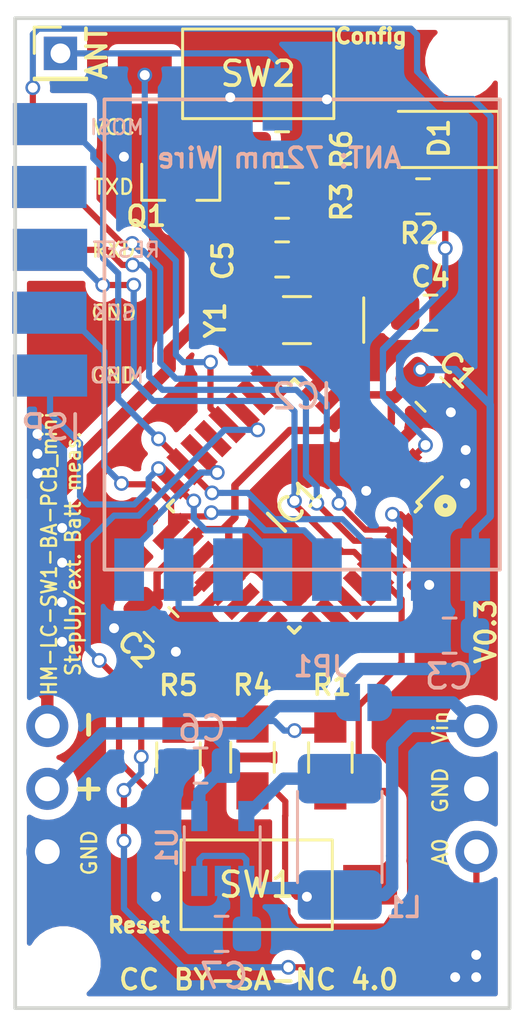
<source format=kicad_pcb>
(kicad_pcb (version 20171130) (host pcbnew "(5.1.4)-1")

  (general
    (thickness 1.6)
    (drawings 25)
    (tracks 451)
    (zones 0)
    (modules 30)
    (nets 36)
  )

  (page A4)
  (layers
    (0 F.Cu signal)
    (31 B.Cu signal)
    (32 B.Adhes user)
    (33 F.Adhes user)
    (34 B.Paste user)
    (35 F.Paste user)
    (36 B.SilkS user)
    (37 F.SilkS user)
    (38 B.Mask user)
    (39 F.Mask user)
    (40 Dwgs.User user)
    (41 Cmts.User user)
    (42 Eco1.User user)
    (43 Eco2.User user)
    (44 Edge.Cuts user)
    (45 Margin user)
    (46 B.CrtYd user)
    (47 F.CrtYd user)
    (48 B.Fab user hide)
    (49 F.Fab user)
  )

  (setup
    (last_trace_width 0.25)
    (user_trace_width 0.3)
    (user_trace_width 0.5)
    (user_trace_width 1)
    (trace_clearance 0.2)
    (zone_clearance 0.4)
    (zone_45_only yes)
    (trace_min 0.2)
    (via_size 0.6)
    (via_drill 0.4)
    (via_min_size 0.4)
    (via_min_drill 0.3)
    (uvia_size 0.3)
    (uvia_drill 0.1)
    (uvias_allowed no)
    (uvia_min_size 0.2)
    (uvia_min_drill 0.1)
    (edge_width 0.15)
    (segment_width 0.2)
    (pcb_text_width 0.3)
    (pcb_text_size 1.5 1.5)
    (mod_edge_width 0.15)
    (mod_text_size 1 1)
    (mod_text_width 0.15)
    (pad_size 0.6 0.6)
    (pad_drill 0)
    (pad_to_mask_clearance 0.2)
    (aux_axis_origin 0 0)
    (visible_elements 7FFFFF7F)
    (pcbplotparams
      (layerselection 0x010f0_ffffffff)
      (usegerberextensions true)
      (usegerberattributes false)
      (usegerberadvancedattributes false)
      (creategerberjobfile false)
      (excludeedgelayer true)
      (linewidth 0.150000)
      (plotframeref false)
      (viasonmask false)
      (mode 1)
      (useauxorigin false)
      (hpglpennumber 1)
      (hpglpenspeed 20)
      (hpglpendiameter 15.000000)
      (psnegative false)
      (psa4output false)
      (plotreference true)
      (plotvalue true)
      (plotinvisibletext false)
      (padsonsilk false)
      (subtractmaskfromsilk false)
      (outputformat 1)
      (mirror false)
      (drillshape 0)
      (scaleselection 1)
      (outputdirectory "gerber_panel/"))
  )

  (net 0 "")
  (net 1 VCC)
  (net 2 GND)
  (net 3 "Net-(IC1-Pad2)")
  (net 4 "Net-(IC1-Pad14)")
  (net 5 "Net-(IC1-Pad32)")
  (net 6 "Net-(IC2-Pad6)")
  (net 7 "Net-(IC2-Pad9)")
  (net 8 "Net-(D1-Pad2)")
  (net 9 /MOSI)
  (net 10 /MISO)
  (net 11 /SCK)
  (net 12 /RESET)
  (net 13 /RXD)
  (net 14 /TXD)
  (net 15 /A0)
  (net 16 "Net-(P4-Pad4)")
  (net 17 /A3)
  (net 18 /XTAL1)
  (net 19 /XTAL2)
  (net 20 "Net-(IC1-Pad19)")
  (net 21 "Net-(IC1-Pad22)")
  (net 22 /Vin)
  (net 23 /D7)
  (net 24 "Net-(L1-Pad2)")
  (net 25 /OUTPUT)
  (net 26 "Net-(Q1-Pad1)")
  (net 27 /RELAY)
  (net 28 "Net-(IC1-Pad12)")
  (net 29 "Net-(IC1-Pad1)")
  (net 30 "Net-(IC1-Pad13)")
  (net 31 "Net-(IC1-Pad24)")
  (net 32 "Net-(IC1-Pad25)")
  (net 33 "Net-(IC1-Pad27)")
  (net 34 "Net-(IC1-Pad28)")
  (net 35 "Net-(IC1-Pad10)")

  (net_class Default "This is the default net class."
    (clearance 0.2)
    (trace_width 0.25)
    (via_dia 0.6)
    (via_drill 0.4)
    (uvia_dia 0.3)
    (uvia_drill 0.1)
    (add_net /A0)
    (add_net /A3)
    (add_net /D7)
    (add_net /MISO)
    (add_net /MOSI)
    (add_net /OUTPUT)
    (add_net /RELAY)
    (add_net /RESET)
    (add_net /RXD)
    (add_net /SCK)
    (add_net /TXD)
    (add_net /Vin)
    (add_net /XTAL1)
    (add_net /XTAL2)
    (add_net GND)
    (add_net "Net-(D1-Pad2)")
    (add_net "Net-(IC1-Pad1)")
    (add_net "Net-(IC1-Pad10)")
    (add_net "Net-(IC1-Pad12)")
    (add_net "Net-(IC1-Pad13)")
    (add_net "Net-(IC1-Pad14)")
    (add_net "Net-(IC1-Pad19)")
    (add_net "Net-(IC1-Pad2)")
    (add_net "Net-(IC1-Pad22)")
    (add_net "Net-(IC1-Pad24)")
    (add_net "Net-(IC1-Pad25)")
    (add_net "Net-(IC1-Pad27)")
    (add_net "Net-(IC1-Pad28)")
    (add_net "Net-(IC1-Pad32)")
    (add_net "Net-(IC2-Pad6)")
    (add_net "Net-(IC2-Pad9)")
    (add_net "Net-(L1-Pad2)")
    (add_net "Net-(P4-Pad4)")
    (add_net "Net-(Q1-Pad1)")
    (add_net VCC)
  )

  (net_class Fett ""
    (clearance 0.2)
    (trace_width 1)
    (via_dia 0.6)
    (via_drill 0.4)
    (uvia_dia 0.3)
    (uvia_drill 0.1)
  )

  (module Package_TO_SOT_SMD:SOT-23 (layer F.Cu) (tedit 5DE8B630) (tstamp 5DCDD96C)
    (at 176.7 91.6 270)
    (descr "SOT-23, Standard")
    (tags SOT-23)
    (path /5DCE313F)
    (attr smd)
    (fp_text reference Q1 (at 1.4 1.4 180) (layer F.SilkS)
      (effects (font (size 0.8 0.8) (thickness 0.15)))
    )
    (fp_text value IRLML2803 (at 0 2.5 270) (layer F.Fab)
      (effects (font (size 1 1) (thickness 0.15)))
    )
    (fp_line (start 0.76 1.58) (end -0.7 1.58) (layer F.SilkS) (width 0.12))
    (fp_line (start 0.76 -1.58) (end -1.4 -1.58) (layer F.SilkS) (width 0.12))
    (fp_line (start -1.7 1.75) (end -1.7 -1.75) (layer F.CrtYd) (width 0.05))
    (fp_line (start 1.7 1.75) (end -1.7 1.75) (layer F.CrtYd) (width 0.05))
    (fp_line (start 1.7 -1.75) (end 1.7 1.75) (layer F.CrtYd) (width 0.05))
    (fp_line (start -1.7 -1.75) (end 1.7 -1.75) (layer F.CrtYd) (width 0.05))
    (fp_line (start 0.76 -1.58) (end 0.76 -0.65) (layer F.SilkS) (width 0.12))
    (fp_line (start 0.76 1.58) (end 0.76 0.65) (layer F.SilkS) (width 0.12))
    (fp_line (start -0.7 1.52) (end 0.7 1.52) (layer F.Fab) (width 0.1))
    (fp_line (start 0.7 -1.52) (end 0.7 1.52) (layer F.Fab) (width 0.1))
    (fp_line (start -0.7 -0.95) (end -0.15 -1.52) (layer F.Fab) (width 0.1))
    (fp_line (start -0.15 -1.52) (end 0.7 -1.52) (layer F.Fab) (width 0.1))
    (fp_line (start -0.7 -0.95) (end -0.7 1.5) (layer F.Fab) (width 0.1))
    (fp_text user %R (at 0 0) (layer F.Fab)
      (effects (font (size 0.5 0.5) (thickness 0.075)))
    )
    (pad 3 smd rect (at 1.175 0 270) (size 1.2 0.8) (layers F.Cu F.Paste F.Mask)
      (net 25 /OUTPUT))
    (pad 2 smd rect (at -1.15 0.95 270) (size 1.2 0.8) (layers F.Cu F.Paste F.Mask)
      (net 2 GND))
    (pad 1 smd rect (at -1.15 -0.95 270) (size 1.2 0.8) (layers F.Cu F.Paste F.Mask)
      (net 26 "Net-(Q1-Pad1)"))
    (model ${KISYS3DMOD}/Package_TO_SOT_SMD.3dshapes/SOT-23.wrl
      (at (xyz 0 0 0))
      (scale (xyz 1 1 1))
      (rotate (xyz 0 0 0))
    )
  )

  (module Connector_PinHeader_2.54mm:PinHeader_1x03_P2.54mm_Vertical (layer F.Cu) (tedit 5DDBF12C) (tstamp 5DDC02BD)
    (at 171.3 113.6)
    (descr "Through hole straight pin header, 1x03, 2.54mm pitch, single row")
    (tags "Through hole pin header THT 1x03 2.54mm single row")
    (path /5DDD77BA)
    (fp_text reference J1 (at 0 -2.33) (layer F.SilkS) hide
      (effects (font (size 1 1) (thickness 0.15)))
    )
    (fp_text value Conn_01x03_Female (at 0 7.41) (layer F.Fab) hide
      (effects (font (size 1 1) (thickness 0.15)))
    )
    (fp_text user %R (at 0 2.54 90) (layer F.Fab)
      (effects (font (size 1 1) (thickness 0.15)))
    )
    (fp_line (start -1.27 -0.635) (end -0.635 -1.27) (layer F.Fab) (width 0.1))
    (fp_line (start -1.27 6.35) (end -1.27 -0.635) (layer F.Fab) (width 0.1))
    (fp_line (start 1.27 6.35) (end -1.27 6.35) (layer F.Fab) (width 0.1))
    (fp_line (start 1.27 -1.27) (end 1.27 6.35) (layer F.Fab) (width 0.1))
    (fp_line (start -0.635 -1.27) (end 1.27 -1.27) (layer F.Fab) (width 0.1))
    (pad 3 thru_hole oval (at 0 5.08) (size 1.7 1.7) (drill 1) (layers *.Cu *.Mask)
      (net 2 GND))
    (pad 2 thru_hole oval (at 0 2.54) (size 1.7 1.7) (drill 1) (layers *.Cu *.Mask)
      (net 1 VCC))
    (pad 1 thru_hole oval (at 0 0) (size 1.7 1.7) (drill 1) (layers *.Cu *.Mask)
      (net 25 /OUTPUT))
    (model ${KISYS3DMOD}/Connector_PinHeader_2.54mm.3dshapes/PinHeader_1x03_P2.54mm_Vertical.wrl
      (at (xyz 0 0 0))
      (scale (xyz 1 1 1))
      (rotate (xyz 0 0 0))
    )
  )

  (module Inductor_SMD:L_1812_4532Metric_Pad1.30x3.40mm_HandSolder (layer B.Cu) (tedit 5DDBDCBA) (tstamp 5DCC79BD)
    (at 183.13 117.63 90)
    (descr "Capacitor SMD 1812 (4532 Metric), square (rectangular) end terminal, IPC_7351 nominal with elongated pad for handsoldering. (Body size source: https://www.nikhef.nl/pub/departments/mt/projects/detectorR_D/dtddice/ERJ2G.pdf), generated with kicad-footprint-generator")
    (tags "inductor handsolder")
    (path /5DD0D12B)
    (attr smd)
    (fp_text reference L1 (at -3.3 2.6) (layer B.SilkS)
      (effects (font (size 0.8 0.8) (thickness 0.15)) (justify mirror))
    )
    (fp_text value 10µH (at 0 -2.65 90) (layer B.Fab)
      (effects (font (size 1 1) (thickness 0.15)) (justify mirror))
    )
    (fp_text user %R (at -0.4 0 90) (layer B.Fab)
      (effects (font (size 1 1) (thickness 0.15)) (justify mirror))
    )
    (fp_line (start 3.12 -1.95) (end -4 -1.95) (layer B.CrtYd) (width 0.05))
    (fp_line (start 3.12 1.95) (end 3.12 -1.95) (layer B.CrtYd) (width 0.05))
    (fp_line (start -4 1.95) (end 3.12 1.95) (layer B.CrtYd) (width 0.05))
    (fp_line (start -4 -1.95) (end -4 1.95) (layer B.CrtYd) (width 0.05))
    (fp_line (start -2.3 -1.71) (end 1.386252 -1.71) (layer B.SilkS) (width 0.12))
    (fp_line (start -2.3 1.71) (end 1.386252 1.71) (layer B.SilkS) (width 0.12))
    (fp_line (start 2.25 -1.6) (end -3.1 -1.6) (layer B.Fab) (width 0.1))
    (fp_line (start 2.25 1.6) (end 2.25 -1.6) (layer B.Fab) (width 0.1))
    (fp_line (start -3.1 1.6) (end 2.25 1.6) (layer B.Fab) (width 0.1))
    (fp_line (start -3.1 -1.6) (end -3.1 1.6) (layer B.Fab) (width 0.1))
    (pad 2 smd roundrect (at 1.9 0 90) (size 2 3.4) (layers B.Cu B.Paste B.Mask) (roundrect_rratio 0.192)
      (net 24 "Net-(L1-Pad2)"))
    (pad 1 smd roundrect (at -2.8 0 90) (size 2 3.4) (layers B.Cu B.Paste B.Mask) (roundrect_rratio 0.192)
      (net 22 /Vin))
    (model ${KISYS3DMOD}/Inductor_SMD.3dshapes/L_1812_4532Metric.wrl
      (at (xyz 0 0 0))
      (scale (xyz 1 1 1))
      (rotate (xyz 0 0 0))
    )
  )

  (module Capacitor_SMD:C_0805_2012Metric_Pad1.15x1.40mm_HandSolder (layer B.Cu) (tedit 5B36C52B) (tstamp 592D633F)
    (at 178.35 122 180)
    (descr "Capacitor SMD 0805 (2012 Metric), square (rectangular) end terminal, IPC_7351 nominal with elongated pad for handsoldering. (Body size source: https://docs.google.com/spreadsheets/d/1BsfQQcO9C6DZCsRaXUlFlo91Tg2WpOkGARC1WS5S8t0/edit?usp=sharing), generated with kicad-footprint-generator")
    (tags "capacitor handsolder")
    (path /592D5C06)
    (attr smd)
    (fp_text reference C7 (at -0.1 -1.7) (layer B.SilkS)
      (effects (font (size 1 1) (thickness 0.15)) (justify mirror))
    )
    (fp_text value 10µ (at 0 -1.65) (layer B.Fab)
      (effects (font (size 1 1) (thickness 0.15)) (justify mirror))
    )
    (fp_text user %R (at 0 0) (layer B.Fab)
      (effects (font (size 0.5 0.5) (thickness 0.08)) (justify mirror))
    )
    (fp_line (start 1.85 -0.95) (end -1.85 -0.95) (layer B.CrtYd) (width 0.05))
    (fp_line (start 1.85 0.95) (end 1.85 -0.95) (layer B.CrtYd) (width 0.05))
    (fp_line (start -1.85 0.95) (end 1.85 0.95) (layer B.CrtYd) (width 0.05))
    (fp_line (start -1.85 -0.95) (end -1.85 0.95) (layer B.CrtYd) (width 0.05))
    (fp_line (start -0.261252 -0.71) (end 0.261252 -0.71) (layer B.SilkS) (width 0.12))
    (fp_line (start -0.261252 0.71) (end 0.261252 0.71) (layer B.SilkS) (width 0.12))
    (fp_line (start 1 -0.6) (end -1 -0.6) (layer B.Fab) (width 0.1))
    (fp_line (start 1 0.6) (end 1 -0.6) (layer B.Fab) (width 0.1))
    (fp_line (start -1 0.6) (end 1 0.6) (layer B.Fab) (width 0.1))
    (fp_line (start -1 -0.6) (end -1 0.6) (layer B.Fab) (width 0.1))
    (pad 2 smd roundrect (at 1.025 0 180) (size 1.15 1.4) (layers B.Cu B.Paste B.Mask) (roundrect_rratio 0.217391)
      (net 2 GND))
    (pad 1 smd roundrect (at -1.025 0 180) (size 1.15 1.4) (layers B.Cu B.Paste B.Mask) (roundrect_rratio 0.217391)
      (net 22 /Vin))
    (model ${KISYS3DMOD}/Capacitor_SMD.3dshapes/C_0805_2012Metric.wrl
      (at (xyz 0 0 0))
      (scale (xyz 1 1 1))
      (rotate (xyz 0 0 0))
    )
  )

  (module Capacitor_SMD:C_0805_2012Metric_Pad1.15x1.40mm_HandSolder (layer B.Cu) (tedit 5B36C52B) (tstamp 59144DA7)
    (at 177.5 115.2 180)
    (descr "Capacitor SMD 0805 (2012 Metric), square (rectangular) end terminal, IPC_7351 nominal with elongated pad for handsoldering. (Body size source: https://docs.google.com/spreadsheets/d/1BsfQQcO9C6DZCsRaXUlFlo91Tg2WpOkGARC1WS5S8t0/edit?usp=sharing), generated with kicad-footprint-generator")
    (tags "capacitor handsolder")
    (path /59144E77)
    (attr smd)
    (fp_text reference C6 (at -0.05 1.5) (layer B.SilkS)
      (effects (font (size 1 1) (thickness 0.15)) (justify mirror))
    )
    (fp_text value 10µ (at 0 -1.65) (layer B.Fab)
      (effects (font (size 1 1) (thickness 0.15)) (justify mirror))
    )
    (fp_text user %R (at 0 0) (layer B.Fab)
      (effects (font (size 0.5 0.5) (thickness 0.08)) (justify mirror))
    )
    (fp_line (start 1.85 -0.95) (end -1.85 -0.95) (layer B.CrtYd) (width 0.05))
    (fp_line (start 1.85 0.95) (end 1.85 -0.95) (layer B.CrtYd) (width 0.05))
    (fp_line (start -1.85 0.95) (end 1.85 0.95) (layer B.CrtYd) (width 0.05))
    (fp_line (start -1.85 -0.95) (end -1.85 0.95) (layer B.CrtYd) (width 0.05))
    (fp_line (start -0.261252 -0.71) (end 0.261252 -0.71) (layer B.SilkS) (width 0.12))
    (fp_line (start -0.261252 0.71) (end 0.261252 0.71) (layer B.SilkS) (width 0.12))
    (fp_line (start 1 -0.6) (end -1 -0.6) (layer B.Fab) (width 0.1))
    (fp_line (start 1 0.6) (end 1 -0.6) (layer B.Fab) (width 0.1))
    (fp_line (start -1 0.6) (end 1 0.6) (layer B.Fab) (width 0.1))
    (fp_line (start -1 -0.6) (end -1 0.6) (layer B.Fab) (width 0.1))
    (pad 2 smd roundrect (at 1.025 0 180) (size 1.15 1.4) (layers B.Cu B.Paste B.Mask) (roundrect_rratio 0.217391)
      (net 2 GND))
    (pad 1 smd roundrect (at -1.025 0 180) (size 1.15 1.4) (layers B.Cu B.Paste B.Mask) (roundrect_rratio 0.217391)
      (net 1 VCC))
    (model ${KISYS3DMOD}/Capacitor_SMD.3dshapes/C_0805_2012Metric.wrl
      (at (xyz 0 0 0))
      (scale (xyz 1 1 1))
      (rotate (xyz 0 0 0))
    )
  )

  (module Capacitor_SMD:C_0805_2012Metric_Pad1.15x1.40mm_HandSolder (layer B.Cu) (tedit 5B36C52B) (tstamp 59105BB1)
    (at 187.575 109.95 180)
    (descr "Capacitor SMD 0805 (2012 Metric), square (rectangular) end terminal, IPC_7351 nominal with elongated pad for handsoldering. (Body size source: https://docs.google.com/spreadsheets/d/1BsfQQcO9C6DZCsRaXUlFlo91Tg2WpOkGARC1WS5S8t0/edit?usp=sharing), generated with kicad-footprint-generator")
    (tags "capacitor handsolder")
    (path /5910572D)
    (attr smd)
    (fp_text reference C3 (at 0.025 -1.65) (layer B.SilkS)
      (effects (font (size 1 1) (thickness 0.15)) (justify mirror))
    )
    (fp_text value 100n (at 0 -1.65) (layer B.Fab)
      (effects (font (size 1 1) (thickness 0.15)) (justify mirror))
    )
    (fp_text user %R (at 0 0) (layer B.Fab)
      (effects (font (size 0.5 0.5) (thickness 0.08)) (justify mirror))
    )
    (fp_line (start 1.85 -0.95) (end -1.85 -0.95) (layer B.CrtYd) (width 0.05))
    (fp_line (start 1.85 0.95) (end 1.85 -0.95) (layer B.CrtYd) (width 0.05))
    (fp_line (start -1.85 0.95) (end 1.85 0.95) (layer B.CrtYd) (width 0.05))
    (fp_line (start -1.85 -0.95) (end -1.85 0.95) (layer B.CrtYd) (width 0.05))
    (fp_line (start -0.261252 -0.71) (end 0.261252 -0.71) (layer B.SilkS) (width 0.12))
    (fp_line (start -0.261252 0.71) (end 0.261252 0.71) (layer B.SilkS) (width 0.12))
    (fp_line (start 1 -0.6) (end -1 -0.6) (layer B.Fab) (width 0.1))
    (fp_line (start 1 0.6) (end 1 -0.6) (layer B.Fab) (width 0.1))
    (fp_line (start -1 0.6) (end 1 0.6) (layer B.Fab) (width 0.1))
    (fp_line (start -1 -0.6) (end -1 0.6) (layer B.Fab) (width 0.1))
    (pad 2 smd roundrect (at 1.025 0 180) (size 1.15 1.4) (layers B.Cu B.Paste B.Mask) (roundrect_rratio 0.217391)
      (net 2 GND))
    (pad 1 smd roundrect (at -1.025 0 180) (size 1.15 1.4) (layers B.Cu B.Paste B.Mask) (roundrect_rratio 0.217391)
      (net 1 VCC))
    (model ${KISYS3DMOD}/Capacitor_SMD.3dshapes/C_0805_2012Metric.wrl
      (at (xyz 0 0 0))
      (scale (xyz 1 1 1))
      (rotate (xyz 0 0 0))
    )
  )

  (module Capacitor_SMD:C_0805_2012Metric_Pad1.15x1.40mm_HandSolder (layer F.Cu) (tedit 5B36C52B) (tstamp 592DD35D)
    (at 175.9 109.5 315)
    (descr "Capacitor SMD 0805 (2012 Metric), square (rectangular) end terminal, IPC_7351 nominal with elongated pad for handsoldering. (Body size source: https://docs.google.com/spreadsheets/d/1BsfQQcO9C6DZCsRaXUlFlo91Tg2WpOkGARC1WS5S8t0/edit?usp=sharing), generated with kicad-footprint-generator")
    (tags "capacitor handsolder")
    (path /59105700)
    (attr smd)
    (fp_text reference C2 (at 0 1.414214 135) (layer F.SilkS)
      (effects (font (size 0.8 0.8) (thickness 0.15)))
    )
    (fp_text value 100n (at 0 1.75 135) (layer F.Fab)
      (effects (font (size 1 1) (thickness 0.15)))
    )
    (fp_text user %R (at -0.7747 -1.5621 135) (layer F.Fab)
      (effects (font (size 1 1) (thickness 0.15)))
    )
    (fp_line (start 1.85 0.95) (end -1.85 0.95) (layer F.CrtYd) (width 0.05))
    (fp_line (start 1.85 -0.95) (end 1.85 0.95) (layer F.CrtYd) (width 0.05))
    (fp_line (start -1.85 -0.95) (end 1.85 -0.95) (layer F.CrtYd) (width 0.05))
    (fp_line (start -1.85 0.95) (end -1.85 -0.95) (layer F.CrtYd) (width 0.05))
    (fp_line (start -0.261252 0.71) (end 0.261252 0.71) (layer F.SilkS) (width 0.12))
    (fp_line (start -0.261252 -0.71) (end 0.261252 -0.71) (layer F.SilkS) (width 0.12))
    (fp_line (start 1 0.6) (end -1 0.6) (layer F.Fab) (width 0.1))
    (fp_line (start 1 -0.6) (end 1 0.6) (layer F.Fab) (width 0.1))
    (fp_line (start -1 -0.6) (end 1 -0.6) (layer F.Fab) (width 0.1))
    (fp_line (start -1 0.6) (end -1 -0.6) (layer F.Fab) (width 0.1))
    (pad 2 smd roundrect (at 1.025 0 315) (size 1.15 1.4) (layers F.Cu F.Paste F.Mask) (roundrect_rratio 0.217391)
      (net 2 GND))
    (pad 1 smd roundrect (at -1.025 0 315) (size 1.15 1.4) (layers F.Cu F.Paste F.Mask) (roundrect_rratio 0.217391)
      (net 1 VCC))
    (model ${KISYS3DMOD}/Capacitor_SMD.3dshapes/C_0805_2012Metric.wrl
      (at (xyz 0 0 0))
      (scale (xyz 1 1 1))
      (rotate (xyz 0 0 0))
    )
  )

  (module Capacitor_SMD:C_0805_2012Metric_Pad1.15x1.40mm_HandSolder (layer F.Cu) (tedit 5B36C52B) (tstamp 59105BA5)
    (at 186.9 100.2 315)
    (descr "Capacitor SMD 0805 (2012 Metric), square (rectangular) end terminal, IPC_7351 nominal with elongated pad for handsoldering. (Body size source: https://docs.google.com/spreadsheets/d/1BsfQQcO9C6DZCsRaXUlFlo91Tg2WpOkGARC1WS5S8t0/edit?usp=sharing), generated with kicad-footprint-generator")
    (tags "capacitor handsolder")
    (path /5910567F)
    (attr smd)
    (fp_text reference C1 (at 0 -1.414214 315) (layer F.SilkS)
      (effects (font (size 0.8 0.8) (thickness 0.15)))
    )
    (fp_text value 100n (at 0 1.75 135) (layer F.Fab)
      (effects (font (size 1 1) (thickness 0.15)))
    )
    (fp_text user %R (at 0.9017 1.4986 315) (layer F.Fab)
      (effects (font (size 1 1) (thickness 0.15)))
    )
    (fp_line (start 1.85 0.95) (end -1.85 0.95) (layer F.CrtYd) (width 0.05))
    (fp_line (start 1.85 -0.95) (end 1.85 0.95) (layer F.CrtYd) (width 0.05))
    (fp_line (start -1.85 -0.95) (end 1.85 -0.95) (layer F.CrtYd) (width 0.05))
    (fp_line (start -1.85 0.95) (end -1.85 -0.95) (layer F.CrtYd) (width 0.05))
    (fp_line (start -0.261252 0.71) (end 0.261252 0.71) (layer F.SilkS) (width 0.12))
    (fp_line (start -0.261252 -0.71) (end 0.261252 -0.71) (layer F.SilkS) (width 0.12))
    (fp_line (start 1 0.6) (end -1 0.6) (layer F.Fab) (width 0.1))
    (fp_line (start 1 -0.6) (end 1 0.6) (layer F.Fab) (width 0.1))
    (fp_line (start -1 -0.6) (end 1 -0.6) (layer F.Fab) (width 0.1))
    (fp_line (start -1 0.6) (end -1 -0.6) (layer F.Fab) (width 0.1))
    (pad 2 smd roundrect (at 1.025 0 315) (size 1.15 1.4) (layers F.Cu F.Paste F.Mask) (roundrect_rratio 0.217391)
      (net 2 GND))
    (pad 1 smd roundrect (at -1.025 0 315) (size 1.15 1.4) (layers F.Cu F.Paste F.Mask) (roundrect_rratio 0.217391)
      (net 1 VCC))
    (model ${KISYS3DMOD}/Capacitor_SMD.3dshapes/C_0805_2012Metric.wrl
      (at (xyz 0 0 0))
      (scale (xyz 1 1 1))
      (rotate (xyz 0 0 0))
    )
  )

  (module Capacitor_SMD:C_0805_2012Metric_Pad1.15x1.40mm_HandSolder (layer F.Cu) (tedit 5B36C52B) (tstamp 5DDBBBBE)
    (at 180.8 94.75)
    (descr "Capacitor SMD 0805 (2012 Metric), square (rectangular) end terminal, IPC_7351 nominal with elongated pad for handsoldering. (Body size source: https://docs.google.com/spreadsheets/d/1BsfQQcO9C6DZCsRaXUlFlo91Tg2WpOkGARC1WS5S8t0/edit?usp=sharing), generated with kicad-footprint-generator")
    (tags "capacitor handsolder")
    (path /5DDE43E5)
    (attr smd)
    (fp_text reference C5 (at -2.4 0.05 90) (layer F.SilkS)
      (effects (font (size 0.8 0.8) (thickness 0.15)))
    )
    (fp_text value 9p (at 0 1.65) (layer F.Fab)
      (effects (font (size 1 1) (thickness 0.15)))
    )
    (fp_text user %R (at 0 0) (layer F.Fab)
      (effects (font (size 0.5 0.5) (thickness 0.08)))
    )
    (fp_line (start 1.85 0.95) (end -1.85 0.95) (layer F.CrtYd) (width 0.05))
    (fp_line (start 1.85 -0.95) (end 1.85 0.95) (layer F.CrtYd) (width 0.05))
    (fp_line (start -1.85 -0.95) (end 1.85 -0.95) (layer F.CrtYd) (width 0.05))
    (fp_line (start -1.85 0.95) (end -1.85 -0.95) (layer F.CrtYd) (width 0.05))
    (fp_line (start -0.261252 0.71) (end 0.261252 0.71) (layer F.SilkS) (width 0.12))
    (fp_line (start -0.261252 -0.71) (end 0.261252 -0.71) (layer F.SilkS) (width 0.12))
    (fp_line (start 1 0.6) (end -1 0.6) (layer F.Fab) (width 0.1))
    (fp_line (start 1 -0.6) (end 1 0.6) (layer F.Fab) (width 0.1))
    (fp_line (start -1 -0.6) (end 1 -0.6) (layer F.Fab) (width 0.1))
    (fp_line (start -1 0.6) (end -1 -0.6) (layer F.Fab) (width 0.1))
    (pad 2 smd roundrect (at 1.025 0) (size 1.15 1.4) (layers F.Cu F.Paste F.Mask) (roundrect_rratio 0.217391)
      (net 2 GND))
    (pad 1 smd roundrect (at -1.025 0) (size 1.15 1.4) (layers F.Cu F.Paste F.Mask) (roundrect_rratio 0.217391)
      (net 19 /XTAL2))
    (model ${KISYS3DMOD}/Capacitor_SMD.3dshapes/C_0805_2012Metric.wrl
      (at (xyz 0 0 0))
      (scale (xyz 1 1 1))
      (rotate (xyz 0 0 0))
    )
  )

  (module Crystal:Crystal_SMD_MicroCrystal_CC7V-T1A-2Pin_3.2x1.5mm_HandSoldering (layer F.Cu) (tedit 5A0FD1B2) (tstamp 5DDBBF4D)
    (at 181.4 97.2 180)
    (descr "SMD Crystal MicroCrystal CC7V-T1A/CM7V-T1A series http://www.microcrystal.com/images/_Product-Documentation/01_TF_ceramic_Packages/01_Datasheet/CC1V-T1A.pdf, hand-soldering, 3.2x1.5mm^2 package")
    (tags "SMD SMT crystal hand-soldering")
    (path /5DDE1F75)
    (attr smd)
    (fp_text reference Y1 (at 3.3 0 90) (layer F.SilkS)
      (effects (font (size 0.8 0.8) (thickness 0.15)))
    )
    (fp_text value Crystal (at 0 1.95) (layer F.Fab)
      (effects (font (size 1 1) (thickness 0.15)))
    )
    (fp_line (start 2.8 -1.2) (end -2.8 -1.2) (layer F.CrtYd) (width 0.05))
    (fp_line (start 2.8 1.2) (end 2.8 -1.2) (layer F.CrtYd) (width 0.05))
    (fp_line (start -2.8 1.2) (end 2.8 1.2) (layer F.CrtYd) (width 0.05))
    (fp_line (start -2.8 -1.2) (end -2.8 1.2) (layer F.CrtYd) (width 0.05))
    (fp_line (start -2.7 -0.9) (end -2.7 0.9) (layer F.SilkS) (width 0.12))
    (fp_line (start -0.55 0.95) (end 0.55 0.95) (layer F.SilkS) (width 0.12))
    (fp_line (start -0.55 -0.95) (end 0.55 -0.95) (layer F.SilkS) (width 0.12))
    (fp_line (start -1.6 0.25) (end -1.1 0.75) (layer F.Fab) (width 0.1))
    (fp_line (start 1.6 -0.75) (end -1.6 -0.75) (layer F.Fab) (width 0.1))
    (fp_line (start 1.6 0.75) (end 1.6 -0.75) (layer F.Fab) (width 0.1))
    (fp_line (start -1.6 0.75) (end 1.6 0.75) (layer F.Fab) (width 0.1))
    (fp_line (start -1.6 -0.75) (end -1.6 0.75) (layer F.Fab) (width 0.1))
    (fp_text user %R (at 0 0 270) (layer F.Fab)
      (effects (font (size 0.7 0.7) (thickness 0.105)))
    )
    (pad 2 smd rect (at 1.625 0 180) (size 1.75 1.8) (layers F.Cu F.Paste F.Mask)
      (net 19 /XTAL2))
    (pad 1 smd rect (at -1.625 0 180) (size 1.75 1.8) (layers F.Cu F.Paste F.Mask)
      (net 18 /XTAL1))
    (model ${KISYS3DMOD}/Crystal.3dshapes/Crystal_SMD_MicroCrystal_CC7V-T1A-2Pin_3.2x1.5mm_HandSoldering.wrl
      (at (xyz 0 0 0))
      (scale (xyz 1 1 1))
      (rotate (xyz 0 0 0))
    )
  )

  (module Capacitor_SMD:C_0805_2012Metric_Pad1.15x1.40mm_HandSolder (layer F.Cu) (tedit 5B36C52B) (tstamp 5DDBBBAD)
    (at 186.8 96.9)
    (descr "Capacitor SMD 0805 (2012 Metric), square (rectangular) end terminal, IPC_7351 nominal with elongated pad for handsoldering. (Body size source: https://docs.google.com/spreadsheets/d/1BsfQQcO9C6DZCsRaXUlFlo91Tg2WpOkGARC1WS5S8t0/edit?usp=sharing), generated with kicad-footprint-generator")
    (tags "capacitor handsolder")
    (path /5DDE3265)
    (attr smd)
    (fp_text reference C4 (at 0 -1.45) (layer F.SilkS)
      (effects (font (size 0.8 0.8) (thickness 0.15)))
    )
    (fp_text value 9p (at 0 1.65) (layer F.Fab)
      (effects (font (size 1 1) (thickness 0.15)))
    )
    (fp_text user %R (at 0 0) (layer F.Fab)
      (effects (font (size 0.5 0.5) (thickness 0.08)))
    )
    (fp_line (start 1.85 0.95) (end -1.85 0.95) (layer F.CrtYd) (width 0.05))
    (fp_line (start 1.85 -0.95) (end 1.85 0.95) (layer F.CrtYd) (width 0.05))
    (fp_line (start -1.85 -0.95) (end 1.85 -0.95) (layer F.CrtYd) (width 0.05))
    (fp_line (start -1.85 0.95) (end -1.85 -0.95) (layer F.CrtYd) (width 0.05))
    (fp_line (start -0.261252 0.71) (end 0.261252 0.71) (layer F.SilkS) (width 0.12))
    (fp_line (start -0.261252 -0.71) (end 0.261252 -0.71) (layer F.SilkS) (width 0.12))
    (fp_line (start 1 0.6) (end -1 0.6) (layer F.Fab) (width 0.1))
    (fp_line (start 1 -0.6) (end 1 0.6) (layer F.Fab) (width 0.1))
    (fp_line (start -1 -0.6) (end 1 -0.6) (layer F.Fab) (width 0.1))
    (fp_line (start -1 0.6) (end -1 -0.6) (layer F.Fab) (width 0.1))
    (pad 2 smd roundrect (at 1.025 0) (size 1.15 1.4) (layers F.Cu F.Paste F.Mask) (roundrect_rratio 0.217391)
      (net 2 GND))
    (pad 1 smd roundrect (at -1.025 0) (size 1.15 1.4) (layers F.Cu F.Paste F.Mask) (roundrect_rratio 0.217391)
      (net 18 /XTAL1))
    (model ${KISYS3DMOD}/Capacitor_SMD.3dshapes/C_0805_2012Metric.wrl
      (at (xyz 0 0 0))
      (scale (xyz 1 1 1))
      (rotate (xyz 0 0 0))
    )
  )

  (module Jumper:SolderJumper-2_P1.3mm_Open_RoundedPad1.0x1.5mm (layer B.Cu) (tedit 5DCD29B9) (tstamp 5DCBF422)
    (at 184.1 112.65 180)
    (descr "SMD Solder Jumper, 1x1.5mm, rounded Pads, 0.3mm gap, open")
    (tags "solder jumper open")
    (path /5DD0B412)
    (attr virtual)
    (fp_text reference JP1 (at 1.75 1.45 180) (layer B.SilkS)
      (effects (font (size 0.8 0.8) (thickness 0.15)) (justify mirror))
    )
    (fp_text value Jumper_NO_Small (at 0 -1.9 180) (layer B.Fab)
      (effects (font (size 1 1) (thickness 0.15)) (justify mirror))
    )
    (fp_line (start 1.65 -1.25) (end -1.65 -1.25) (layer B.CrtYd) (width 0.05))
    (fp_line (start 1.65 -1.25) (end 1.65 1.25) (layer B.CrtYd) (width 0.05))
    (fp_line (start -1.65 1.25) (end -1.65 -1.25) (layer B.CrtYd) (width 0.05))
    (fp_line (start -1.65 1.25) (end 1.65 1.25) (layer B.CrtYd) (width 0.05))
    (pad 2 smd custom (at 0.65 0 180) (size 1 0.5) (layers B.Cu B.Mask)
      (net 1 VCC) (zone_connect 2)
      (options (clearance outline) (anchor rect))
      (primitives
        (gr_circle (center 0 -0.25) (end 0.5 -0.25) (width 0))
        (gr_circle (center 0 0.25) (end 0.5 0.25) (width 0))
        (gr_poly (pts
           (xy 0 0.75) (xy -0.5 0.75) (xy -0.5 -0.75) (xy 0 -0.75)) (width 0))
      ))
    (pad 1 smd custom (at -0.65 0 180) (size 1 0.5) (layers B.Cu B.Mask)
      (net 22 /Vin) (zone_connect 2)
      (options (clearance outline) (anchor rect))
      (primitives
        (gr_circle (center 0 -0.25) (end 0.5 -0.25) (width 0))
        (gr_circle (center 0 0.25) (end 0.5 0.25) (width 0))
        (gr_poly (pts
           (xy 0 0.75) (xy 0.5 0.75) (xy 0.5 -0.75) (xy 0 -0.75)) (width 0))
      ))
  )

  (module Connector_PinHeader_2.54mm:PinHeader_1x03_P2.54mm_Vertical (layer F.Cu) (tedit 5DCD28A0) (tstamp 5DCDC2FD)
    (at 188.6585 113.6015)
    (descr "Through hole straight pin header, 1x03, 2.54mm pitch, single row")
    (tags "Through hole pin header THT 1x03 2.54mm single row")
    (path /5DD692DC)
    (fp_text reference J2 (at 0 -2.33) (layer F.SilkS) hide
      (effects (font (size 1 1) (thickness 0.15)))
    )
    (fp_text value Conn_01x03_Female (at 0 7.41) (layer F.Fab) hide
      (effects (font (size 1 1) (thickness 0.15)))
    )
    (fp_text user %R (at 0 2.54 90) (layer F.Fab)
      (effects (font (size 1 1) (thickness 0.15)))
    )
    (fp_line (start -1.27 -0.635) (end -0.635 -1.27) (layer F.Fab) (width 0.1))
    (fp_line (start -1.27 6.35) (end -1.27 -0.635) (layer F.Fab) (width 0.1))
    (fp_line (start 1.27 6.35) (end -1.27 6.35) (layer F.Fab) (width 0.1))
    (fp_line (start 1.27 -1.27) (end 1.27 6.35) (layer F.Fab) (width 0.1))
    (fp_line (start -0.635 -1.27) (end 1.27 -1.27) (layer F.Fab) (width 0.1))
    (pad 3 thru_hole oval (at 0 5.08) (size 1.7 1.7) (drill 1) (layers *.Cu *.Mask)
      (net 15 /A0))
    (pad 2 thru_hole oval (at 0 2.54) (size 1.7 1.7) (drill 1) (layers *.Cu *.Mask)
      (net 2 GND))
    (pad 1 thru_hole oval (at 0 0) (size 1.7 1.7) (drill 1) (layers *.Cu *.Mask)
      (net 22 /Vin))
    (model ${KISYS3DMOD}/Connector_PinHeader_2.54mm.3dshapes/PinHeader_1x03_P2.54mm_Vertical.wrl
      (at (xyz 0 0 0))
      (scale (xyz 1 1 1))
      (rotate (xyz 0 0 0))
    )
  )

  (module Modules:CC1101_Module (layer B.Cu) (tedit 588E438F) (tstamp 59105AF0)
    (at 181.61 97.282 180)
    (path /591050F9)
    (fp_text reference IC2 (at 0 -3 180) (layer B.SilkS)
      (effects (font (size 1 1) (thickness 0.15)) (justify mirror))
    )
    (fp_text value CC1101 (at 0 3 180) (layer B.Fab)
      (effects (font (size 1 1) (thickness 0.15)) (justify mirror))
    )
    (fp_line (start -8 -10) (end 8 -10) (layer B.SilkS) (width 0.15))
    (fp_line (start 8 -10) (end 8 9) (layer B.SilkS) (width 0.15))
    (fp_line (start 8 9) (end -8 9) (layer B.SilkS) (width 0.15))
    (fp_line (start -8 9) (end -8 -10) (layer B.SilkS) (width 0.15))
    (pad 1 smd rect (at -7 -10 180) (size 1.2 2.524) (layers B.Cu B.Paste B.Mask)
      (net 1 VCC))
    (pad 2 smd rect (at -5 -10 180) (size 1.2 2.524) (layers B.Cu B.Paste B.Mask)
      (net 2 GND))
    (pad 3 smd rect (at -3 -10 180) (size 1.2 2.524) (layers B.Cu B.Paste B.Mask)
      (net 9 /MOSI))
    (pad 4 smd rect (at -1 -10 180) (size 1.2 2.524) (layers B.Cu B.Paste B.Mask)
      (net 11 /SCK))
    (pad 5 smd rect (at 1 -10 180) (size 1.2 2.524) (layers B.Cu B.Paste B.Mask)
      (net 10 /MISO))
    (pad 6 smd rect (at 3 -10 180) (size 1.2 2.524) (layers B.Cu B.Paste B.Mask)
      (net 6 "Net-(IC2-Pad6)"))
    (pad 7 smd rect (at 5 -10 180) (size 1.2 2.524) (layers B.Cu B.Paste B.Mask)
      (net 5 "Net-(IC1-Pad32)"))
    (pad 8 smd rect (at 7 -10 180) (size 1.2 2.524) (layers B.Cu B.Paste B.Mask)
      (net 4 "Net-(IC1-Pad14)"))
    (pad 9 smd rect (at 1 9 180) (size 1.2 2.524) (layers B.Cu B.Paste B.Mask)
      (net 7 "Net-(IC2-Pad9)"))
    (pad 10 smd rect (at -1 9 180) (size 1.2 2.524) (layers B.Cu B.Paste B.Mask)
      (net 2 GND))
    (pad 11 smd rect (at 3 9 180) (size 1.2 2.524) (layers B.Cu B.Paste B.Mask)
      (net 2 GND))
  )

  (module Resistor_SMD:R_0805_2012Metric_Pad1.15x1.40mm_HandSolder (layer F.Cu) (tedit 5B36C52B) (tstamp 5DCD08C2)
    (at 180.8 90.3 180)
    (descr "Resistor SMD 0805 (2012 Metric), square (rectangular) end terminal, IPC_7351 nominal with elongated pad for handsoldering. (Body size source: https://docs.google.com/spreadsheets/d/1BsfQQcO9C6DZCsRaXUlFlo91Tg2WpOkGARC1WS5S8t0/edit?usp=sharing), generated with kicad-footprint-generator")
    (tags "resistor handsolder")
    (path /5DCF7403)
    (attr smd)
    (fp_text reference R6 (at -2.4 0 270) (layer F.SilkS)
      (effects (font (size 0.8 0.8) (thickness 0.15)))
    )
    (fp_text value 10k (at 0 1.65) (layer F.Fab)
      (effects (font (size 1 1) (thickness 0.15)))
    )
    (fp_text user %R (at 0 0.1) (layer F.Fab)
      (effects (font (size 0.5 0.5) (thickness 0.08)))
    )
    (fp_line (start 1.85 0.95) (end -1.85 0.95) (layer F.CrtYd) (width 0.05))
    (fp_line (start 1.85 -0.95) (end 1.85 0.95) (layer F.CrtYd) (width 0.05))
    (fp_line (start -1.85 -0.95) (end 1.85 -0.95) (layer F.CrtYd) (width 0.05))
    (fp_line (start -1.85 0.95) (end -1.85 -0.95) (layer F.CrtYd) (width 0.05))
    (fp_line (start -0.261252 0.71) (end 0.261252 0.71) (layer F.SilkS) (width 0.12))
    (fp_line (start -0.261252 -0.71) (end 0.261252 -0.71) (layer F.SilkS) (width 0.12))
    (fp_line (start 1 0.6) (end -1 0.6) (layer F.Fab) (width 0.1))
    (fp_line (start 1 -0.6) (end 1 0.6) (layer F.Fab) (width 0.1))
    (fp_line (start -1 -0.6) (end 1 -0.6) (layer F.Fab) (width 0.1))
    (fp_line (start -1 0.6) (end -1 -0.6) (layer F.Fab) (width 0.1))
    (pad 2 smd roundrect (at 1.025 0 180) (size 1.15 1.4) (layers F.Cu F.Paste F.Mask) (roundrect_rratio 0.217391)
      (net 26 "Net-(Q1-Pad1)"))
    (pad 1 smd roundrect (at -1.025 0 180) (size 1.15 1.4) (layers F.Cu F.Paste F.Mask) (roundrect_rratio 0.217391)
      (net 2 GND))
    (model ${KISYS3DMOD}/Resistor_SMD.3dshapes/R_0805_2012Metric.wrl
      (at (xyz 0 0 0))
      (scale (xyz 1 1 1))
      (rotate (xyz 0 0 0))
    )
  )

  (module Resistor_SMD:R_0805_2012Metric_Pad1.15x1.40mm_HandSolder (layer F.Cu) (tedit 5B36C52B) (tstamp 5DCDD681)
    (at 180.8 92.375)
    (descr "Resistor SMD 0805 (2012 Metric), square (rectangular) end terminal, IPC_7351 nominal with elongated pad for handsoldering. (Body size source: https://docs.google.com/spreadsheets/d/1BsfQQcO9C6DZCsRaXUlFlo91Tg2WpOkGARC1WS5S8t0/edit?usp=sharing), generated with kicad-footprint-generator")
    (tags "resistor handsolder")
    (path /5DCF6522)
    (attr smd)
    (fp_text reference R3 (at 2.4 0.05 90) (layer F.SilkS)
      (effects (font (size 0.8 0.8) (thickness 0.15)))
    )
    (fp_text value 100 (at 0 1.65) (layer F.Fab)
      (effects (font (size 1 1) (thickness 0.15)))
    )
    (fp_text user %R (at 0 0) (layer F.Fab)
      (effects (font (size 0.5 0.5) (thickness 0.08)))
    )
    (fp_line (start 1.85 0.95) (end -1.85 0.95) (layer F.CrtYd) (width 0.05))
    (fp_line (start 1.85 -0.95) (end 1.85 0.95) (layer F.CrtYd) (width 0.05))
    (fp_line (start -1.85 -0.95) (end 1.85 -0.95) (layer F.CrtYd) (width 0.05))
    (fp_line (start -1.85 0.95) (end -1.85 -0.95) (layer F.CrtYd) (width 0.05))
    (fp_line (start -0.261252 0.71) (end 0.261252 0.71) (layer F.SilkS) (width 0.12))
    (fp_line (start -0.261252 -0.71) (end 0.261252 -0.71) (layer F.SilkS) (width 0.12))
    (fp_line (start 1 0.6) (end -1 0.6) (layer F.Fab) (width 0.1))
    (fp_line (start 1 -0.6) (end 1 0.6) (layer F.Fab) (width 0.1))
    (fp_line (start -1 -0.6) (end 1 -0.6) (layer F.Fab) (width 0.1))
    (fp_line (start -1 0.6) (end -1 -0.6) (layer F.Fab) (width 0.1))
    (pad 2 smd roundrect (at 1.025 0) (size 1.15 1.4) (layers F.Cu F.Paste F.Mask) (roundrect_rratio 0.217391)
      (net 27 /RELAY))
    (pad 1 smd roundrect (at -1.025 0) (size 1.15 1.4) (layers F.Cu F.Paste F.Mask) (roundrect_rratio 0.217391)
      (net 26 "Net-(Q1-Pad1)"))
    (model ${KISYS3DMOD}/Resistor_SMD.3dshapes/R_0805_2012Metric.wrl
      (at (xyz 0 0 0))
      (scale (xyz 1 1 1))
      (rotate (xyz 0 0 0))
    )
  )

  (module Package_TO_SOT_SMD:TSOT-23-5 (layer B.Cu) (tedit 5A02FF57) (tstamp 5DCBF5F2)
    (at 178.4 118.55 90)
    (descr "5-pin TSOT23 package, http://cds.linear.com/docs/en/packaging/SOT_5_05-08-1635.pdf")
    (tags TSOT-23-5)
    (path /5DD0AB70)
    (attr smd)
    (fp_text reference U1 (at 0.05 -2.25 90) (layer B.SilkS)
      (effects (font (size 0.8 0.8) (thickness 0.15)) (justify mirror))
    )
    (fp_text value MAX1724 (at 0 -2.5 90) (layer B.Fab)
      (effects (font (size 1 1) (thickness 0.15)) (justify mirror))
    )
    (fp_line (start 2.17 -1.7) (end -2.17 -1.7) (layer B.CrtYd) (width 0.05))
    (fp_line (start 2.17 -1.7) (end 2.17 1.7) (layer B.CrtYd) (width 0.05))
    (fp_line (start -2.17 1.7) (end -2.17 -1.7) (layer B.CrtYd) (width 0.05))
    (fp_line (start -2.17 1.7) (end 2.17 1.7) (layer B.CrtYd) (width 0.05))
    (fp_line (start 0.88 1.45) (end 0.88 -1.45) (layer B.Fab) (width 0.1))
    (fp_line (start 0.88 -1.45) (end -0.88 -1.45) (layer B.Fab) (width 0.1))
    (fp_line (start -0.88 1) (end -0.88 -1.45) (layer B.Fab) (width 0.1))
    (fp_line (start 0.88 1.45) (end -0.43 1.45) (layer B.Fab) (width 0.1))
    (fp_line (start -0.88 1) (end -0.43 1.45) (layer B.Fab) (width 0.1))
    (fp_line (start 0.88 1.51) (end -1.55 1.51) (layer B.SilkS) (width 0.12))
    (fp_line (start -0.88 -1.56) (end 0.88 -1.56) (layer B.SilkS) (width 0.12))
    (fp_text user %R (at 0 0 180) (layer B.Fab)
      (effects (font (size 0.5 0.5) (thickness 0.075)) (justify mirror))
    )
    (pad 5 smd rect (at 1.31 0.95 90) (size 1.22 0.65) (layers B.Cu B.Paste B.Mask)
      (net 24 "Net-(L1-Pad2)"))
    (pad 4 smd rect (at 1.31 -0.95 90) (size 1.22 0.65) (layers B.Cu B.Paste B.Mask)
      (net 1 VCC))
    (pad 3 smd rect (at -1.31 -0.95 90) (size 1.22 0.65) (layers B.Cu B.Paste B.Mask)
      (net 22 /Vin))
    (pad 2 smd rect (at -1.31 0 90) (size 1.22 0.65) (layers B.Cu B.Paste B.Mask)
      (net 2 GND))
    (pad 1 smd rect (at -1.31 0.95 90) (size 1.22 0.65) (layers B.Cu B.Paste B.Mask)
      (net 22 /Vin))
    (model ${KISYS3DMOD}/Package_TO_SOT_SMD.3dshapes/TSOT-23-5.wrl
      (at (xyz 0 0 0))
      (scale (xyz 1 1 1))
      (rotate (xyz 0 0 0))
    )
  )

  (module Resistor_SMD:R_0805_2012Metric_Pad1.15x1.40mm_HandSolder (layer F.Cu) (tedit 5B36C52B) (tstamp 5DCBD7A4)
    (at 186.5 92.2)
    (descr "Resistor SMD 0805 (2012 Metric), square (rectangular) end terminal, IPC_7351 nominal with elongated pad for handsoldering. (Body size source: https://docs.google.com/spreadsheets/d/1BsfQQcO9C6DZCsRaXUlFlo91Tg2WpOkGARC1WS5S8t0/edit?usp=sharing), generated with kicad-footprint-generator")
    (tags "resistor handsolder")
    (path /5910582F)
    (attr smd)
    (fp_text reference R2 (at -0.15 1.5) (layer F.SilkS)
      (effects (font (size 0.8 0.8) (thickness 0.15)))
    )
    (fp_text value 1k5 (at 0 1.65) (layer F.Fab)
      (effects (font (size 1 1) (thickness 0.15)))
    )
    (fp_text user %R (at 0 0) (layer F.Fab)
      (effects (font (size 0.5 0.5) (thickness 0.08)))
    )
    (fp_line (start 1.85 0.95) (end -1.85 0.95) (layer F.CrtYd) (width 0.05))
    (fp_line (start 1.85 -0.95) (end 1.85 0.95) (layer F.CrtYd) (width 0.05))
    (fp_line (start -1.85 -0.95) (end 1.85 -0.95) (layer F.CrtYd) (width 0.05))
    (fp_line (start -1.85 0.95) (end -1.85 -0.95) (layer F.CrtYd) (width 0.05))
    (fp_line (start -0.261252 0.71) (end 0.261252 0.71) (layer F.SilkS) (width 0.12))
    (fp_line (start -0.261252 -0.71) (end 0.261252 -0.71) (layer F.SilkS) (width 0.12))
    (fp_line (start 1 0.6) (end -1 0.6) (layer F.Fab) (width 0.1))
    (fp_line (start 1 -0.6) (end 1 0.6) (layer F.Fab) (width 0.1))
    (fp_line (start -1 -0.6) (end 1 -0.6) (layer F.Fab) (width 0.1))
    (fp_line (start -1 0.6) (end -1 -0.6) (layer F.Fab) (width 0.1))
    (pad 2 smd roundrect (at 1.025 0) (size 1.15 1.4) (layers F.Cu F.Paste F.Mask) (roundrect_rratio 0.217391)
      (net 3 "Net-(IC1-Pad2)"))
    (pad 1 smd roundrect (at -1.025 0) (size 1.15 1.4) (layers F.Cu F.Paste F.Mask) (roundrect_rratio 0.217391)
      (net 8 "Net-(D1-Pad2)"))
    (model ${KISYS3DMOD}/Resistor_SMD.3dshapes/R_0805_2012Metric.wrl
      (at (xyz 0 0 0))
      (scale (xyz 1 1 1))
      (rotate (xyz 0 0 0))
    )
  )

  (module LED_SMD:LED_1206_3216Metric_Pad1.42x1.75mm_HandSolder (layer F.Cu) (tedit 5B4B45C9) (tstamp 5DCBD5C5)
    (at 187.1 89.9 180)
    (descr "LED SMD 1206 (3216 Metric), square (rectangular) end terminal, IPC_7351 nominal, (Body size source: http://www.tortai-tech.com/upload/download/2011102023233369053.pdf), generated with kicad-footprint-generator")
    (tags "LED handsolder")
    (path /59105752)
    (attr smd)
    (fp_text reference D1 (at -0.05 0.05 90) (layer F.SilkS)
      (effects (font (size 0.8 0.8) (thickness 0.15)))
    )
    (fp_text value "LED Red" (at 0 1.82) (layer F.Fab)
      (effects (font (size 1 1) (thickness 0.15)))
    )
    (fp_text user %R (at 0 0 180) (layer F.Fab)
      (effects (font (size 0.8 0.8) (thickness 0.12)))
    )
    (fp_line (start 2.45 1.12) (end -2.45 1.12) (layer F.CrtYd) (width 0.05))
    (fp_line (start 2.45 -1.12) (end 2.45 1.12) (layer F.CrtYd) (width 0.05))
    (fp_line (start -2.45 -1.12) (end 2.45 -1.12) (layer F.CrtYd) (width 0.05))
    (fp_line (start -2.45 1.12) (end -2.45 -1.12) (layer F.CrtYd) (width 0.05))
    (fp_line (start -2.46 1.135) (end 1.6 1.135) (layer F.SilkS) (width 0.12))
    (fp_line (start -2.46 -1.135) (end -2.46 1.135) (layer F.SilkS) (width 0.12))
    (fp_line (start 1.6 -1.135) (end -2.46 -1.135) (layer F.SilkS) (width 0.12))
    (fp_line (start 1.6 0.8) (end 1.6 -0.8) (layer F.Fab) (width 0.1))
    (fp_line (start -1.6 0.8) (end 1.6 0.8) (layer F.Fab) (width 0.1))
    (fp_line (start -1.6 -0.4) (end -1.6 0.8) (layer F.Fab) (width 0.1))
    (fp_line (start -1.2 -0.8) (end -1.6 -0.4) (layer F.Fab) (width 0.1))
    (fp_line (start 1.6 -0.8) (end -1.2 -0.8) (layer F.Fab) (width 0.1))
    (pad 2 smd roundrect (at 1.4875 0 180) (size 1.425 1.75) (layers F.Cu F.Paste F.Mask) (roundrect_rratio 0.175439)
      (net 8 "Net-(D1-Pad2)"))
    (pad 1 smd roundrect (at -1.4875 0 180) (size 1.425 1.75) (layers F.Cu F.Paste F.Mask) (roundrect_rratio 0.175439)
      (net 2 GND))
    (model ${KISYS3DMOD}/LED_SMD.3dshapes/LED_1206_3216Metric.wrl
      (at (xyz 0 0 0))
      (scale (xyz 1 1 1))
      (rotate (xyz 0 0 0))
    )
  )

  (module Modules:Pin_Header_Straight_1x05_Pitch2.54mm_SMD_BySide (layer B.Cu) (tedit 59160A19) (tstamp 59122297)
    (at 172.9105 94.361)
    (descr "surface-mounted straight pin header, 1x05, 2.54mm pitch, single row, style 1 (pin 1 left)")
    (tags "Surface mounted pin header SMD 1x05 2.54mm single row style1 pin1 left")
    (path /5911BC8A)
    (attr smd)
    (fp_text reference P4 (at -0.9525 7.4295) (layer B.SilkS) hide
      (effects (font (size 1 1) (thickness 0.15)) (justify mirror))
    )
    (fp_text value "ISP Bottom" (at 0 -7.41) (layer B.Fab)
      (effects (font (size 1 1) (thickness 0.15)) (justify mirror))
    )
    (fp_line (start -1.27 -2.2225) (end -2.667 -2.2225) (layer B.Fab) (width 0.1))
    (fp_line (start -2.667 -2.2225) (end -2.667 -2.8575) (layer B.Fab) (width 0.1))
    (fp_line (start -2.667 -2.8575) (end -1.27 -2.8575) (layer B.Fab) (width 0.1))
    (fp_line (start -1.27 2.8575) (end -2.667 2.8575) (layer B.Fab) (width 0.1))
    (fp_line (start -2.667 2.8575) (end -2.667 2.159) (layer B.Fab) (width 0.1))
    (fp_line (start -2.667 2.159) (end -1.27 2.159) (layer B.Fab) (width 0.1))
    (fp_line (start -3.4925 6.858) (end 0.5715 6.858) (layer B.CrtYd) (width 0.05))
    (fp_line (start -3.4925 -6.858) (end 0.5715 -6.858) (layer B.CrtYd) (width 0.05))
    (fp_line (start -1.27 6.35) (end -1.27 -6.35) (layer B.Fab) (width 0.1))
    (fp_line (start -1.27 5.4) (end -1.27 4.76) (layer B.Fab) (width 0.1))
    (fp_line (start -1.27 4.76) (end -2.65 4.76) (layer B.Fab) (width 0.1))
    (fp_line (start -2.65 4.76) (end -2.65 5.4) (layer B.Fab) (width 0.1))
    (fp_line (start -2.65 5.4) (end -1.27 5.4) (layer B.Fab) (width 0.1))
    (fp_line (start -1.27 0.32) (end -1.27 -0.32) (layer B.Fab) (width 0.1))
    (fp_line (start -1.27 -0.32) (end -2.65 -0.32) (layer B.Fab) (width 0.1))
    (fp_line (start -2.65 -0.32) (end -2.65 0.32) (layer B.Fab) (width 0.1))
    (fp_line (start -2.65 0.32) (end -1.27 0.32) (layer B.Fab) (width 0.1))
    (fp_line (start -1.27 -4.76) (end -1.27 -5.4) (layer B.Fab) (width 0.1))
    (fp_line (start -1.27 -5.4) (end -2.65 -5.4) (layer B.Fab) (width 0.1))
    (fp_line (start -2.65 -5.4) (end -2.65 -4.76) (layer B.Fab) (width 0.1))
    (fp_line (start -2.65 -4.76) (end -1.27 -4.76) (layer B.Fab) (width 0.1))
    (fp_line (start -3.5 6.85) (end -3.5 -6.85) (layer B.CrtYd) (width 0.05))
    (fp_line (start 0.579 -6.85) (end 0.579 6.85) (layer B.CrtYd) (width 0.05))
    (pad 1 smd rect (at -1.5 5.08) (size 3 1.7) (layers B.Cu B.Paste B.Mask)
      (net 10 /MISO))
    (pad 3 smd rect (at -1.5 0) (size 3 1.7) (layers B.Cu B.Paste B.Mask)
      (net 12 /RESET))
    (pad 5 smd rect (at -1.5 -5.08) (size 3 1.7) (layers B.Cu B.Paste B.Mask)
      (net 9 /MOSI))
    (pad 2 smd rect (at -1.524 2.54) (size 3 1.7) (layers B.Cu B.Paste B.Mask)
      (net 11 /SCK))
    (pad 4 smd rect (at -1.524 -2.54) (size 3 1.7) (layers B.Cu B.Paste B.Mask)
      (net 16 "Net-(P4-Pad4)"))
    (model ${KISYS3DMOD}/Pin_Headers.3dshapes/Pin_Header_Straight_1x05_Pitch2.54mm_SMD_Pin1Left.wrl
      (at (xyz 0 0 0))
      (scale (xyz 1 1 1))
      (rotate (xyz 0 0 0))
    )
  )

  (module Modules:Pin_Header_Straight_1x05_Pitch2.54mm_SMD_BySide (layer F.Cu) (tedit 59160A11) (tstamp 591222AC)
    (at 172.9105 94.361)
    (descr "surface-mounted straight pin header, 1x05, 2.54mm pitch, single row, style 1 (pin 1 left)")
    (tags "Surface mounted pin header SMD 1x05 2.54mm single row style1 pin1 left")
    (path /5911BCE7)
    (attr smd)
    (fp_text reference P5 (at -0.9525 -7.4295) (layer F.SilkS) hide
      (effects (font (size 1 1) (thickness 0.15)))
    )
    (fp_text value "ISP Top" (at 0 7.41) (layer F.Fab)
      (effects (font (size 1 1) (thickness 0.15)))
    )
    (fp_line (start -1.27 2.2225) (end -2.667 2.2225) (layer F.Fab) (width 0.1))
    (fp_line (start -2.667 2.2225) (end -2.667 2.8575) (layer F.Fab) (width 0.1))
    (fp_line (start -2.667 2.8575) (end -1.27 2.8575) (layer F.Fab) (width 0.1))
    (fp_line (start -1.27 -2.8575) (end -2.667 -2.8575) (layer F.Fab) (width 0.1))
    (fp_line (start -2.667 -2.8575) (end -2.667 -2.159) (layer F.Fab) (width 0.1))
    (fp_line (start -2.667 -2.159) (end -1.27 -2.159) (layer F.Fab) (width 0.1))
    (fp_line (start -3.4925 -6.858) (end 0.5715 -6.858) (layer F.CrtYd) (width 0.05))
    (fp_line (start -3.4925 6.858) (end 0.5715 6.858) (layer F.CrtYd) (width 0.05))
    (fp_line (start -1.27 -6.35) (end -1.27 6.35) (layer F.Fab) (width 0.1))
    (fp_line (start -1.27 -5.4) (end -1.27 -4.76) (layer F.Fab) (width 0.1))
    (fp_line (start -1.27 -4.76) (end -2.65 -4.76) (layer F.Fab) (width 0.1))
    (fp_line (start -2.65 -4.76) (end -2.65 -5.4) (layer F.Fab) (width 0.1))
    (fp_line (start -2.65 -5.4) (end -1.27 -5.4) (layer F.Fab) (width 0.1))
    (fp_line (start -1.27 -0.32) (end -1.27 0.32) (layer F.Fab) (width 0.1))
    (fp_line (start -1.27 0.32) (end -2.65 0.32) (layer F.Fab) (width 0.1))
    (fp_line (start -2.65 0.32) (end -2.65 -0.32) (layer F.Fab) (width 0.1))
    (fp_line (start -2.65 -0.32) (end -1.27 -0.32) (layer F.Fab) (width 0.1))
    (fp_line (start -1.27 4.76) (end -1.27 5.4) (layer F.Fab) (width 0.1))
    (fp_line (start -1.27 5.4) (end -2.65 5.4) (layer F.Fab) (width 0.1))
    (fp_line (start -2.65 5.4) (end -2.65 4.76) (layer F.Fab) (width 0.1))
    (fp_line (start -2.65 4.76) (end -1.27 4.76) (layer F.Fab) (width 0.1))
    (fp_line (start -3.5 -6.85) (end -3.5 6.85) (layer F.CrtYd) (width 0.05))
    (fp_line (start 0.579 6.85) (end 0.579 -6.85) (layer F.CrtYd) (width 0.05))
    (pad 1 smd rect (at -1.5 -5.08) (size 3 1.7) (layers F.Cu F.Paste F.Mask)
      (net 1 VCC))
    (pad 3 smd rect (at -1.5 0) (size 3 1.7) (layers F.Cu F.Paste F.Mask)
      (net 13 /RXD))
    (pad 5 smd rect (at -1.5 5.08) (size 3 1.7) (layers F.Cu F.Paste F.Mask)
      (net 2 GND))
    (pad 2 smd rect (at -1.524 -2.54) (size 3 1.7) (layers F.Cu F.Paste F.Mask)
      (net 14 /TXD))
    (pad 4 smd rect (at -1.524 2.54) (size 3 1.7) (layers F.Cu F.Paste F.Mask)
      (net 2 GND))
    (model ${KISYS3DMOD}/Pin_Headers.3dshapes/Pin_Header_Straight_1x05_Pitch2.54mm_SMD_Pin1Left.wrl
      (at (xyz 0 0 0))
      (scale (xyz 1 1 1))
      (rotate (xyz 0 0 0))
    )
  )

  (module Housings_QFP:TQFP-32_7x7mm_Pitch0.8mm (layer F.Cu) (tedit 592D69CB) (tstamp 5DCE0E31)
    (at 181.2925 104.7115 225)
    (descr "32-Lead Plastic Thin Quad Flatpack (PT) - 7x7x1.0 mm Body, 2.00 mm [TQFP] (see Microchip Packaging Specification 00000049BS.pdf)")
    (tags "QFP 0.8")
    (path /591050B1)
    (attr smd)
    (fp_text reference IC1 (at 0 0 225) (layer F.SilkS)
      (effects (font (size 1 1) (thickness 0.15)))
    )
    (fp_text value ATMEGA328P-A (at 0 6.05 225) (layer F.Fab) hide
      (effects (font (size 1 1) (thickness 0.15)))
    )
    (fp_text user %R (at 0 0 225) (layer F.Fab)
      (effects (font (size 1 1) (thickness 0.15)))
    )
    (fp_line (start -2.5 -3.5) (end 3.5 -3.5) (layer F.Fab) (width 0.15))
    (fp_line (start 3.5 -3.5) (end 3.5 3.5) (layer F.Fab) (width 0.15))
    (fp_line (start 3.5 3.5) (end -3.5 3.5) (layer F.Fab) (width 0.15))
    (fp_line (start -3.5 3.5) (end -3.5 -2.5) (layer F.Fab) (width 0.15))
    (fp_line (start -3.5 -2.5) (end -2.5 -3.5) (layer F.Fab) (width 0.15))
    (fp_line (start -5.3 -5.3) (end -5.3 5.3) (layer F.CrtYd) (width 0.05))
    (fp_line (start 5.3 -5.3) (end 5.3 5.3) (layer F.CrtYd) (width 0.05))
    (fp_line (start -5.3 -5.3) (end 5.3 -5.3) (layer F.CrtYd) (width 0.05))
    (fp_line (start -5.3 5.3) (end 5.3 5.3) (layer F.CrtYd) (width 0.05))
    (fp_line (start -3.625 -3.625) (end -3.625 -3.4) (layer F.SilkS) (width 0.15))
    (fp_line (start 3.625 -3.625) (end 3.625 -3.3) (layer F.SilkS) (width 0.15))
    (fp_line (start 3.625 3.625) (end 3.625 3.3) (layer F.SilkS) (width 0.15))
    (fp_line (start -3.625 3.625) (end -3.625 3.3) (layer F.SilkS) (width 0.15))
    (fp_line (start -3.625 -3.625) (end -3.3 -3.625) (layer F.SilkS) (width 0.15))
    (fp_line (start -3.625 3.625) (end -3.3 3.625) (layer F.SilkS) (width 0.15))
    (fp_line (start 3.625 3.625) (end 3.3 3.625) (layer F.SilkS) (width 0.15))
    (fp_line (start 3.625 -3.625) (end 3.3 -3.625) (layer F.SilkS) (width 0.15))
    (fp_line (start -3.625 -3.4) (end -5.05 -3.4) (layer F.SilkS) (width 0.15))
    (pad 1 smd rect (at -4.25 -2.8 225) (size 1.6 0.55) (layers F.Cu F.Paste F.Mask)
      (net 29 "Net-(IC1-Pad1)"))
    (pad 2 smd rect (at -4.25 -2 225) (size 1.6 0.55) (layers F.Cu F.Paste F.Mask)
      (net 3 "Net-(IC1-Pad2)"))
    (pad 3 smd rect (at -4.25 -1.2 225) (size 1.6 0.55) (layers F.Cu F.Paste F.Mask)
      (net 2 GND))
    (pad 4 smd rect (at -4.25 -0.4 225) (size 1.6 0.55) (layers F.Cu F.Paste F.Mask)
      (net 1 VCC))
    (pad 5 smd rect (at -4.25 0.4 225) (size 1.6 0.55) (layers F.Cu F.Paste F.Mask)
      (net 2 GND))
    (pad 6 smd rect (at -4.25 1.2 225) (size 1.6 0.55) (layers F.Cu F.Paste F.Mask)
      (net 1 VCC))
    (pad 7 smd rect (at -4.25 2 225) (size 1.6 0.55) (layers F.Cu F.Paste F.Mask)
      (net 18 /XTAL1))
    (pad 8 smd rect (at -4.25 2.8 225) (size 1.6 0.55) (layers F.Cu F.Paste F.Mask)
      (net 19 /XTAL2))
    (pad 9 smd rect (at -2.8 4.25 315) (size 1.6 0.55) (layers F.Cu F.Paste F.Mask)
      (net 27 /RELAY))
    (pad 10 smd rect (at -2 4.25 315) (size 1.6 0.55) (layers F.Cu F.Paste F.Mask)
      (net 35 "Net-(IC1-Pad10)"))
    (pad 11 smd rect (at -1.2 4.25 315) (size 1.6 0.55) (layers F.Cu F.Paste F.Mask)
      (net 23 /D7))
    (pad 12 smd rect (at -0.4 4.25 315) (size 1.6 0.55) (layers F.Cu F.Paste F.Mask)
      (net 28 "Net-(IC1-Pad12)"))
    (pad 13 smd rect (at 0.4 4.25 315) (size 1.6 0.55) (layers F.Cu F.Paste F.Mask)
      (net 30 "Net-(IC1-Pad13)"))
    (pad 14 smd rect (at 1.2 4.25 315) (size 1.6 0.55) (layers F.Cu F.Paste F.Mask)
      (net 4 "Net-(IC1-Pad14)"))
    (pad 15 smd rect (at 2 4.25 315) (size 1.6 0.55) (layers F.Cu F.Paste F.Mask)
      (net 9 /MOSI))
    (pad 16 smd rect (at 2.8 4.25 315) (size 1.6 0.55) (layers F.Cu F.Paste F.Mask)
      (net 10 /MISO))
    (pad 17 smd rect (at 4.25 2.8 225) (size 1.6 0.55) (layers F.Cu F.Paste F.Mask)
      (net 11 /SCK))
    (pad 18 smd rect (at 4.25 2 225) (size 1.6 0.55) (layers F.Cu F.Paste F.Mask)
      (net 1 VCC))
    (pad 19 smd rect (at 4.25 1.2 225) (size 1.6 0.55) (layers F.Cu F.Paste F.Mask)
      (net 20 "Net-(IC1-Pad19)"))
    (pad 20 smd rect (at 4.25 0.4 225) (size 1.6 0.55) (layers F.Cu F.Paste F.Mask)
      (net 1 VCC))
    (pad 21 smd rect (at 4.25 -0.4 225) (size 1.6 0.55) (layers F.Cu F.Paste F.Mask)
      (net 2 GND))
    (pad 22 smd rect (at 4.25 -1.2 225) (size 1.6 0.55) (layers F.Cu F.Paste F.Mask)
      (net 21 "Net-(IC1-Pad22)"))
    (pad 23 smd rect (at 4.25 -2 225) (size 1.6 0.55) (layers F.Cu F.Paste F.Mask)
      (net 15 /A0))
    (pad 24 smd rect (at 4.25 -2.8 225) (size 1.6 0.55) (layers F.Cu F.Paste F.Mask)
      (net 31 "Net-(IC1-Pad24)"))
    (pad 25 smd rect (at 2.8 -4.25 315) (size 1.6 0.55) (layers F.Cu F.Paste F.Mask)
      (net 32 "Net-(IC1-Pad25)"))
    (pad 26 smd rect (at 2 -4.25 315) (size 1.6 0.55) (layers F.Cu F.Paste F.Mask)
      (net 17 /A3))
    (pad 27 smd rect (at 1.2 -4.25 315) (size 1.6 0.55) (layers F.Cu F.Paste F.Mask)
      (net 33 "Net-(IC1-Pad27)"))
    (pad 28 smd rect (at 0.4 -4.25 315) (size 1.6 0.55) (layers F.Cu F.Paste F.Mask)
      (net 34 "Net-(IC1-Pad28)"))
    (pad 29 smd rect (at -0.4 -4.25 315) (size 1.6 0.55) (layers F.Cu F.Paste F.Mask)
      (net 12 /RESET))
    (pad 30 smd rect (at -1.2 -4.25 315) (size 1.6 0.55) (layers F.Cu F.Paste F.Mask)
      (net 13 /RXD))
    (pad 31 smd rect (at -2 -4.25 315) (size 1.6 0.55) (layers F.Cu F.Paste F.Mask)
      (net 14 /TXD))
    (pad 32 smd rect (at -2.8 -4.25 315) (size 1.6 0.55) (layers F.Cu F.Paste F.Mask)
      (net 5 "Net-(IC1-Pad32)"))
    (model Housings_QFP.3dshapes/TQFP-32_7x7mm_Pitch0.8mm.wrl
      (at (xyz 0 0 0))
      (scale (xyz 1 1 1))
      (rotate (xyz 0 0 0))
    )
  )

  (module Buttons_Switches_SMD:SW_SPST_FSMSM (layer F.Cu) (tedit 592D6DE8) (tstamp 59105B03)
    (at 179.7685 120.015 180)
    (descr http://www.te.com/commerce/DocumentDelivery/DDEController?Action=srchrtrv&DocNm=1437566-3&DocType=Customer+Drawing&DocLang=English)
    (tags "SPST button tactile switch")
    (path /59105136)
    (attr smd)
    (fp_text reference SW1 (at 0 0 180) (layer F.SilkS)
      (effects (font (size 1 1) (thickness 0.15)))
    )
    (fp_text value Reset (at 4.7685 -1.635 180) (layer F.SilkS)
      (effects (font (size 0.6 0.6) (thickness 0.15)))
    )
    (fp_line (start -5.95 -2) (end 5.95 -2) (layer F.CrtYd) (width 0.05))
    (fp_line (start -5.95 -2) (end -5.95 2) (layer F.CrtYd) (width 0.05))
    (fp_line (start 3 -1.75) (end 3 1.75) (layer F.Fab) (width 0.1))
    (fp_line (start -3 -1.75) (end -3 1.75) (layer F.Fab) (width 0.1))
    (fp_line (start -3 -1.75) (end 3 -1.75) (layer F.Fab) (width 0.1))
    (fp_line (start -3 1.75) (end 3 1.75) (layer F.Fab) (width 0.1))
    (fp_line (start 5.95 -2) (end 5.95 2) (layer F.CrtYd) (width 0.05))
    (fp_line (start -5.95 2) (end 5.95 2) (layer F.CrtYd) (width 0.05))
    (fp_line (start -1.5 -0.8) (end -1.5 0.8) (layer F.Fab) (width 0.1))
    (fp_line (start 1.5 -0.8) (end 1.5 0.8) (layer F.Fab) (width 0.1))
    (fp_line (start -1.5 -0.8) (end 1.5 -0.8) (layer F.Fab) (width 0.1))
    (fp_line (start -1.5 0.8) (end 1.5 0.8) (layer F.Fab) (width 0.1))
    (fp_line (start -3.06 1.81) (end -3.06 -1.81) (layer F.SilkS) (width 0.12))
    (fp_line (start 3.06 1.81) (end -3.06 1.81) (layer F.SilkS) (width 0.12))
    (fp_line (start 3.06 -1.81) (end 3.06 1.81) (layer F.SilkS) (width 0.12))
    (fp_line (start -3.06 -1.81) (end 3.06 -1.81) (layer F.SilkS) (width 0.12))
    (fp_line (start -1.75 1) (end -1.75 -1) (layer F.Fab) (width 0.1))
    (fp_line (start 1.75 1) (end -1.75 1) (layer F.Fab) (width 0.1))
    (fp_line (start 1.75 -1) (end 1.75 1) (layer F.Fab) (width 0.1))
    (fp_line (start -1.75 -1) (end 1.75 -1) (layer F.Fab) (width 0.1))
    (fp_text user %R (at 0 0 180) (layer F.Fab)
      (effects (font (size 1 1) (thickness 0.15)))
    )
    (pad 2 smd rect (at 4.59 0 180) (size 2.18 1.6) (layers F.Cu F.Paste F.Mask)
      (net 2 GND))
    (pad 1 smd rect (at -4.59 0 180) (size 2.18 1.6) (layers F.Cu F.Paste F.Mask)
      (net 12 /RESET))
    (model Buttons_Switches_SMD.3dshapes/SW_SPST_FSMSM.wrl
      (at (xyz 0 0 0))
      (scale (xyz 1 1 1))
      (rotate (xyz 0 0 0))
    )
  )

  (module Buttons_Switches_SMD:SW_SPST_FSMSM (layer F.Cu) (tedit 5911CD63) (tstamp 59105B09)
    (at 179.832 87.249)
    (descr http://www.te.com/commerce/DocumentDelivery/DDEController?Action=srchrtrv&DocNm=1437566-3&DocType=Customer+Drawing&DocLang=English)
    (tags "SPST button tactile switch")
    (path /591051B2)
    (attr smd)
    (fp_text reference SW2 (at 0 0) (layer F.SilkS)
      (effects (font (size 1 1) (thickness 0.15)))
    )
    (fp_text value Config (at 4.568 -1.524) (layer F.SilkS)
      (effects (font (size 0.6 0.6) (thickness 0.15)))
    )
    (fp_text user %R (at 0 0) (layer F.Fab)
      (effects (font (size 1 1) (thickness 0.15)))
    )
    (fp_line (start -1.75 -1) (end 1.75 -1) (layer F.Fab) (width 0.1))
    (fp_line (start 1.75 -1) (end 1.75 1) (layer F.Fab) (width 0.1))
    (fp_line (start 1.75 1) (end -1.75 1) (layer F.Fab) (width 0.1))
    (fp_line (start -1.75 1) (end -1.75 -1) (layer F.Fab) (width 0.1))
    (fp_line (start -3.06 -1.81) (end 3.06 -1.81) (layer F.SilkS) (width 0.12))
    (fp_line (start 3.06 -1.81) (end 3.06 1.81) (layer F.SilkS) (width 0.12))
    (fp_line (start 3.06 1.81) (end -3.06 1.81) (layer F.SilkS) (width 0.12))
    (fp_line (start -3.06 1.81) (end -3.06 -1.81) (layer F.SilkS) (width 0.12))
    (fp_line (start -1.5 0.8) (end 1.5 0.8) (layer F.Fab) (width 0.1))
    (fp_line (start -1.5 -0.8) (end 1.5 -0.8) (layer F.Fab) (width 0.1))
    (fp_line (start 1.5 -0.8) (end 1.5 0.8) (layer F.Fab) (width 0.1))
    (fp_line (start -1.5 -0.8) (end -1.5 0.8) (layer F.Fab) (width 0.1))
    (fp_line (start -5.95 2) (end 5.95 2) (layer F.CrtYd) (width 0.05))
    (fp_line (start 5.95 -2) (end 5.95 2) (layer F.CrtYd) (width 0.05))
    (fp_line (start -3 1.75) (end 3 1.75) (layer F.Fab) (width 0.1))
    (fp_line (start -3 -1.75) (end 3 -1.75) (layer F.Fab) (width 0.1))
    (fp_line (start -3 -1.75) (end -3 1.75) (layer F.Fab) (width 0.1))
    (fp_line (start 3 -1.75) (end 3 1.75) (layer F.Fab) (width 0.1))
    (fp_line (start -5.95 -2) (end -5.95 2) (layer F.CrtYd) (width 0.05))
    (fp_line (start -5.95 -2) (end 5.95 -2) (layer F.CrtYd) (width 0.05))
    (pad 1 smd rect (at -4.59 0) (size 2.18 1.6) (layers F.Cu F.Paste F.Mask)
      (net 28 "Net-(IC1-Pad12)"))
    (pad 2 smd rect (at 4.59 0) (size 2.18 1.6) (layers F.Cu F.Paste F.Mask)
      (net 2 GND))
    (model Buttons_Switches_SMD.3dshapes/SW_SPST_FSMSM.wrl
      (at (xyz 0 0 0))
      (scale (xyz 1 1 1))
      (rotate (xyz 0 0 0))
    )
  )

  (module Resistors_SMD:R_0805_HandSoldering (layer F.Cu) (tedit 592ED907) (tstamp 59105BC3)
    (at 182.75 114.875 270)
    (descr "Resistor SMD 0805, hand soldering")
    (tags "resistor 0805")
    (path /591057F4)
    (attr smd)
    (fp_text reference R1 (at -2.921 -0.0635) (layer F.SilkS)
      (effects (font (size 0.8 0.8) (thickness 0.15)))
    )
    (fp_text value 10k (at 0 1.75 270) (layer F.Fab)
      (effects (font (size 1 1) (thickness 0.15)))
    )
    (fp_text user %R (at 0 0 270) (layer F.Fab)
      (effects (font (size 0.5 0.5) (thickness 0.075)))
    )
    (fp_line (start -1 0.62) (end -1 -0.62) (layer F.Fab) (width 0.1))
    (fp_line (start 1 0.62) (end -1 0.62) (layer F.Fab) (width 0.1))
    (fp_line (start 1 -0.62) (end 1 0.62) (layer F.Fab) (width 0.1))
    (fp_line (start -1 -0.62) (end 1 -0.62) (layer F.Fab) (width 0.1))
    (fp_line (start 0.6 0.88) (end -0.6 0.88) (layer F.SilkS) (width 0.12))
    (fp_line (start -0.6 -0.88) (end 0.6 -0.88) (layer F.SilkS) (width 0.12))
    (fp_line (start -2.35 -0.9) (end 2.35 -0.9) (layer F.CrtYd) (width 0.05))
    (fp_line (start -2.35 -0.9) (end -2.35 0.9) (layer F.CrtYd) (width 0.05))
    (fp_line (start 2.35 0.9) (end 2.35 -0.9) (layer F.CrtYd) (width 0.05))
    (fp_line (start 2.35 0.9) (end -2.35 0.9) (layer F.CrtYd) (width 0.05))
    (pad 1 smd rect (at -1.35 0 270) (size 1.5 1.3) (layers F.Cu F.Paste F.Mask)
      (net 1 VCC))
    (pad 2 smd rect (at 1.35 0 270) (size 1.5 1.3) (layers F.Cu F.Paste F.Mask)
      (net 12 /RESET))
    (model ${KISYS3DMOD}/Resistors_SMD.3dshapes/R_0805.wrl
      (at (xyz 0 0 0))
      (scale (xyz 1 1 1))
      (rotate (xyz 0 0 0))
    )
  )

  (module Mounting_Holes:MountingHole_2.2mm_M2 (layer F.Cu) (tedit 592DCB3F) (tstamp 5911C966)
    (at 188.087 86.741)
    (descr "Mounting Hole 2.2mm, no annular, M2")
    (tags "mounting hole 2.2mm no annular m2")
    (fp_text reference REF** (at 0 -3.2) (layer F.SilkS) hide
      (effects (font (size 1 1) (thickness 0.15)))
    )
    (fp_text value MountingHole_2.2mm_M2 (at 0.127 -3.175) (layer F.Fab) hide
      (effects (font (size 1 1) (thickness 0.15)))
    )
    (fp_circle (center 0 0) (end 2.2 0) (layer Cmts.User) (width 0.15))
    (fp_circle (center 0 0) (end 2.45 0) (layer F.CrtYd) (width 0.05))
    (pad 1 np_thru_hole circle (at 0 0) (size 2.2 2.2) (drill 2.2) (layers *.Cu *.Mask))
  )

  (module Mounting_Holes:MountingHole_2.2mm_M2 (layer F.Cu) (tedit 592DBE53) (tstamp 5911C9D5)
    (at 171.958 123.19)
    (descr "Mounting Hole 2.2mm, no annular, M2")
    (tags "mounting hole 2.2mm no annular m2")
    (fp_text reference REF** (at -0.127 4.826) (layer F.SilkS) hide
      (effects (font (size 1 1) (thickness 0.15)))
    )
    (fp_text value MountingHole_2.2mm_M2 (at 0 3.2) (layer F.Fab) hide
      (effects (font (size 1 1) (thickness 0.15)))
    )
    (fp_circle (center 0 0) (end 2.2 0) (layer Cmts.User) (width 0.15))
    (fp_circle (center 0 0) (end 2.45 0) (layer F.CrtYd) (width 0.05))
    (pad 1 np_thru_hole circle (at 0 0) (size 2.2 2.2) (drill 2.2) (layers *.Cu *.Mask))
  )

  (module Pin_Headers:Pin_Header_Straight_1x01_Pitch2.00mm (layer F.Cu) (tedit 592DCB46) (tstamp 59122282)
    (at 171.831 86.4235)
    (descr "Through hole straight pin header, 1x01, 2.00mm pitch, single row")
    (tags "Through hole pin header THT 1x01 2.00mm single row")
    (path /59106C09)
    (fp_text reference P3 (at 0 -2.06) (layer F.SilkS) hide
      (effects (font (size 1 1) (thickness 0.15)))
    )
    (fp_text value ANT (at 1.469 -0.0235 90) (layer F.SilkS)
      (effects (font (size 0.8 0.8) (thickness 0.15)))
    )
    (fp_line (start -1 -1) (end -1 1) (layer F.Fab) (width 0.1))
    (fp_line (start -1 1) (end 1 1) (layer F.Fab) (width 0.1))
    (fp_line (start 1 1) (end 1 -1) (layer F.Fab) (width 0.1))
    (fp_line (start 1 -1) (end -1 -1) (layer F.Fab) (width 0.1))
    (fp_line (start -1.06 1) (end -1.06 1.06) (layer F.SilkS) (width 0.12))
    (fp_line (start -1.06 1.06) (end 1.06 1.06) (layer F.SilkS) (width 0.12))
    (fp_line (start 1.06 1.06) (end 1.06 1) (layer F.SilkS) (width 0.12))
    (fp_line (start 1.06 1) (end -1.06 1) (layer F.SilkS) (width 0.12))
    (fp_line (start -1.06 0) (end -1.06 -1.06) (layer F.SilkS) (width 0.12))
    (fp_line (start -1.06 -1.06) (end 0 -1.06) (layer F.SilkS) (width 0.12))
    (fp_line (start -1.5 -1.5) (end -1.5 1.5) (layer F.CrtYd) (width 0.05))
    (fp_line (start -1.5 1.5) (end 1.5 1.5) (layer F.CrtYd) (width 0.05))
    (fp_line (start 1.5 1.5) (end 1.5 -1.5) (layer F.CrtYd) (width 0.05))
    (fp_line (start 1.5 -1.5) (end -1.5 -1.5) (layer F.CrtYd) (width 0.05))
    (fp_text user %R (at 0 -2.06) (layer F.Fab) hide
      (effects (font (size 1 1) (thickness 0.15)))
    )
    (pad 1 thru_hole rect (at 0 0) (size 1.35 1.35) (drill 0.8) (layers *.Cu *.Mask)
      (net 7 "Net-(IC2-Pad9)"))
    (model ${KISYS3DMOD}/Pin_Headers.3dshapes/Pin_Header_Straight_1x01_Pitch2.00mm.wrl
      (at (xyz 0 0 0))
      (scale (xyz 1 1 1))
      (rotate (xyz 0 0 0))
    )
  )

  (module Resistors_SMD:R_0805_HandSoldering (layer F.Cu) (tedit 592ED8F6) (tstamp 592DBDC1)
    (at 179.6 114.8715 270)
    (descr "Resistor SMD 0805, hand soldering")
    (tags "resistor 0805")
    (path /592DBE8E)
    (attr smd)
    (fp_text reference R4 (at -2.921 0) (layer F.SilkS)
      (effects (font (size 0.8 0.8) (thickness 0.15)))
    )
    (fp_text value 470k (at 0 1.75 270) (layer F.Fab)
      (effects (font (size 1 1) (thickness 0.15)))
    )
    (fp_text user %R (at 0 0 270) (layer F.Fab)
      (effects (font (size 0.5 0.5) (thickness 0.075)))
    )
    (fp_line (start -1 0.62) (end -1 -0.62) (layer F.Fab) (width 0.1))
    (fp_line (start 1 0.62) (end -1 0.62) (layer F.Fab) (width 0.1))
    (fp_line (start 1 -0.62) (end 1 0.62) (layer F.Fab) (width 0.1))
    (fp_line (start -1 -0.62) (end 1 -0.62) (layer F.Fab) (width 0.1))
    (fp_line (start 0.6 0.88) (end -0.6 0.88) (layer F.SilkS) (width 0.12))
    (fp_line (start -0.6 -0.88) (end 0.6 -0.88) (layer F.SilkS) (width 0.12))
    (fp_line (start -2.35 -0.9) (end 2.35 -0.9) (layer F.CrtYd) (width 0.05))
    (fp_line (start -2.35 -0.9) (end -2.35 0.9) (layer F.CrtYd) (width 0.05))
    (fp_line (start 2.35 0.9) (end 2.35 -0.9) (layer F.CrtYd) (width 0.05))
    (fp_line (start 2.35 0.9) (end -2.35 0.9) (layer F.CrtYd) (width 0.05))
    (pad 1 smd rect (at -1.35 0 270) (size 1.5 1.3) (layers F.Cu F.Paste F.Mask)
      (net 17 /A3))
    (pad 2 smd rect (at 1.35 0 270) (size 1.5 1.3) (layers F.Cu F.Paste F.Mask)
      (net 22 /Vin))
    (model ${KISYS3DMOD}/Resistors_SMD.3dshapes/R_0805.wrl
      (at (xyz 0 0 0))
      (scale (xyz 1 1 1))
      (rotate (xyz 0 0 0))
    )
  )

  (module Resistors_SMD:R_0805_HandSoldering (layer F.Cu) (tedit 592ED8FF) (tstamp 592DD36E)
    (at 176.6062 114.8804 90)
    (descr "Resistor SMD 0805, hand soldering")
    (tags "resistor 0805")
    (path /592DBF19)
    (attr smd)
    (fp_text reference R5 (at 2.921 0 180) (layer F.SilkS)
      (effects (font (size 0.8 0.8) (thickness 0.15)))
    )
    (fp_text value 100k (at 0 1.75 90) (layer F.Fab)
      (effects (font (size 1 1) (thickness 0.15)))
    )
    (fp_text user %R (at 0 0 90) (layer F.Fab)
      (effects (font (size 0.5 0.5) (thickness 0.075)))
    )
    (fp_line (start -1 0.62) (end -1 -0.62) (layer F.Fab) (width 0.1))
    (fp_line (start 1 0.62) (end -1 0.62) (layer F.Fab) (width 0.1))
    (fp_line (start 1 -0.62) (end 1 0.62) (layer F.Fab) (width 0.1))
    (fp_line (start -1 -0.62) (end 1 -0.62) (layer F.Fab) (width 0.1))
    (fp_line (start 0.6 0.88) (end -0.6 0.88) (layer F.SilkS) (width 0.12))
    (fp_line (start -0.6 -0.88) (end 0.6 -0.88) (layer F.SilkS) (width 0.12))
    (fp_line (start -2.35 -0.9) (end 2.35 -0.9) (layer F.CrtYd) (width 0.05))
    (fp_line (start -2.35 -0.9) (end -2.35 0.9) (layer F.CrtYd) (width 0.05))
    (fp_line (start 2.35 0.9) (end 2.35 -0.9) (layer F.CrtYd) (width 0.05))
    (fp_line (start 2.35 0.9) (end -2.35 0.9) (layer F.CrtYd) (width 0.05))
    (pad 1 smd rect (at -1.35 0 90) (size 1.5 1.3) (layers F.Cu F.Paste F.Mask)
      (net 23 /D7))
    (pad 2 smd rect (at 1.35 0 90) (size 1.5 1.3) (layers F.Cu F.Paste F.Mask)
      (net 17 /A3))
    (model ${KISYS3DMOD}/Resistors_SMD.3dshapes/R_0805.wrl
      (at (xyz 0 0 0))
      (scale (xyz 1 1 1))
      (rotate (xyz 0 0 0))
    )
  )

  (gr_text "ANT: 72mm Wire" (at 180.68 90.65) (layer B.SilkS)
    (effects (font (size 0.8 0.8) (thickness 0.15)) (justify mirror))
  )
  (gr_text V0.3 (at 189.04 109.78 90) (layer F.SilkS)
    (effects (font (size 0.8 0.8) (thickness 0.15)))
  )
  (gr_text "CC BY-SA-NC 4.0" (at 179.85 123.85) (layer F.SilkS)
    (effects (font (size 0.8 0.8) (thickness 0.15)))
  )
  (gr_text GND (at 173 118.725 90) (layer F.SilkS) (tstamp 5DDC5990)
    (effects (font (size 0.6 0.6) (thickness 0.1)))
  )
  (gr_circle (center 187.4 104.7) (end 187.5 104.7) (layer F.SilkS) (width 0.35))
  (gr_text "-\n" (at 172.9 113.55 90) (layer F.SilkS) (tstamp 5DCDABF0)
    (effects (font (size 1 1) (thickness 0.2)))
  )
  (gr_text "+\n" (at 172.9 116.15 90) (layer F.SilkS) (tstamp 5DCD55B1)
    (effects (font (size 1 1) (thickness 0.2)))
  )
  (gr_text "HM-LC-SW1-BA-PCB_mini\nStepUp/ext. Batt meas." (at 171.86 106.64 90) (layer F.SilkS)
    (effects (font (size 0.6 0.55) (thickness 0.1)))
  )
  (gr_text Vin (at 187.2 113.665 90) (layer F.SilkS)
    (effects (font (size 0.6 0.6) (thickness 0.1)))
  )
  (gr_text A0 (at 187.2 118.6815 90) (layer F.SilkS)
    (effects (font (size 0.6 0.6) (thickness 0.1)))
  )
  (gr_text GND (at 187.2 116.2 90) (layer F.SilkS)
    (effects (font (size 0.6 0.6) (thickness 0.1)))
  )
  (gr_text ISP (at 171.45 101.5365) (layer B.SilkS)
    (effects (font (size 1 1) (thickness 0.15)) (justify mirror))
  )
  (gr_text MISO (at 174.117 99.441) (layer B.SilkS)
    (effects (font (size 0.6 0.6) (thickness 0.1)) (justify mirror))
  )
  (gr_text SCK (at 173.99 96.901) (layer B.SilkS)
    (effects (font (size 0.6 0.6) (thickness 0.1)) (justify mirror))
  )
  (gr_text RESET (at 174.498 94.361) (layer B.SilkS)
    (effects (font (size 0.6 0.6) (thickness 0.1)) (justify mirror))
  )
  (gr_text MOSI (at 174.117 89.408) (layer B.SilkS)
    (effects (font (size 0.6 0.6) (thickness 0.1)) (justify mirror))
  )
  (gr_text GND (at 173.99 99.441) (layer F.SilkS)
    (effects (font (size 0.6 0.6) (thickness 0.1)))
  )
  (gr_text GND (at 173.99 96.901) (layer F.SilkS)
    (effects (font (size 0.6 0.6) (thickness 0.1)))
  )
  (gr_text RXD (at 173.99 94.361) (layer F.SilkS)
    (effects (font (size 0.6 0.6) (thickness 0.1)))
  )
  (gr_text TXD (at 173.99 91.821) (layer F.SilkS)
    (effects (font (size 0.6 0.6) (thickness 0.1)))
  )
  (gr_text VCC (at 173.99 89.408) (layer F.SilkS)
    (effects (font (size 0.6 0.6) (thickness 0.1)))
  )
  (gr_line (start 170 125) (end 170 85) (angle 90) (layer Edge.Cuts) (width 0.15))
  (gr_line (start 190 125) (end 170 125) (angle 90) (layer Edge.Cuts) (width 0.15))
  (gr_line (start 190 85) (end 190 125) (angle 90) (layer Edge.Cuts) (width 0.15))
  (gr_line (start 170 85) (end 190 85) (angle 90) (layer Edge.Cuts) (width 0.15))

  (segment (start 189.23 88.9762) (end 189.23 92.5068) (width 0.25) (layer B.Cu) (net 1))
  (segment (start 189.23 95.061738) (end 189.23 94.6404) (width 0.25) (layer B.Cu) (net 1))
  (segment (start 189.23 94.6404) (end 189.23 94.2848) (width 0.25) (layer B.Cu) (net 1))
  (segment (start 189.23 94.6658) (end 189.23 94.6404) (width 0.25) (layer B.Cu) (net 1))
  (via (at 186.4 99.2) (size 0.6) (drill 0.4) (layers F.Cu B.Cu) (net 1))
  (segment (start 182.753 113.4834) (end 182.753 113.264992) (width 0.25) (layer F.Cu) (net 1))
  (segment (start 170.7134 87.8078) (end 170.7134 85.6488) (width 0.25) (layer B.Cu) (net 1))
  (segment (start 188.5188 88.265) (end 189.23 88.9762) (width 0.25) (layer B.Cu) (net 1))
  (segment (start 170.7134 85.6488) (end 170.938701 85.423499) (width 0.25) (layer B.Cu) (net 1))
  (segment (start 170.938701 85.423499) (end 186.007499 85.423499) (width 0.25) (layer B.Cu) (net 1))
  (segment (start 186.007499 85.423499) (end 186.2582 85.6742) (width 0.25) (layer B.Cu) (net 1))
  (segment (start 186.2582 85.6742) (end 186.2582 87.1474) (width 0.25) (layer B.Cu) (net 1))
  (segment (start 186.2582 87.1474) (end 187.3758 88.265) (width 0.25) (layer B.Cu) (net 1))
  (segment (start 187.3758 88.265) (end 188.5188 88.265) (width 0.25) (layer B.Cu) (net 1))
  (segment (start 170.7134 87.8078) (end 170.7134 88.5839) (width 0.25) (layer F.Cu) (net 1))
  (segment (start 170.7134 88.5839) (end 171.4105 89.281) (width 0.25) (layer F.Cu) (net 1))
  (via (at 170.7134 87.8078) (size 0.6) (drill 0.4) (layers F.Cu B.Cu) (net 1))
  (segment (start 171.4105 89.281) (end 172.0605 89.281) (width 0.25) (layer F.Cu) (net 1))
  (segment (start 188.61 107.282) (end 188.61 110.358604) (width 0.25) (layer B.Cu) (net 1))
  (segment (start 182.929711 101.611093) (end 182.812781 101.494163) (width 0.25) (layer F.Cu) (net 1))
  (segment (start 182.812781 101.494163) (end 183.449176 100.857768) (width 0.25) (layer F.Cu) (net 1))
  (segment (start 183.4465 112.5855) (end 183.4465 111.7005) (width 0.25) (layer B.Cu) (net 1))
  (segment (start 183.4134 112.6186) (end 183.4465 112.5855) (width 0.25) (layer B.Cu) (net 1))
  (segment (start 173.54 113.9) (end 171.3 116.14) (width 0.5) (layer B.Cu) (net 1))
  (segment (start 189.23 92.5068) (end 189.23 93.97) (width 0.25) (layer B.Cu) (net 1))
  (segment (start 189.23 93.97) (end 189.23 94.2848) (width 0.25) (layer B.Cu) (net 1))
  (segment (start 181.3 113.7864) (end 181.3 113.7864) (width 0.5) (layer F.Cu) (net 1) (tstamp 5DCDFF75))
  (via (at 181.3 113.7864) (size 0.6) (drill 0.4) (layers F.Cu B.Cu) (net 1))
  (segment (start 182.2864 112.8) (end 182.3 112.8) (width 0.5) (layer B.Cu) (net 1))
  (segment (start 180.6 112.8) (end 182.3 112.8) (width 0.5) (layer B.Cu) (net 1))
  (segment (start 188.448 107.444) (end 188.61 107.282) (width 0.5) (layer B.Cu) (net 1))
  (segment (start 188.448 109.8804) (end 188.448 107.444) (width 0.5) (layer B.Cu) (net 1))
  (segment (start 179.5 113.9) (end 180 113.4) (width 0.5) (layer B.Cu) (net 1))
  (segment (start 178.7 113.9) (end 179.5 113.9) (width 0.5) (layer B.Cu) (net 1))
  (segment (start 180 113.4) (end 180.6 112.8) (width 0.5) (layer B.Cu) (net 1))
  (segment (start 179.65 113.75) (end 180 113.4) (width 0.5) (layer B.Cu) (net 1))
  (segment (start 179.475 113.9) (end 178.7 113.9) (width 0.5) (layer B.Cu) (net 1))
  (segment (start 182.753 113.4834) (end 182.753 112.947) (width 0.5) (layer F.Cu) (net 1))
  (segment (start 189.23 94.2848) (end 189.23 100.62) (width 0.25) (layer B.Cu) (net 1))
  (segment (start 189.23 100.62) (end 189.23 102.3265) (width 0.25) (layer B.Cu) (net 1))
  (segment (start 189.23 105.15) (end 189.23 102.3265) (width 0.25) (layer B.Cu) (net 1))
  (segment (start 188.61 105.77) (end 189.23 105.15) (width 0.25) (layer B.Cu) (net 1))
  (segment (start 188.61 107.282) (end 188.61 105.77) (width 0.25) (layer B.Cu) (net 1))
  (segment (start 177 113.9) (end 173.54 113.9) (width 0.5) (layer B.Cu) (net 1))
  (segment (start 182.4886 113.7864) (end 182.75 113.525) (width 0.25) (layer F.Cu) (net 1))
  (segment (start 181.3 113.7864) (end 182.4886 113.7864) (width 0.25) (layer F.Cu) (net 1))
  (segment (start 188.6 111.15) (end 188.6 109.95) (width 0.5) (layer B.Cu) (net 1))
  (segment (start 188.45 111.3) (end 188.6 111.15) (width 0.5) (layer B.Cu) (net 1))
  (segment (start 183.975736 111.3) (end 188.45 111.3) (width 0.5) (layer B.Cu) (net 1))
  (segment (start 183.45 111.825736) (end 183.975736 111.3) (width 0.5) (layer B.Cu) (net 1))
  (segment (start 182.3 112.8) (end 183.45 112.8) (width 0.5) (layer B.Cu) (net 1))
  (segment (start 183.45 112.8) (end 183.45 111.825736) (width 0.5) (layer B.Cu) (net 1))
  (segment (start 180.05 113.35) (end 180 113.4) (width 0.25) (layer B.Cu) (net 1))
  (segment (start 180.489336 113.4) (end 180 113.4) (width 0.25) (layer B.Cu) (net 1))
  (segment (start 180.875736 113.7864) (end 180.489336 113.4) (width 0.25) (layer B.Cu) (net 1))
  (segment (start 181.3 113.7864) (end 180.875736 113.7864) (width 0.25) (layer B.Cu) (net 1))
  (segment (start 177.45 116.275) (end 178.525 115.2) (width 0.5) (layer B.Cu) (net 1))
  (segment (start 177.45 117.24) (end 177.45 116.275) (width 0.5) (layer B.Cu) (net 1))
  (segment (start 178.025 113.9) (end 177.9 113.9) (width 0.5) (layer B.Cu) (net 1))
  (segment (start 178.525 114.4) (end 178.025 113.9) (width 0.5) (layer B.Cu) (net 1))
  (segment (start 178.525 115.2) (end 178.525 114.4) (width 0.5) (layer B.Cu) (net 1))
  (segment (start 178.7 113.9) (end 177.9 113.9) (width 0.5) (layer B.Cu) (net 1))
  (segment (start 177.9 113.9) (end 177 113.9) (width 0.5) (layer B.Cu) (net 1))
  (segment (start 189.22 105.11) (end 189.22 100.62) (width 0.3) (layer B.Cu) (net 1))
  (segment (start 188.61 105.72) (end 189.22 105.11) (width 0.3) (layer B.Cu) (net 1))
  (segment (start 188.61 107.282) (end 188.61 105.72) (width 0.3) (layer B.Cu) (net 1))
  (segment (start 189.22 100.62) (end 187.8 99.2) (width 0.3) (layer B.Cu) (net 1))
  (segment (start 187.8 99.2) (end 186.4 99.2) (width 0.3) (layer B.Cu) (net 1))
  (segment (start 176.236688 106.938885) (end 176.873083 106.30249) (width 0.3) (layer F.Cu) (net 1))
  (segment (start 175.7409 107.434673) (end 176.236688 106.938885) (width 0.3) (layer F.Cu) (net 1))
  (segment (start 175.7409 108.209532) (end 175.7409 107.434673) (width 0.3) (layer F.Cu) (net 1))
  (segment (start 177.368058 108.070256) (end 178.004453 107.433861) (width 0.3) (layer F.Cu) (net 1))
  (segment (start 177.228782 108.209532) (end 177.368058 108.070256) (width 0.3) (layer F.Cu) (net 1))
  (segment (start 175.7409 108.209532) (end 177.228782 108.209532) (width 0.3) (layer F.Cu) (net 1))
  (segment (start 175.175216 108.775216) (end 175.7409 108.209532) (width 0.3) (layer F.Cu) (net 1))
  (segment (start 175.7409 108.209532) (end 175.749532 108.209532) (width 0.3) (layer F.Cu) (net 1))
  (segment (start 175.749532 108.209532) (end 175.91 108.37) (width 0.3) (layer F.Cu) (net 1))
  (segment (start 183.201705 100.857768) (end 183.449176 100.857768) (width 0.3) (layer F.Cu) (net 1))
  (segment (start 176.873083 106.30249) (end 177.509478 105.666095) (width 0.3) (layer F.Cu) (net 1))
  (segment (start 177.509478 105.666095) (end 178.393378 105.666095) (width 0.3) (layer F.Cu) (net 1))
  (segment (start 178.640848 105.418626) (end 178.859737 105.199737) (width 0.3) (layer F.Cu) (net 1))
  (segment (start 178.640848 106.797466) (end 178.640848 105.418626) (width 0.3) (layer F.Cu) (net 1))
  (segment (start 178.004453 107.433861) (end 178.640848 106.797466) (width 0.3) (layer F.Cu) (net 1))
  (segment (start 178.393378 105.666095) (end 178.859737 105.199737) (width 0.3) (layer F.Cu) (net 1))
  (segment (start 178.89 105.169473) (end 178.89 103.88) (width 0.3) (layer F.Cu) (net 1))
  (segment (start 178.393378 105.666095) (end 178.89 105.169473) (width 0.3) (layer F.Cu) (net 1))
  (segment (start 178.89 103.88) (end 181.11 101.66) (width 0.3) (layer F.Cu) (net 1))
  (segment (start 182.399472 101.66) (end 182.494736 101.564736) (width 0.3) (layer F.Cu) (net 1))
  (segment (start 181.11 101.66) (end 182.399472 101.66) (width 0.3) (layer F.Cu) (net 1))
  (segment (start 182.494736 101.564736) (end 183.201705 100.857768) (width 0.3) (layer F.Cu) (net 1))
  (segment (start 185.216942 101.352744) (end 185.216942 100.476942) (width 0.3) (layer F.Cu) (net 1))
  (segment (start 184.580547 101.989139) (end 185.216942 101.352744) (width 0.3) (layer F.Cu) (net 1))
  (segment (start 184.961373 100.221373) (end 184.085571 100.221373) (width 0.3) (layer F.Cu) (net 1))
  (segment (start 185.216942 100.43349) (end 186.175216 99.475216) (width 0.3) (layer F.Cu) (net 1))
  (segment (start 185.216942 100.476942) (end 185.216942 100.43349) (width 0.3) (layer F.Cu) (net 1))
  (segment (start 186.175216 99.475216) (end 185.335432 100.315) (width 0.5) (layer F.Cu) (net 1))
  (segment (start 185.241805 100.221373) (end 185.335432 100.315) (width 0.3) (layer F.Cu) (net 1))
  (segment (start 184.085571 100.221373) (end 185.241805 100.221373) (width 0.3) (layer F.Cu) (net 1))
  (segment (start 183.449176 100.857768) (end 184.085571 100.221373) (width 0.3) (layer F.Cu) (net 1))
  (via (at 186.75 107.9) (size 0.6) (drill 0.4) (layers F.Cu B.Cu) (net 2))
  (via (at 176.5 110.6) (size 0.6) (drill 0.4) (layers F.Cu B.Cu) (net 2))
  (via (at 178.7 88.2) (size 0.6) (drill 0.4) (layers F.Cu B.Cu) (net 2))
  (via (at 175.7 120.5) (size 0.6) (drill 0.4) (layers F.Cu B.Cu) (net 2))
  (via (at 184.2 104.1) (size 0.6) (drill 0.4) (layers F.Cu B.Cu) (net 2))
  (segment (start 184.46362 103.237436) (end 184.46362 103.276705) (width 0.25) (layer F.Cu) (net 2))
  (segment (start 185.146232 102.554824) (end 184.46362 103.237436) (width 0.25) (layer F.Cu) (net 2))
  (segment (start 171.3484 99.5031) (end 171.4105 99.441) (width 0.25) (layer F.Cu) (net 2))
  (segment (start 184.422 87.249) (end 183.082 87.249) (width 0.25) (layer F.Cu) (net 2))
  (segment (start 183.082 87.249) (end 182.61 87.721) (width 0.25) (layer F.Cu) (net 2))
  (segment (start 182.61 87.721) (end 182.61 88.282) (width 0.25) (layer F.Cu) (net 2))
  (via (at 182.61 88.282) (size 0.6) (drill 0.4) (layers F.Cu B.Cu) (net 2))
  (segment (start 172.6438 96.901) (end 171.3865 96.901) (width 0.25) (layer F.Cu) (net 2))
  (segment (start 176.4465 109.7915) (end 176.5715 109.7915) (width 0.25) (layer F.Cu) (net 2))
  (segment (start 176.5715 109.7915) (end 178.363453 107.999547) (width 0.25) (layer F.Cu) (net 2))
  (segment (start 178.363453 107.999547) (end 178.570139 107.999547) (width 0.25) (layer F.Cu) (net 2))
  (segment (start 178.570139 107.999547) (end 179.9 106.669686) (width 0.5) (layer F.Cu) (net 2))
  (segment (start 185.040182 102.554824) (end 185.146232 102.554824) (width 0.5) (layer F.Cu) (net 2))
  (segment (start 184.395717 103.199289) (end 185.040182 102.554824) (width 0.5) (layer F.Cu) (net 2))
  (via (at 170.9 101.8) (size 0.6) (drill 0.4) (layers F.Cu B.Cu) (net 2))
  (via (at 171.9 105.6) (size 0.6) (drill 0.4) (layers F.Cu B.Cu) (net 2))
  (via (at 171.9 107) (size 0.6) (drill 0.4) (layers F.Cu B.Cu) (net 2))
  (via (at 171.9 108.6) (size 0.6) (drill 0.4) (layers F.Cu B.Cu) (net 2))
  (via (at 171.9 110.2) (size 0.6) (drill 0.4) (layers F.Cu B.Cu) (net 2))
  (via (at 174.4 90.6) (size 0.6) (drill 0.4) (layers F.Cu B.Cu) (net 2))
  (via (at 174 109.65) (size 0.6) (drill 0.4) (layers F.Cu B.Cu) (net 2) (tstamp 5DCE2D21))
  (via (at 170.9 102.6) (size 0.6) (drill 0.4) (layers F.Cu B.Cu) (net 2))
  (via (at 170.9 103.4) (size 0.6) (drill 0.4) (layers F.Cu B.Cu) (net 2))
  (via (at 188.65 122.85) (size 0.6) (drill 0.4) (layers F.Cu B.Cu) (net 2))
  (via (at 188.65 123.75) (size 0.6) (drill 0.4) (layers F.Cu B.Cu) (net 2))
  (via (at 187.8 123.75) (size 0.6) (drill 0.4) (layers F.Cu B.Cu) (net 2))
  (segment (start 184.351056 103.35) (end 183.8 103.35) (width 0.5) (layer F.Cu) (net 2))
  (segment (start 185.146232 102.554824) (end 184.351056 103.35) (width 0.5) (layer F.Cu) (net 2))
  (segment (start 183.378466 102.059848) (end 184.014861 101.423453) (width 0.5) (layer F.Cu) (net 2))
  (segment (start 183.35 102.088314) (end 183.378466 102.059848) (width 0.5) (layer F.Cu) (net 2))
  (segment (start 183.35 102.9) (end 183.35 102.088314) (width 0.5) (layer F.Cu) (net 2))
  (segment (start 183.8 103.35) (end 183.35 102.9) (width 0.5) (layer F.Cu) (net 2))
  (segment (start 186.776272 100.924784) (end 187.624784 100.924784) (width 0.5) (layer F.Cu) (net 2))
  (segment (start 185.146232 102.554824) (end 186.776272 100.924784) (width 0.5) (layer F.Cu) (net 2))
  (segment (start 187.624784 100.924784) (end 187.624784 100.924784) (width 0.5) (layer F.Cu) (net 2) (tstamp 5DDC603F))
  (via (at 187.624784 100.924784) (size 0.6) (drill 0.4) (layers F.Cu B.Cu) (net 2))
  (via (at 188.225 102.45) (size 0.6) (drill 0.4) (layers F.Cu B.Cu) (net 2))
  (via (at 188.2 103.8) (size 0.6) (drill 0.4) (layers F.Cu B.Cu) (net 2))
  (segment (start 186.699027 102.1334) (end 185.711917 103.12051) (width 0.25) (layer F.Cu) (net 3))
  (via (at 186.6 102.25) (size 0.6) (drill 0.4) (layers F.Cu B.Cu) (net 3))
  (via (at 187.4 94.3) (size 0.6) (drill 0.4) (layers F.Cu B.Cu) (net 3))
  (segment (start 186.7408 102.1334) (end 184.878498 100.271098) (width 0.25) (layer B.Cu) (net 3))
  (segment (start 184.878498 98.528498) (end 184.878498 98.371502) (width 0.25) (layer B.Cu) (net 3))
  (segment (start 184.878498 98.371502) (end 186.275 96.975) (width 0.25) (layer B.Cu) (net 3))
  (segment (start 184.878498 99.278498) (end 184.878498 98.528498) (width 0.25) (layer B.Cu) (net 3))
  (segment (start 184.878498 100.271098) (end 184.878498 99.278498) (width 0.25) (layer B.Cu) (net 3))
  (segment (start 184.878498 99.278498) (end 184.878498 98.421502) (width 0.25) (layer B.Cu) (net 3))
  (segment (start 187.4 93.025) (end 187.4 94.3) (width 0.25) (layer F.Cu) (net 3))
  (segment (start 187.05 96.25) (end 187.4 95.9) (width 0.25) (layer B.Cu) (net 3))
  (segment (start 184.878498 98.421502) (end 187.05 96.25) (width 0.25) (layer B.Cu) (net 3))
  (segment (start 187.4 95.9) (end 187.4 94.3) (width 0.25) (layer B.Cu) (net 3))
  (segment (start 187.4 92.325) (end 187.525 92.2) (width 0.25) (layer F.Cu) (net 3))
  (segment (start 187.4 94.3) (end 187.4 92.325) (width 0.25) (layer F.Cu) (net 3))
  (via (at 178.173279 103.360831) (size 0.6) (drill 0.4) (layers F.Cu B.Cu) (net 4))
  (segment (start 175.46 105.77) (end 175.46 105.390621) (width 0.25) (layer B.Cu) (net 4))
  (segment (start 174.61 106.62) (end 175.46 105.77) (width 0.25) (layer B.Cu) (net 4))
  (segment (start 177.438768 102.554824) (end 178.173279 103.289335) (width 0.25) (layer F.Cu) (net 4))
  (segment (start 178.173279 103.289335) (end 178.173279 103.360831) (width 0.25) (layer F.Cu) (net 4))
  (segment (start 175.46 105.390621) (end 177.48979 103.360831) (width 0.25) (layer B.Cu) (net 4))
  (segment (start 177.749015 103.360831) (end 178.173279 103.360831) (width 0.25) (layer B.Cu) (net 4))
  (segment (start 174.61 107.282) (end 174.61 106.62) (width 0.25) (layer B.Cu) (net 4))
  (segment (start 177.48979 103.360831) (end 177.749015 103.360831) (width 0.25) (layer B.Cu) (net 4))
  (segment (start 185.262592 105.047466) (end 185.562591 105.347465) (width 0.25) (layer B.Cu) (net 5))
  (segment (start 185.562591 105.347465) (end 185.562591 108.776411) (width 0.25) (layer B.Cu) (net 5))
  (segment (start 185.562591 108.776411) (end 185.470001 108.869001) (width 0.25) (layer B.Cu) (net 5))
  (segment (start 185.470001 108.869001) (end 176.685001 108.869001) (width 0.25) (layer B.Cu) (net 5))
  (segment (start 176.685001 108.869001) (end 176.61 108.794) (width 0.25) (layer B.Cu) (net 5))
  (segment (start 176.61 108.794) (end 176.61 107.282) (width 0.25) (layer B.Cu) (net 5))
  (segment (start 186.277603 105.736805) (end 185.588264 105.047466) (width 0.25) (layer F.Cu) (net 5))
  (segment (start 185.588264 105.047466) (end 185.262592 105.047466) (width 0.25) (layer F.Cu) (net 5))
  (via (at 185.262592 105.047466) (size 0.6) (drill 0.4) (layers F.Cu B.Cu) (net 5))
  (segment (start 180.61 88.282) (end 180.61 86.77) (width 0.25) (layer B.Cu) (net 7))
  (segment (start 180.61 86.77) (end 180.2635 86.4235) (width 0.25) (layer B.Cu) (net 7))
  (segment (start 180.2635 86.4235) (end 172.756 86.4235) (width 0.25) (layer B.Cu) (net 7))
  (segment (start 172.756 86.4235) (end 171.831 86.4235) (width 0.25) (layer B.Cu) (net 7))
  (segment (start 185.975 89.8625) (end 185.6125 89.5) (width 0.25) (layer F.Cu) (net 8))
  (segment (start 185.6125 89.9) (end 185.6125 91.6375) (width 0.25) (layer F.Cu) (net 8))
  (segment (start 184.61 106.62) (end 183.234988 105.244988) (width 0.25) (layer B.Cu) (net 9))
  (segment (start 183.234988 105.244988) (end 180.481198 105.244988) (width 0.25) (layer B.Cu) (net 9))
  (segment (start 184.61 107.282) (end 184.61 106.62) (width 0.25) (layer B.Cu) (net 9))
  (segment (start 179.418546 104.182336) (end 178.388599 104.182336) (width 0.25) (layer B.Cu) (net 9))
  (segment (start 178.388599 104.182336) (end 177.964335 104.182336) (width 0.25) (layer B.Cu) (net 9))
  (segment (start 180.481198 105.244988) (end 179.418546 104.182336) (width 0.25) (layer B.Cu) (net 9))
  (segment (start 172.0605 89.281) (end 173.1605 90.381) (width 0.25) (layer B.Cu) (net 9))
  (segment (start 173.1605 90.659997) (end 173.556329 91.055826) (width 0.25) (layer B.Cu) (net 9))
  (segment (start 173.556329 94.699931) (end 174.1678 95.311402) (width 0.25) (layer B.Cu) (net 9))
  (segment (start 175.177636 101.392256) (end 175.477635 101.692255) (width 0.25) (layer B.Cu) (net 9))
  (segment (start 174.1678 100.38242) (end 175.177636 101.392256) (width 0.25) (layer B.Cu) (net 9))
  (segment (start 173.556329 91.055826) (end 173.556329 94.699931) (width 0.25) (layer B.Cu) (net 9))
  (segment (start 173.1605 90.381) (end 173.1605 90.659997) (width 0.25) (layer B.Cu) (net 9))
  (segment (start 171.4105 89.281) (end 172.0605 89.281) (width 0.25) (layer B.Cu) (net 9))
  (via (at 175.8 102) (size 0.6) (drill 0.4) (layers F.Cu B.Cu) (net 9))
  (segment (start 174.1678 95.311402) (end 174.1678 100.38242) (width 0.25) (layer B.Cu) (net 9))
  (segment (start 176.873083 103.12051) (end 177.934909 104.182336) (width 0.25) (layer F.Cu) (net 9))
  (segment (start 177.934909 104.182336) (end 177.964335 104.182336) (width 0.25) (layer F.Cu) (net 9))
  (via (at 177.964335 104.182336) (size 0.6) (drill 0.4) (layers F.Cu B.Cu) (net 9))
  (segment (start 176.873083 103.073083) (end 175.8 102) (width 0.25) (layer F.Cu) (net 9))
  (segment (start 176.873083 103.12051) (end 176.873083 103.073083) (width 0.25) (layer F.Cu) (net 9))
  (segment (start 174.18242 100.38242) (end 174.1678 100.38242) (width 0.25) (layer B.Cu) (net 9))
  (segment (start 175.8 102) (end 174.18242 100.38242) (width 0.25) (layer B.Cu) (net 9))
  (segment (start 177.225415 104.933382) (end 177.225415 104.509118) (width 0.25) (layer B.Cu) (net 10))
  (segment (start 177.225415 105.21303) (end 177.225415 104.933382) (width 0.25) (layer B.Cu) (net 10))
  (segment (start 177.707384 105.694999) (end 177.225415 105.21303) (width 0.25) (layer B.Cu) (net 10))
  (segment (start 179.470002 105.694999) (end 177.707384 105.694999) (width 0.25) (layer B.Cu) (net 10))
  (segment (start 180.61 106.834997) (end 179.470002 105.694999) (width 0.25) (layer B.Cu) (net 10))
  (segment (start 180.61 107.282) (end 180.61 106.834997) (width 0.25) (layer B.Cu) (net 10))
  (via (at 175.8 103.2) (size 0.6) (drill 0.4) (layers F.Cu B.Cu) (net 10))
  (segment (start 176.307397 103.686195) (end 177.13032 104.509118) (width 0.25) (layer F.Cu) (net 10))
  (segment (start 177.13032 104.509118) (end 177.225415 104.509118) (width 0.25) (layer F.Cu) (net 10))
  (via (at 177.225415 104.509118) (size 0.6) (drill 0.4) (layers F.Cu B.Cu) (net 10))
  (segment (start 176.307397 103.686195) (end 176.286195 103.686195) (width 0.25) (layer F.Cu) (net 10))
  (segment (start 171.4105 99.441) (end 171.4105 100.961504) (width 0.25) (layer B.Cu) (net 10))
  (segment (start 171.4105 100.961504) (end 172.624498 102.175502) (width 0.25) (layer B.Cu) (net 10))
  (segment (start 174.8136 104.64999) (end 172.94999 104.64999) (width 0.25) (layer B.Cu) (net 10))
  (segment (start 172.624498 104.324498) (end 172.624498 102.175502) (width 0.25) (layer B.Cu) (net 10))
  (segment (start 172.94999 104.64999) (end 172.624498 104.324498) (width 0.25) (layer B.Cu) (net 10))
  (segment (start 174.8136 104.64999) (end 175.4 104.06359) (width 0.25) (layer B.Cu) (net 10))
  (segment (start 175.4 103.6) (end 175.8 103.2) (width 0.25) (layer B.Cu) (net 10))
  (segment (start 175.4 104.06359) (end 175.4 103.6) (width 0.25) (layer B.Cu) (net 10))
  (segment (start 182.61 107.282) (end 182.61 106.62) (width 0.25) (layer B.Cu) (net 11))
  (segment (start 179.393247 104.981834) (end 177.935643 104.981834) (width 0.25) (layer B.Cu) (net 11))
  (segment (start 182.61 106.62) (end 181.684999 105.694999) (width 0.25) (layer B.Cu) (net 11))
  (segment (start 181.684999 105.694999) (end 180.106412 105.694999) (width 0.25) (layer B.Cu) (net 11))
  (segment (start 180.106412 105.694999) (end 179.393247 104.981834) (width 0.25) (layer B.Cu) (net 11))
  (segment (start 176.307397 104.577797) (end 176.307397 105.736805) (width 0.25) (layer F.Cu) (net 11))
  (via (at 174.3 103.8) (size 0.6) (drill 0.4) (layers F.Cu B.Cu) (net 11))
  (segment (start 177.783358 105.134119) (end 177.935643 104.981834) (width 0.25) (layer F.Cu) (net 11))
  (segment (start 176.307397 105.736805) (end 176.307397 105.247896) (width 0.25) (layer F.Cu) (net 11))
  (segment (start 176.421174 105.134119) (end 177.783358 105.134119) (width 0.25) (layer F.Cu) (net 11))
  (segment (start 176.307397 105.247896) (end 176.421174 105.134119) (width 0.25) (layer F.Cu) (net 11))
  (via (at 177.935643 104.981834) (size 0.6) (drill 0.4) (layers F.Cu B.Cu) (net 11))
  (segment (start 175.5648 103.8352) (end 174.2442 103.8352) (width 0.25) (layer F.Cu) (net 11))
  (segment (start 175.5648 103.8352) (end 176.307397 104.577797) (width 0.25) (layer F.Cu) (net 11))
  (segment (start 172.0365 96.901) (end 171.3865 96.901) (width 0.25) (layer B.Cu) (net 11))
  (segment (start 173.611785 98.476285) (end 172.0365 96.901) (width 0.25) (layer B.Cu) (net 11))
  (segment (start 173.611785 102.232215) (end 173.611785 98.476285) (width 0.25) (layer B.Cu) (net 11))
  (segment (start 173.609 102.235) (end 173.611785 102.232215) (width 0.25) (layer B.Cu) (net 11))
  (segment (start 173.609 103.109) (end 173.609 102.235) (width 0.25) (layer B.Cu) (net 11))
  (segment (start 174.3 103.8) (end 173.609 103.109) (width 0.25) (layer B.Cu) (net 11))
  (segment (start 182.753 116.1834) (end 183.653 116.1834) (width 0.25) (layer F.Cu) (net 12))
  (segment (start 173.54278 95.782303) (end 174.793472 95.782303) (width 0.25) (layer F.Cu) (net 12))
  (segment (start 174.793472 95.782303) (end 174.794569 95.7834) (width 0.25) (layer F.Cu) (net 12))
  (via (at 174.794569 95.7834) (size 0.6) (drill 0.4) (layers F.Cu B.Cu) (net 12))
  (via (at 181.3 104.5) (size 0.6) (drill 0.4) (layers F.Cu B.Cu) (net 12))
  (segment (start 173.481803 95.782303) (end 173.54278 95.782303) (width 0.25) (layer B.Cu) (net 12))
  (segment (start 172.0605 94.361) (end 173.481803 95.782303) (width 0.25) (layer B.Cu) (net 12))
  (segment (start 171.4105 94.361) (end 172.0605 94.361) (width 0.25) (layer B.Cu) (net 12))
  (via (at 173.54278 95.782303) (size 0.6) (drill 0.4) (layers F.Cu B.Cu) (net 12))
  (segment (start 184.658 119.7155) (end 184.3585 120.015) (width 0.25) (layer F.Cu) (net 12))
  (segment (start 185.216942 108.070256) (end 184.580547 107.433861) (width 0.25) (layer F.Cu) (net 12))
  (segment (start 185.633001 108.486315) (end 185.216942 108.070256) (width 0.25) (layer F.Cu) (net 12))
  (segment (start 185.633001 111.054151) (end 185.633001 108.486315) (width 0.25) (layer F.Cu) (net 12))
  (segment (start 183.896 112.791152) (end 185.633001 111.054151) (width 0.25) (layer F.Cu) (net 12))
  (segment (start 183.896 115.9404) (end 183.896 112.791152) (width 0.25) (layer F.Cu) (net 12))
  (segment (start 183.653 116.1834) (end 183.896 115.9404) (width 0.25) (layer F.Cu) (net 12))
  (segment (start 181.3 104.625002) (end 182.574998 105.9) (width 0.25) (layer F.Cu) (net 12))
  (segment (start 181.3 104.5) (end 181.3 104.625002) (width 0.25) (layer F.Cu) (net 12))
  (segment (start 183.944152 106.797466) (end 184.580547 107.433861) (width 0.25) (layer F.Cu) (net 12))
  (segment (start 183.712799 106.566113) (end 183.944152 106.797466) (width 0.25) (layer F.Cu) (net 12))
  (segment (start 183.241111 106.566113) (end 183.712799 106.566113) (width 0.25) (layer F.Cu) (net 12))
  (segment (start 182.574998 105.9) (end 183.241111 106.566113) (width 0.25) (layer F.Cu) (net 12))
  (segment (start 174.794569 99.695) (end 174.794569 95.7834) (width 0.25) (layer B.Cu) (net 12))
  (segment (start 174.817178 99.695) (end 174.794569 99.695) (width 0.25) (layer B.Cu) (net 12))
  (segment (start 175.5902 100.468022) (end 174.817178 99.695) (width 0.25) (layer B.Cu) (net 12))
  (segment (start 180.876886 100.468022) (end 175.5902 100.468022) (width 0.25) (layer B.Cu) (net 12))
  (segment (start 181.3 104.5) (end 181.3 100.891136) (width 0.25) (layer B.Cu) (net 12))
  (segment (start 181.3 100.891136) (end 180.876886 100.468022) (width 0.25) (layer B.Cu) (net 12))
  (segment (start 184.3585 120.015) (end 184.3585 119.8715) (width 0.25) (layer F.Cu) (net 12))
  (segment (start 184.3585 119.8715) (end 185.31 118.92) (width 0.25) (layer F.Cu) (net 12))
  (segment (start 185.31 118.92) (end 185.31 116.59) (width 0.25) (layer F.Cu) (net 12))
  (segment (start 184.945 116.225) (end 182.75 116.225) (width 0.25) (layer F.Cu) (net 12))
  (segment (start 185.31 116.59) (end 184.945 116.225) (width 0.25) (layer F.Cu) (net 12))
  (segment (start 175.9626 100.018011) (end 181.374211 100.018011) (width 0.25) (layer B.Cu) (net 13))
  (segment (start 175.419589 99.475) (end 175.9626 100.018011) (width 0.25) (layer B.Cu) (net 13))
  (segment (start 175.419589 95.283999) (end 175.419589 99.475) (width 0.25) (layer B.Cu) (net 13))
  (segment (start 181.374211 100.018011) (end 181.761665 100.405465) (width 0.25) (layer B.Cu) (net 13))
  (segment (start 175.10619 94.9706) (end 175.419589 95.283999) (width 0.25) (layer B.Cu) (net 13))
  (segment (start 174.752 94.9706) (end 175.10619 94.9706) (width 0.25) (layer B.Cu) (net 13))
  (via (at 182.2 104.6) (size 0.6) (drill 0.4) (layers F.Cu B.Cu) (net 13))
  (segment (start 173.718136 94.361) (end 174.327736 94.9706) (width 0.25) (layer F.Cu) (net 13))
  (segment (start 171.4105 94.361) (end 173.718136 94.361) (width 0.25) (layer F.Cu) (net 13))
  (segment (start 174.327736 94.9706) (end 174.752 94.9706) (width 0.25) (layer F.Cu) (net 13))
  (via (at 174.752 94.9706) (size 0.6) (drill 0.4) (layers F.Cu B.Cu) (net 13))
  (segment (start 184.509837 106.231781) (end 185.146232 106.868176) (width 0.25) (layer F.Cu) (net 13))
  (segment (start 184.39416 106.116104) (end 184.509837 106.231781) (width 0.25) (layer F.Cu) (net 13))
  (segment (start 183.716104 106.116104) (end 184.39416 106.116104) (width 0.25) (layer F.Cu) (net 13))
  (segment (start 182.2 104.6) (end 183.716104 106.116104) (width 0.25) (layer F.Cu) (net 13))
  (segment (start 181.761665 103.473811) (end 181.761665 100.405465) (width 0.25) (layer B.Cu) (net 13))
  (segment (start 182.2 103.912146) (end 181.761665 103.473811) (width 0.25) (layer B.Cu) (net 13))
  (segment (start 182.2 104.6) (end 182.2 103.912146) (width 0.25) (layer B.Cu) (net 13))
  (segment (start 182.606384 100.591195) (end 181.583189 99.568) (width 0.25) (layer B.Cu) (net 14))
  (segment (start 175.8696 98.933) (end 175.8696 95.0976) (width 0.25) (layer B.Cu) (net 14))
  (segment (start 175.174934 94.402934) (end 175.036031 94.402934) (width 0.25) (layer B.Cu) (net 14))
  (segment (start 175.036031 94.402934) (end 174.736032 94.102935) (width 0.25) (layer B.Cu) (net 14))
  (segment (start 181.583189 99.568) (end 176.5046 99.568) (width 0.25) (layer B.Cu) (net 14))
  (via (at 174.736032 94.102935) (size 0.6) (drill 0.4) (layers F.Cu B.Cu) (net 14))
  (segment (start 175.8696 95.0976) (end 175.174934 94.402934) (width 0.25) (layer B.Cu) (net 14))
  (segment (start 174.318435 94.102935) (end 174.736032 94.102935) (width 0.25) (layer F.Cu) (net 14))
  (segment (start 172.0365 91.821) (end 174.318435 94.102935) (width 0.25) (layer F.Cu) (net 14))
  (segment (start 171.3865 91.821) (end 172.0365 91.821) (width 0.25) (layer F.Cu) (net 14))
  (segment (start 176.5046 99.568) (end 175.8696 98.933) (width 0.25) (layer B.Cu) (net 14))
  (via (at 183.1 104.6) (size 0.6) (drill 0.4) (layers F.Cu B.Cu) (net 14))
  (segment (start 185.075522 105.666095) (end 185.711917 106.30249) (width 0.25) (layer F.Cu) (net 14))
  (segment (start 184.166095 105.666095) (end 185.075522 105.666095) (width 0.25) (layer F.Cu) (net 14))
  (segment (start 183.1 104.6) (end 184.166095 105.666095) (width 0.25) (layer F.Cu) (net 14))
  (segment (start 182.606384 103.68212) (end 182.606384 100.591195) (width 0.25) (layer B.Cu) (net 14))
  (segment (start 183.1 104.175736) (end 182.606384 103.68212) (width 0.25) (layer B.Cu) (net 14))
  (segment (start 183.1 104.6) (end 183.1 104.175736) (width 0.25) (layer B.Cu) (net 14))
  (segment (start 188.6585 118.9101) (end 188.6585 118.6815) (width 0.25) (layer F.Cu) (net 15))
  (via (at 181.05 123.35) (size 0.6) (drill 0.4) (layers F.Cu B.Cu) (net 15))
  (segment (start 175.1 115) (end 175.1 115) (width 0.25) (layer B.Cu) (net 15) (tstamp 5DCDB3D9))
  (via (at 175.1 114.85) (size 0.6) (drill 0.4) (layers F.Cu B.Cu) (net 15))
  (segment (start 175.1 112.9) (end 175.1 112.9) (width 0.25) (layer F.Cu) (net 15) (tstamp 5DCDB408))
  (segment (start 179.70151 109.130917) (end 177.933614 110.898813) (width 0.25) (layer F.Cu) (net 15))
  (via (at 174.4 116.2) (size 0.6) (drill 0.4) (layers F.Cu B.Cu) (net 15))
  (via (at 174.4 118.25) (size 0.6) (drill 0.4) (layers F.Cu B.Cu) (net 15))
  (segment (start 176.932427 111.9) (end 177.933614 110.898813) (width 0.25) (layer F.Cu) (net 15))
  (segment (start 175.8 111.9) (end 176.932427 111.9) (width 0.25) (layer F.Cu) (net 15))
  (segment (start 175.1 115) (end 175.1 112.6) (width 0.25) (layer F.Cu) (net 15))
  (segment (start 175.1 112.6) (end 175.8 111.9) (width 0.25) (layer F.Cu) (net 15))
  (segment (start 175.1 115.5) (end 174.4 116.2) (width 0.25) (layer B.Cu) (net 15))
  (segment (start 175.1 114.85) (end 175.1 115.5) (width 0.25) (layer B.Cu) (net 15))
  (segment (start 176.725 123.3) (end 174.4 120.975) (width 0.25) (layer B.Cu) (net 15))
  (segment (start 180 123.35) (end 181.05 123.35) (width 0.25) (layer B.Cu) (net 15))
  (segment (start 176.775 123.35) (end 176.725 123.3) (width 0.25) (layer B.Cu) (net 15))
  (segment (start 181.05 123.35) (end 176.775 123.35) (width 0.25) (layer B.Cu) (net 15))
  (segment (start 185.95 123.35) (end 188.6585 120.6415) (width 0.25) (layer F.Cu) (net 15))
  (segment (start 181.05 123.35) (end 185.95 123.35) (width 0.25) (layer F.Cu) (net 15))
  (segment (start 188.6585 120.6415) (end 188.6585 118.6815) (width 0.25) (layer F.Cu) (net 15))
  (segment (start 174.4 116.2) (end 174.4 118.25) (width 0.25) (layer F.Cu) (net 15))
  (segment (start 174.4 118.25) (end 174.4 120.8) (width 0.25) (layer B.Cu) (net 15))
  (segment (start 174.4 120.975) (end 174.4 120.8) (width 0.25) (layer B.Cu) (net 15))
  (segment (start 174.4 120.8) (end 174.4 118.525) (width 0.25) (layer B.Cu) (net 15))
  (segment (start 179.578 113.5215) (end 176.6151 113.5215) (width 0.25) (layer F.Cu) (net 17))
  (segment (start 176.6151 113.5215) (end 176.6062 113.5304) (width 0.25) (layer F.Cu) (net 17))
  (segment (start 179.578 113.4215) (end 179.578 113.5215) (width 0.25) (layer F.Cu) (net 17))
  (segment (start 179.578 113.5215) (end 179.578 113.6215) (width 0.25) (layer F.Cu) (net 17))
  (segment (start 183.519885 109.767312) (end 182.88349 109.130917) (width 0.25) (layer F.Cu) (net 17))
  (segment (start 183.519885 110.280115) (end 183.519885 109.767312) (width 0.25) (layer F.Cu) (net 17))
  (segment (start 182.4 111.4) (end 183.519885 110.280115) (width 0.25) (layer F.Cu) (net 17))
  (segment (start 180.6995 111.4) (end 182.4 111.4) (width 0.25) (layer F.Cu) (net 17))
  (segment (start 179.578 112.5215) (end 180.6995 111.4) (width 0.25) (layer F.Cu) (net 17))
  (segment (start 179.578 113.5215) (end 179.578 112.5215) (width 0.25) (layer F.Cu) (net 17))
  (segment (start 183.075 98) (end 183.7 98.625) (width 0.25) (layer F.Cu) (net 18))
  (segment (start 183.075 96.85) (end 183.075 98) (width 0.25) (layer F.Cu) (net 18))
  (segment (start 183.7 99.475573) (end 182.88349 100.292083) (width 0.25) (layer F.Cu) (net 18))
  (segment (start 183.7 98.625) (end 183.7 99.475573) (width 0.25) (layer F.Cu) (net 18))
  (segment (start 185.325 97.1) (end 185.375 97.05) (width 0.25) (layer F.Cu) (net 18))
  (segment (start 185.475 97.2) (end 185.775 96.9) (width 0.25) (layer F.Cu) (net 18))
  (segment (start 183.025 97.2) (end 185.475 97.2) (width 0.25) (layer F.Cu) (net 18))
  (segment (start 182.052641 99.461233) (end 182.317805 99.726397) (width 0.25) (layer F.Cu) (net 19))
  (segment (start 179.825 97.233592) (end 182.052641 99.461233) (width 0.25) (layer F.Cu) (net 19))
  (segment (start 179.825 96.85) (end 179.825 97.233592) (width 0.25) (layer F.Cu) (net 19))
  (segment (start 179.825 95.1) (end 179.475 94.75) (width 0.25) (layer F.Cu) (net 19))
  (segment (start 179.825 97.1) (end 179.825 95.1) (width 0.25) (layer F.Cu) (net 19))
  (via (at 181.8 120.5) (size 0.6) (drill 0.4) (layers F.Cu B.Cu) (net 22))
  (segment (start 184.5 113.05) (end 184.75 112.8) (width 0.25) (layer B.Cu) (net 22))
  (segment (start 179.6565 116.3) (end 179.578 116.2215) (width 0.25) (layer F.Cu) (net 22))
  (segment (start 179.39 119.86) (end 179.35 119.86) (width 0.5) (layer B.Cu) (net 22))
  (segment (start 179.35 121.975) (end 179.375 122) (width 0.5) (layer B.Cu) (net 22))
  (segment (start 179.35 119.86) (end 179.35 121.975) (width 0.5) (layer B.Cu) (net 22))
  (segment (start 179.35 120.72) (end 179.35 119.86) (width 0.25) (layer B.Cu) (net 22))
  (segment (start 179.274999 120.795001) (end 179.35 120.72) (width 0.25) (layer B.Cu) (net 22))
  (segment (start 179.375 121.525) (end 179.375 122) (width 0.25) (layer B.Cu) (net 22))
  (segment (start 179.35 119.86) (end 179.35 119) (width 0.25) (layer B.Cu) (net 22))
  (segment (start 179.35 119) (end 179.2 118.85) (width 0.25) (layer B.Cu) (net 22))
  (segment (start 177.45 119) (end 177.45 119.86) (width 0.25) (layer B.Cu) (net 22))
  (segment (start 177.6 118.85) (end 177.45 119) (width 0.25) (layer B.Cu) (net 22))
  (segment (start 179.2 118.85) (end 177.6 118.85) (width 0.25) (layer B.Cu) (net 22))
  (segment (start 188.6585 113.6015) (end 187.707 112.65) (width 0.5) (layer B.Cu) (net 22))
  (segment (start 187.707 112.65) (end 184.75 112.65) (width 0.5) (layer B.Cu) (net 22))
  (segment (start 183.1 121) (end 182.02929 119.92929) (width 0.5) (layer B.Cu) (net 22))
  (segment (start 179.6 116.2215) (end 180.5 116.2215) (width 0.25) (layer F.Cu) (net 22))
  (segment (start 185.9985 113.6015) (end 185.25001 114.34999) (width 0.5) (layer B.Cu) (net 22))
  (segment (start 188.6585 113.6015) (end 185.9985 113.6015) (width 0.5) (layer B.Cu) (net 22))
  (segment (start 185.25001 114.34999) (end 185.25001 118.84999) (width 0.5) (layer B.Cu) (net 22))
  (segment (start 185.25001 118.84999) (end 185.25 118.85) (width 0.5) (layer B.Cu) (net 22))
  (segment (start 179.64 120.15) (end 179.35 119.86) (width 0.5) (layer B.Cu) (net 22))
  (segment (start 183.13 120.15) (end 179.64 120.15) (width 0.5) (layer B.Cu) (net 22))
  (segment (start 181.375736 120.5) (end 180.92 120.044264) (width 0.25) (layer F.Cu) (net 22))
  (segment (start 181.8 120.5) (end 181.375736 120.5) (width 0.25) (layer F.Cu) (net 22))
  (segment (start 180.92 120.044264) (end 180.92 117.23) (width 0.25) (layer F.Cu) (net 22))
  (segment (start 180.92925 117.22075) (end 180.92925 116.65075) (width 0.25) (layer F.Cu) (net 22))
  (segment (start 180.92 117.23) (end 180.92925 117.22075) (width 0.25) (layer F.Cu) (net 22))
  (segment (start 180.5 116.2215) (end 180.92925 116.65075) (width 0.25) (layer F.Cu) (net 22))
  (segment (start 185.25 120.11) (end 185.25 120.08) (width 0.5) (layer B.Cu) (net 22))
  (segment (start 184.93 120.43) (end 185.25 120.11) (width 0.5) (layer B.Cu) (net 22))
  (segment (start 183.13 120.43) (end 184.93 120.43) (width 0.5) (layer B.Cu) (net 22))
  (segment (start 185.25 118.85) (end 185.25 120.08) (width 0.5) (layer B.Cu) (net 22))
  (segment (start 179.807225 101.529169) (end 179.807225 101.63538) (width 0.25) (layer F.Cu) (net 23))
  (segment (start 179.135824 100.857768) (end 179.807225 101.529169) (width 0.25) (layer F.Cu) (net 23))
  (via (at 173.4 110.95) (size 0.6) (drill 0.4) (layers F.Cu B.Cu) (net 23))
  (via (at 179.807225 101.63538) (size 0.6) (drill 0.4) (layers F.Cu B.Cu) (net 23))
  (segment (start 178.46462 101.63538) (end 179.807225 101.63538) (width 0.25) (layer B.Cu) (net 23))
  (segment (start 175 105.1) (end 178.46462 101.63538) (width 0.25) (layer B.Cu) (net 23))
  (segment (start 174 105.1) (end 175 105.1) (width 0.25) (layer B.Cu) (net 23))
  (segment (start 172.933802 106.166198) (end 174 105.1) (width 0.25) (layer B.Cu) (net 23))
  (segment (start 172.933802 110.466198) (end 172.933802 110.483802) (width 0.25) (layer B.Cu) (net 23))
  (segment (start 172.933802 110.483802) (end 172.933802 110.266198) (width 0.25) (layer B.Cu) (net 23))
  (segment (start 173.4 110.95) (end 172.933802 110.483802) (width 0.25) (layer B.Cu) (net 23))
  (segment (start 172.933802 110.466198) (end 172.933802 110.266198) (width 0.25) (layer B.Cu) (net 23))
  (segment (start 172.933802 110.266198) (end 172.933802 106.166198) (width 0.25) (layer B.Cu) (net 23))
  (segment (start 175.405398 116.2304) (end 176.6062 116.2304) (width 0.25) (layer F.Cu) (net 23))
  (segment (start 174.2 115.025002) (end 175.405398 116.2304) (width 0.25) (layer F.Cu) (net 23))
  (segment (start 173.4 110.95) (end 174.2 111.75) (width 0.25) (layer F.Cu) (net 23))
  (segment (start 174.2 111.75) (end 174.2 115.025002) (width 0.25) (layer F.Cu) (net 23))
  (segment (start 180.86 115.73) (end 179.35 117.24) (width 0.5) (layer B.Cu) (net 24))
  (segment (start 183.13 115.73) (end 180.86 115.73) (width 0.5) (layer B.Cu) (net 24))
  (segment (start 177 92.6) (end 176.7 92.6) (width 0.5) (layer F.Cu) (net 25))
  (segment (start 177.5 93.1) (end 177 92.6) (width 0.5) (layer F.Cu) (net 25))
  (segment (start 177.5 97.2) (end 177.5 93.1) (width 0.5) (layer F.Cu) (net 25))
  (segment (start 176.25 99.15) (end 176.25 98.45) (width 0.5) (layer F.Cu) (net 25))
  (segment (start 176.25 98.45) (end 177.5 97.2) (width 0.5) (layer F.Cu) (net 25))
  (segment (start 171.3 113.6) (end 171.3 112.397919) (width 0.5) (layer F.Cu) (net 25))
  (segment (start 171.3 112.397919) (end 170.8 111.897919) (width 0.5) (layer F.Cu) (net 25))
  (segment (start 170.8 105.275) (end 170.8 105.225) (width 0.5) (layer F.Cu) (net 25))
  (segment (start 170.8 111.897919) (end 170.8 105.275) (width 0.5) (layer F.Cu) (net 25))
  (segment (start 172.2375 103.7875) (end 172.2375 103.1625) (width 0.5) (layer F.Cu) (net 25))
  (segment (start 170.8 105.225) (end 172.2375 103.7875) (width 0.5) (layer F.Cu) (net 25))
  (segment (start 172.2375 103.1625) (end 176.25 99.15) (width 0.5) (layer F.Cu) (net 25))
  (segment (start 177.95 90.6) (end 178.625 90.6) (width 0.25) (layer F.Cu) (net 26))
  (segment (start 177.95 90.6) (end 178.575 90.6) (width 0.25) (layer F.Cu) (net 26))
  (segment (start 179.475 90.6) (end 179.725 90.35) (width 0.25) (layer F.Cu) (net 26))
  (segment (start 177.95 90.6) (end 179.475 90.6) (width 0.25) (layer F.Cu) (net 26))
  (segment (start 179.725 92.35) (end 179.725 90.35) (width 0.25) (layer F.Cu) (net 26))
  (segment (start 179.225 90.6) (end 179.475 90.35) (width 0.25) (layer F.Cu) (net 26))
  (segment (start 177.65 90.6) (end 179.225 90.6) (width 0.25) (layer F.Cu) (net 26))
  (segment (start 180.575 93.55) (end 181.775 92.35) (width 0.25) (layer F.Cu) (net 27))
  (segment (start 179.340798 98.8) (end 178.7 98.8) (width 0.25) (layer F.Cu) (net 27))
  (segment (start 180.267195 99.726397) (end 179.340798 98.8) (width 0.25) (layer F.Cu) (net 27))
  (segment (start 178.7 98.8) (end 178.362501 98.462501) (width 0.25) (layer F.Cu) (net 27))
  (segment (start 178.362501 93.737499) (end 178.55 93.55) (width 0.25) (layer F.Cu) (net 27))
  (segment (start 178.362501 98.462501) (end 178.362501 93.737499) (width 0.25) (layer F.Cu) (net 27))
  (segment (start 178.55 93.55) (end 180.575 93.55) (width 0.25) (layer F.Cu) (net 27))
  (via (at 175.242 87.3) (size 0.6) (drill 0.4) (layers F.Cu B.Cu) (net 28))
  (via (at 177.9 98.9) (size 0.6) (drill 0.4) (layers F.Cu B.Cu) (net 28))
  (segment (start 178.570139 101.423453) (end 177.933744 100.787058) (width 0.25) (layer F.Cu) (net 28))
  (segment (start 176.5 98.6) (end 176.8 98.9) (width 0.25) (layer B.Cu) (net 28))
  (segment (start 176.5 94.8) (end 176.5 98.6) (width 0.25) (layer B.Cu) (net 28))
  (segment (start 175.242 87.249) (end 175.242 93.542) (width 0.25) (layer B.Cu) (net 28))
  (segment (start 175.242 93.542) (end 176.5 94.8) (width 0.25) (layer B.Cu) (net 28))
  (segment (start 176.8 98.9) (end 177.9 98.9) (width 0.25) (layer B.Cu) (net 28))
  (segment (start 178.570139 101.423453) (end 177.9 100.753314) (width 0.25) (layer F.Cu) (net 28))
  (segment (start 177.9 100.753314) (end 177.9 99.8) (width 0.25) (layer F.Cu) (net 28))
  (segment (start 177.9 99.55) (end 177.9 98.9) (width 0.25) (layer F.Cu) (net 28))
  (segment (start 177.9 99.55) (end 177.9 99.3) (width 0.25) (layer F.Cu) (net 28))
  (segment (start 177.9 99.8) (end 177.9 99.55) (width 0.25) (layer F.Cu) (net 28))

  (zone (net 2) (net_name GND) (layer F.Cu) (tstamp 5DEE0717) (hatch edge 0.508)
    (connect_pads yes (clearance 0.4))
    (min_thickness 0.2)
    (fill yes (arc_segments 16) (thermal_gap 0.508) (thermal_bridge_width 0.508))
    (polygon
      (pts
        (xy 170.053 84.963) (xy 189.865 85.09) (xy 189.865 124.968) (xy 170.053 124.968) (xy 170.053 124.841)
      )
    )
    (filled_polygon
      (pts
        (xy 186.844199 85.721059) (xy 186.669098 85.983116) (xy 186.548487 86.274297) (xy 186.487 86.583414) (xy 186.487 86.898586)
        (xy 186.548487 87.207703) (xy 186.669098 87.498884) (xy 186.844199 87.760941) (xy 187.067059 87.983801) (xy 187.329116 88.158902)
        (xy 187.620297 88.279513) (xy 187.929414 88.341) (xy 188.244586 88.341) (xy 188.553703 88.279513) (xy 188.844884 88.158902)
        (xy 189.106941 87.983801) (xy 189.329801 87.760941) (xy 189.425 87.618466) (xy 189.425001 112.484132) (xy 189.412149 112.473585)
        (xy 189.177622 112.348228) (xy 188.923146 112.271033) (xy 188.724821 112.2515) (xy 188.592179 112.2515) (xy 188.393854 112.271033)
        (xy 188.139378 112.348228) (xy 187.904851 112.473585) (xy 187.699287 112.642287) (xy 187.530585 112.847851) (xy 187.405228 113.082378)
        (xy 187.328033 113.336854) (xy 187.301968 113.6015) (xy 187.328033 113.866146) (xy 187.405228 114.120622) (xy 187.530585 114.355149)
        (xy 187.699287 114.560713) (xy 187.904851 114.729415) (xy 188.139378 114.854772) (xy 188.393854 114.931967) (xy 188.592179 114.9515)
        (xy 188.724821 114.9515) (xy 188.923146 114.931967) (xy 189.177622 114.854772) (xy 189.412149 114.729415) (xy 189.425001 114.718868)
        (xy 189.425001 117.564132) (xy 189.412149 117.553585) (xy 189.177622 117.428228) (xy 188.923146 117.351033) (xy 188.724821 117.3315)
        (xy 188.592179 117.3315) (xy 188.393854 117.351033) (xy 188.139378 117.428228) (xy 187.904851 117.553585) (xy 187.699287 117.722287)
        (xy 187.530585 117.927851) (xy 187.405228 118.162378) (xy 187.328033 118.416854) (xy 187.301968 118.6815) (xy 187.328033 118.946146)
        (xy 187.405228 119.200622) (xy 187.530585 119.435149) (xy 187.699287 119.640713) (xy 187.904851 119.809415) (xy 188.0335 119.878179)
        (xy 188.0335 120.382616) (xy 185.691118 122.725) (xy 181.554584 122.725) (xy 181.428942 122.641049) (xy 181.283351 122.580743)
        (xy 181.128793 122.55) (xy 180.971207 122.55) (xy 180.816649 122.580743) (xy 180.671058 122.641049) (xy 180.54003 122.728599)
        (xy 180.428599 122.84003) (xy 180.341049 122.971058) (xy 180.280743 123.116649) (xy 180.25 123.271207) (xy 180.25 123.428793)
        (xy 180.280743 123.583351) (xy 180.341049 123.728942) (xy 180.428599 123.85997) (xy 180.54003 123.971401) (xy 180.671058 124.058951)
        (xy 180.816649 124.119257) (xy 180.971207 124.15) (xy 181.128793 124.15) (xy 181.283351 124.119257) (xy 181.428942 124.058951)
        (xy 181.554584 123.975) (xy 185.919306 123.975) (xy 185.95 123.978023) (xy 185.980694 123.975) (xy 185.980704 123.975)
        (xy 186.072521 123.965957) (xy 186.190334 123.930219) (xy 186.298911 123.872183) (xy 186.39408 123.79408) (xy 186.413658 123.770224)
        (xy 189.078736 121.105148) (xy 189.10258 121.08558) (xy 189.122152 121.061732) (xy 189.180682 120.990413) (xy 189.238718 120.881836)
        (xy 189.248706 120.848911) (xy 189.274457 120.764021) (xy 189.2835 120.672204) (xy 189.2835 120.672195) (xy 189.286523 120.641501)
        (xy 189.2835 120.610807) (xy 189.2835 119.878179) (xy 189.412149 119.809415) (xy 189.425001 119.798868) (xy 189.425001 124.425)
        (xy 172.985742 124.425) (xy 173.200801 124.209941) (xy 173.375902 123.947884) (xy 173.496513 123.656703) (xy 173.558 123.347586)
        (xy 173.558 123.032414) (xy 173.496513 122.723297) (xy 173.375902 122.432116) (xy 173.200801 122.170059) (xy 172.977941 121.947199)
        (xy 172.715884 121.772098) (xy 172.424703 121.651487) (xy 172.115586 121.59) (xy 171.800414 121.59) (xy 171.491297 121.651487)
        (xy 171.200116 121.772098) (xy 170.938059 121.947199) (xy 170.715199 122.170059) (xy 170.575 122.379881) (xy 170.575 117.283228)
        (xy 170.780878 117.393272) (xy 171.035354 117.470467) (xy 171.233679 117.49) (xy 171.366321 117.49) (xy 171.564646 117.470467)
        (xy 171.819122 117.393272) (xy 172.053649 117.267915) (xy 172.259213 117.099213) (xy 172.427915 116.893649) (xy 172.553272 116.659122)
        (xy 172.630467 116.404646) (xy 172.656532 116.14) (xy 172.630467 115.875354) (xy 172.553272 115.620878) (xy 172.427915 115.386351)
        (xy 172.259213 115.180787) (xy 172.053649 115.012085) (xy 171.819122 114.886728) (xy 171.763978 114.87) (xy 171.819122 114.853272)
        (xy 172.053649 114.727915) (xy 172.259213 114.559213) (xy 172.427915 114.353649) (xy 172.553272 114.119122) (xy 172.630467 113.864646)
        (xy 172.656532 113.6) (xy 172.630467 113.335354) (xy 172.553272 113.080878) (xy 172.427915 112.846351) (xy 172.259213 112.640787)
        (xy 172.053649 112.472085) (xy 172.05 112.470135) (xy 172.05 112.434747) (xy 172.053627 112.397919) (xy 172.05 112.361091)
        (xy 172.05 112.361084) (xy 172.039147 112.250893) (xy 171.996261 112.109518) (xy 171.926619 111.979226) (xy 171.832895 111.865024)
        (xy 171.80428 111.84154) (xy 171.55 111.58726) (xy 171.55 110.871207) (xy 172.6 110.871207) (xy 172.6 111.028793)
        (xy 172.630743 111.183351) (xy 172.691049 111.328942) (xy 172.778599 111.45997) (xy 172.89003 111.571401) (xy 173.021058 111.658951)
        (xy 173.166649 111.719257) (xy 173.314854 111.748736) (xy 173.575 112.008883) (xy 173.575001 114.994298) (xy 173.571977 115.025002)
        (xy 173.575001 115.055706) (xy 173.584044 115.147523) (xy 173.619782 115.265336) (xy 173.677818 115.373913) (xy 173.755921 115.469082)
        (xy 173.779772 115.488656) (xy 173.879872 115.588757) (xy 173.778599 115.69003) (xy 173.691049 115.821058) (xy 173.630743 115.966649)
        (xy 173.6 116.121207) (xy 173.6 116.278793) (xy 173.630743 116.433351) (xy 173.691049 116.578942) (xy 173.775 116.704584)
        (xy 173.775001 117.745415) (xy 173.691049 117.871058) (xy 173.630743 118.016649) (xy 173.6 118.171207) (xy 173.6 118.328793)
        (xy 173.630743 118.483351) (xy 173.691049 118.628942) (xy 173.778599 118.75997) (xy 173.89003 118.871401) (xy 174.021058 118.958951)
        (xy 174.166649 119.019257) (xy 174.321207 119.05) (xy 174.478793 119.05) (xy 174.633351 119.019257) (xy 174.778942 118.958951)
        (xy 174.90997 118.871401) (xy 175.021401 118.75997) (xy 175.108951 118.628942) (xy 175.169257 118.483351) (xy 175.2 118.328793)
        (xy 175.2 118.171207) (xy 175.169257 118.016649) (xy 175.108951 117.871058) (xy 175.025 117.745416) (xy 175.025 116.726743)
        (xy 175.056485 116.752582) (xy 175.163476 116.80977) (xy 175.165064 116.810619) (xy 175.282877 116.846357) (xy 175.374694 116.8554)
        (xy 175.374703 116.8554) (xy 175.405397 116.858423) (xy 175.436091 116.8554) (xy 175.453781 116.8554) (xy 175.453781 116.9804)
        (xy 175.463435 117.078417) (xy 175.492025 117.172667) (xy 175.538454 117.259529) (xy 175.600936 117.335664) (xy 175.677071 117.398146)
        (xy 175.763933 117.444575) (xy 175.858183 117.473165) (xy 175.9562 117.482819) (xy 177.2562 117.482819) (xy 177.354217 117.473165)
        (xy 177.448467 117.444575) (xy 177.535329 117.398146) (xy 177.611464 117.335664) (xy 177.673946 117.259529) (xy 177.720375 117.172667)
        (xy 177.748965 117.078417) (xy 177.758619 116.9804) (xy 177.758619 115.4804) (xy 177.748965 115.382383) (xy 177.720375 115.288133)
        (xy 177.673946 115.201271) (xy 177.611464 115.125136) (xy 177.535329 115.062654) (xy 177.448467 115.016225) (xy 177.354217 114.987635)
        (xy 177.2562 114.977981) (xy 175.9562 114.977981) (xy 175.888898 114.98461) (xy 175.9 114.928793) (xy 175.9 114.777284)
        (xy 175.9562 114.782819) (xy 177.2562 114.782819) (xy 177.354217 114.773165) (xy 177.448467 114.744575) (xy 177.535329 114.698146)
        (xy 177.611464 114.635664) (xy 177.673946 114.559529) (xy 177.720375 114.472667) (xy 177.748965 114.378417) (xy 177.758619 114.2804)
        (xy 177.758619 114.1465) (xy 178.447581 114.1465) (xy 178.447581 114.2715) (xy 178.457235 114.369517) (xy 178.485825 114.463767)
        (xy 178.532254 114.550629) (xy 178.594736 114.626764) (xy 178.670871 114.689246) (xy 178.757733 114.735675) (xy 178.851983 114.764265)
        (xy 178.95 114.773919) (xy 180.25 114.773919) (xy 180.348017 114.764265) (xy 180.442267 114.735675) (xy 180.511477 114.698681)
        (xy 180.508395 115.042671) (xy 180.442267 115.007325) (xy 180.348017 114.978735) (xy 180.25 114.969081) (xy 178.95 114.969081)
        (xy 178.851983 114.978735) (xy 178.757733 115.007325) (xy 178.670871 115.053754) (xy 178.594736 115.116236) (xy 178.532254 115.192371)
        (xy 178.485825 115.279233) (xy 178.457235 115.373483) (xy 178.447581 115.4715) (xy 178.447581 116.9715) (xy 178.457235 117.069517)
        (xy 178.485825 117.163767) (xy 178.532254 117.250629) (xy 178.594736 117.326764) (xy 178.670871 117.389246) (xy 178.757733 117.435675)
        (xy 178.851983 117.464265) (xy 178.95 117.473919) (xy 180.25 117.473919) (xy 180.295001 117.469487) (xy 180.295 120.01357)
        (xy 180.291977 120.044264) (xy 180.295 120.074958) (xy 180.295 120.074967) (xy 180.304043 120.166784) (xy 180.339781 120.284597)
        (xy 180.397817 120.393174) (xy 180.47592 120.488344) (xy 180.499776 120.507922) (xy 180.912082 120.920229) (xy 180.931656 120.94408)
        (xy 181.026825 121.022183) (xy 181.039984 121.029217) (xy 181.039988 121.189703) (xy 181.042341 121.211267) (xy 181.048425 121.229902)
        (xy 181.058027 121.246993) (xy 181.338051 121.647591) (xy 181.34951 121.661218) (xy 181.364701 121.67361) (xy 181.382016 121.682799)
        (xy 181.400792 121.688435) (xy 181.420307 121.690299) (xy 184.910295 121.68) (xy 184.929612 121.678058) (xy 184.948365 121.672348)
        (xy 184.965644 121.663089) (xy 184.980785 121.650637) (xy 184.993205 121.63547) (xy 185.173205 121.36547) (xy 185.182575 121.347814)
        (xy 185.188173 121.329027) (xy 185.189259 121.317419) (xy 185.4485 121.317419) (xy 185.546517 121.307765) (xy 185.640767 121.279175)
        (xy 185.727629 121.232746) (xy 185.803764 121.170264) (xy 185.866246 121.094129) (xy 185.912675 121.007267) (xy 185.941265 120.913017)
        (xy 185.950919 120.815) (xy 185.950919 119.215) (xy 185.941265 119.116983) (xy 185.922317 119.05452) (xy 185.925957 119.042521)
        (xy 185.935 118.950704) (xy 185.935 118.950695) (xy 185.938023 118.920001) (xy 185.935 118.889307) (xy 185.935 116.620694)
        (xy 185.938023 116.59) (xy 185.935 116.559306) (xy 185.935 116.559296) (xy 185.925957 116.467479) (xy 185.890219 116.349666)
        (xy 185.832183 116.241089) (xy 185.75408 116.14592) (xy 185.730224 116.126342) (xy 185.408658 115.804776) (xy 185.38908 115.78092)
        (xy 185.293911 115.702817) (xy 185.185334 115.644781) (xy 185.162151 115.637748) (xy 185.159999 115.199509) (xy 185.158884 115.185105)
        (xy 185.154078 115.1661) (xy 185.145657 115.148397) (xy 185.133944 115.132678) (xy 184.523944 114.462678) (xy 184.521 114.460181)
        (xy 184.521 113.050034) (xy 186.053231 111.517804) (xy 186.077081 111.498231) (xy 186.140467 111.420995) (xy 186.155183 111.403064)
        (xy 186.213219 111.294487) (xy 186.216387 111.284044) (xy 186.248958 111.176672) (xy 186.258001 111.084855) (xy 186.258001 111.084846)
        (xy 186.261024 111.054152) (xy 186.258001 111.023458) (xy 186.258001 108.517008) (xy 186.261024 108.486314) (xy 186.258001 108.45562)
        (xy 186.258001 108.455611) (xy 186.248958 108.363794) (xy 186.21322 108.245981) (xy 186.210805 108.241463) (xy 186.155183 108.137402)
        (xy 186.134158 108.111784) (xy 186.077081 108.042235) (xy 186.053225 108.022657) (xy 185.943438 107.91287) (xy 186.261636 107.594671)
        (xy 186.324118 107.518536) (xy 186.337411 107.493667) (xy 186.362277 107.480376) (xy 186.438412 107.417894) (xy 186.827321 107.028985)
        (xy 186.889803 106.95285) (xy 186.903094 106.927984) (xy 186.927963 106.914691) (xy 187.004098 106.852209) (xy 187.393007 106.4633)
        (xy 187.455489 106.387165) (xy 187.501918 106.300303) (xy 187.530508 106.206053) (xy 187.540162 106.108036) (xy 187.530508 106.010019)
        (xy 187.501918 105.915769) (xy 187.455489 105.828907) (xy 187.393007 105.752772) (xy 186.351735 104.7115) (xy 187.393007 103.670228)
        (xy 187.455489 103.594093) (xy 187.501918 103.507231) (xy 187.530508 103.412981) (xy 187.540162 103.314964) (xy 187.530508 103.216947)
        (xy 187.501918 103.122697) (xy 187.455489 103.035835) (xy 187.393007 102.9597) (xy 187.207339 102.774032) (xy 187.221401 102.75997)
        (xy 187.308951 102.628942) (xy 187.369257 102.483351) (xy 187.4 102.328793) (xy 187.4 102.171207) (xy 187.369257 102.016649)
        (xy 187.308951 101.871058) (xy 187.221401 101.74003) (xy 187.10997 101.628599) (xy 186.978942 101.541049) (xy 186.833351 101.480743)
        (xy 186.678793 101.45) (xy 186.521207 101.45) (xy 186.366649 101.480743) (xy 186.221058 101.541049) (xy 186.09003 101.628599)
        (xy 185.978599 101.74003) (xy 185.891049 101.871058) (xy 185.877724 101.903228) (xy 185.804019 101.942624) (xy 185.727884 102.005106)
        (xy 184.596513 103.136477) (xy 184.534031 103.212612) (xy 184.487602 103.299474) (xy 184.459012 103.393724) (xy 184.449358 103.491741)
        (xy 184.459012 103.589758) (xy 184.487602 103.684008) (xy 184.534031 103.77087) (xy 184.596513 103.847005) (xy 184.985422 104.235914)
        (xy 185.035453 104.276973) (xy 185.029241 104.278209) (xy 184.88365 104.338515) (xy 184.752622 104.426065) (xy 184.641191 104.537496)
        (xy 184.553641 104.668524) (xy 184.493335 104.814115) (xy 184.462592 104.968673) (xy 184.462592 105.041095) (xy 184.424978 105.041095)
        (xy 183.898736 104.514854) (xy 183.869257 104.366649) (xy 183.808951 104.221058) (xy 183.721401 104.09003) (xy 183.60997 103.978599)
        (xy 183.478942 103.891049) (xy 183.333351 103.830743) (xy 183.178793 103.8) (xy 183.021207 103.8) (xy 182.866649 103.830743)
        (xy 182.721058 103.891049) (xy 182.65 103.938528) (xy 182.578942 103.891049) (xy 182.433351 103.830743) (xy 182.278793 103.8)
        (xy 182.121207 103.8) (xy 181.966649 103.830743) (xy 181.822021 103.89065) (xy 181.80997 103.878599) (xy 181.678942 103.791049)
        (xy 181.533351 103.730743) (xy 181.378793 103.7) (xy 181.221207 103.7) (xy 181.066649 103.730743) (xy 180.921058 103.791049)
        (xy 180.79003 103.878599) (xy 180.678599 103.99003) (xy 180.591049 104.121058) (xy 180.530743 104.266649) (xy 180.5 104.421207)
        (xy 180.5 104.578793) (xy 180.530743 104.733351) (xy 180.591049 104.878942) (xy 180.678599 105.00997) (xy 180.79003 105.121401)
        (xy 180.921058 105.208951) (xy 181.055935 105.264819) (xy 182.154766 106.363652) (xy 182.154777 106.363661) (xy 182.777457 106.986342)
        (xy 182.797031 107.010193) (xy 182.8922 107.088296) (xy 183.000777 107.146332) (xy 183.020265 107.152244) (xy 182.899457 107.273052)
        (xy 182.836975 107.349187) (xy 182.823683 107.374054) (xy 182.798816 107.387346) (xy 182.722681 107.449828) (xy 182.333772 107.838737)
        (xy 182.27129 107.914872) (xy 182.257999 107.939738) (xy 182.23313 107.953031) (xy 182.156995 108.015513) (xy 181.768086 108.404422)
        (xy 181.705604 108.480557) (xy 181.692311 108.505426) (xy 181.667445 108.518717) (xy 181.59131 108.581199) (xy 181.2925 108.880009)
        (xy 180.99369 108.581199) (xy 180.917555 108.518717) (xy 180.892689 108.505426) (xy 180.879396 108.480557) (xy 180.816914 108.404422)
        (xy 180.428005 108.015513) (xy 180.35187 107.953031) (xy 180.327001 107.939738) (xy 180.31371 107.914872) (xy 180.251228 107.838737)
        (xy 179.862319 107.449828) (xy 179.786184 107.387346) (xy 179.699322 107.340917) (xy 179.605072 107.312327) (xy 179.507055 107.302673)
        (xy 179.409038 107.312327) (xy 179.314788 107.340917) (xy 179.227926 107.387346) (xy 179.151791 107.449828) (xy 178.02042 108.581199)
        (xy 177.957938 108.657334) (xy 177.911509 108.744196) (xy 177.882919 108.838446) (xy 177.873265 108.936463) (xy 177.882919 109.03448)
        (xy 177.911509 109.12873) (xy 177.957938 109.215592) (xy 178.02042 109.291727) (xy 178.338619 109.609926) (xy 177.513388 110.435157)
        (xy 177.513383 110.435161) (xy 176.673545 111.275) (xy 175.830693 111.275) (xy 175.799999 111.271977) (xy 175.769305 111.275)
        (xy 175.769296 111.275) (xy 175.677479 111.284043) (xy 175.559666 111.319781) (xy 175.559664 111.319782) (xy 175.451087 111.377818)
        (xy 175.379768 111.436348) (xy 175.379765 111.436351) (xy 175.35592 111.45592) (xy 175.33635 111.479766) (xy 174.825 111.991117)
        (xy 174.825 111.780701) (xy 174.828024 111.75) (xy 174.824996 111.719257) (xy 174.815957 111.627479) (xy 174.780219 111.509666)
        (xy 174.722183 111.401089) (xy 174.64408 111.30592) (xy 174.62023 111.286347) (xy 174.198736 110.864854) (xy 174.169257 110.716649)
        (xy 174.108951 110.571058) (xy 174.021401 110.44003) (xy 173.90997 110.328599) (xy 173.778942 110.241049) (xy 173.633351 110.180743)
        (xy 173.478793 110.15) (xy 173.321207 110.15) (xy 173.166649 110.180743) (xy 173.021058 110.241049) (xy 172.89003 110.328599)
        (xy 172.778599 110.44003) (xy 172.691049 110.571058) (xy 172.630743 110.716649) (xy 172.6 110.871207) (xy 171.55 110.871207)
        (xy 171.55 105.535659) (xy 172.741787 104.343873) (xy 172.770395 104.320395) (xy 172.805017 104.278209) (xy 172.819034 104.261129)
        (xy 172.864119 104.206193) (xy 172.933761 104.075901) (xy 172.976647 103.934526) (xy 172.9875 103.824335) (xy 172.9875 103.824328)
        (xy 172.991127 103.7875) (xy 172.9875 103.750673) (xy 172.9875 103.473159) (xy 176.754287 99.706373) (xy 176.782895 99.682895)
        (xy 176.876619 99.568693) (xy 176.946261 99.438401) (xy 176.989147 99.297026) (xy 177 99.186835) (xy 177 99.186828)
        (xy 177.003627 99.15) (xy 177 99.113173) (xy 177 98.760659) (xy 177.156717 98.603942) (xy 177.130743 98.666649)
        (xy 177.1 98.821207) (xy 177.1 98.978793) (xy 177.130743 99.133351) (xy 177.191049 99.278942) (xy 177.275 99.404584)
        (xy 177.275 99.830703) (xy 177.275001 99.830713) (xy 177.275 100.72262) (xy 177.271977 100.753314) (xy 177.275 100.784008)
        (xy 177.275 100.784017) (xy 177.283397 100.869272) (xy 177.277958 100.873735) (xy 176.889049 101.262644) (xy 176.826567 101.338779)
        (xy 176.813275 101.363646) (xy 176.788408 101.376938) (xy 176.712273 101.43942) (xy 176.515302 101.636391) (xy 176.508951 101.621058)
        (xy 176.421401 101.49003) (xy 176.30997 101.378599) (xy 176.178942 101.291049) (xy 176.033351 101.230743) (xy 175.878793 101.2)
        (xy 175.721207 101.2) (xy 175.566649 101.230743) (xy 175.421058 101.291049) (xy 175.29003 101.378599) (xy 175.178599 101.49003)
        (xy 175.091049 101.621058) (xy 175.030743 101.766649) (xy 175 101.921207) (xy 175 102.078793) (xy 175.030743 102.233351)
        (xy 175.091049 102.378942) (xy 175.178599 102.50997) (xy 175.268629 102.6) (xy 175.178599 102.69003) (xy 175.091049 102.821058)
        (xy 175.030743 102.966649) (xy 175 103.121207) (xy 175 103.2102) (xy 174.841571 103.2102) (xy 174.80997 103.178599)
        (xy 174.678942 103.091049) (xy 174.533351 103.030743) (xy 174.378793 103) (xy 174.221207 103) (xy 174.066649 103.030743)
        (xy 173.921058 103.091049) (xy 173.79003 103.178599) (xy 173.678599 103.29003) (xy 173.591049 103.421058) (xy 173.530743 103.566649)
        (xy 173.5 103.721207) (xy 173.5 103.878793) (xy 173.530743 104.033351) (xy 173.591049 104.178942) (xy 173.678599 104.30997)
        (xy 173.79003 104.421401) (xy 173.921058 104.508951) (xy 174.066649 104.569257) (xy 174.221207 104.6) (xy 174.378793 104.6)
        (xy 174.533351 104.569257) (xy 174.678942 104.508951) (xy 174.751903 104.4602) (xy 175.305918 104.4602) (xy 175.682397 104.83668)
        (xy 175.682398 105.217186) (xy 175.682397 105.217192) (xy 175.682397 105.217202) (xy 175.679374 105.247896) (xy 175.680943 105.263822)
        (xy 175.191993 105.752772) (xy 175.129511 105.828907) (xy 175.083082 105.915769) (xy 175.054492 106.010019) (xy 175.044838 106.108036)
        (xy 175.054492 106.206053) (xy 175.083082 106.300303) (xy 175.129511 106.387165) (xy 175.191993 106.4633) (xy 175.492514 106.763821)
        (xy 175.303857 106.952478) (xy 175.279058 106.97283) (xy 175.258705 106.99763) (xy 175.258702 106.997633) (xy 175.19783 107.071805)
        (xy 175.137473 107.184726) (xy 175.134619 107.194136) (xy 175.100305 107.307251) (xy 175.0909 107.402741) (xy 175.0909 107.402752)
        (xy 175.087756 107.434673) (xy 175.0909 107.466594) (xy 175.0909 107.497108) (xy 174.975666 107.532063) (xy 174.845583 107.601594)
        (xy 174.731564 107.695167) (xy 174.095167 108.331564) (xy 174.001594 108.445583) (xy 173.932063 108.575666) (xy 173.889247 108.716815)
        (xy 173.874789 108.863604) (xy 173.889247 109.010393) (xy 173.932063 109.151542) (xy 174.001594 109.281625) (xy 174.095167 109.395644)
        (xy 174.554788 109.855265) (xy 174.668807 109.948838) (xy 174.79889 110.018369) (xy 174.940039 110.061185) (xy 175.086828 110.075643)
        (xy 175.233617 110.061185) (xy 175.374766 110.018369) (xy 175.504849 109.948838) (xy 175.618868 109.855265) (xy 176.255265 109.218868)
        (xy 176.348838 109.104849) (xy 176.418369 108.974766) (xy 176.453324 108.859532) (xy 177.196861 108.859532) (xy 177.228782 108.862676)
        (xy 177.260703 108.859532) (xy 177.260714 108.859532) (xy 177.356204 108.850127) (xy 177.47873 108.812959) (xy 177.59165 108.752602)
        (xy 177.663774 108.693411) (xy 177.731239 108.686766) (xy 177.825489 108.658176) (xy 177.912351 108.611747) (xy 177.988486 108.549265)
        (xy 179.119857 107.417894) (xy 179.182339 107.341759) (xy 179.228768 107.254897) (xy 179.257358 107.160647) (xy 179.267012 107.06263)
        (xy 179.260308 106.994561) (xy 179.281443 106.924888) (xy 179.290848 106.829398) (xy 179.290848 106.829388) (xy 179.293992 106.797467)
        (xy 179.290848 106.765546) (xy 179.290848 105.687865) (xy 179.32705 105.651663) (xy 179.351843 105.631316) (xy 179.372196 105.606516)
        (xy 179.372199 105.606513) (xy 179.43307 105.532341) (xy 179.493427 105.419421) (xy 179.530595 105.296895) (xy 179.530595 105.296894)
        (xy 179.54 105.201405) (xy 179.54 105.201397) (xy 179.543144 105.169473) (xy 179.54 105.137549) (xy 179.54 104.149238)
        (xy 181.379239 102.31) (xy 182.367551 102.31) (xy 182.399472 102.313144) (xy 182.431393 102.31) (xy 182.431404 102.31)
        (xy 182.526894 102.300595) (xy 182.64942 102.263427) (xy 182.749958 102.209688) (xy 182.80719 102.227049) (xy 182.929711 102.239116)
        (xy 183.052232 102.227049) (xy 183.170045 102.191311) (xy 183.278622 102.133275) (xy 183.373791 102.055173) (xy 183.451893 101.960004)
        (xy 183.458227 101.948154) (xy 184.535008 100.871373) (xy 184.566942 100.871373) (xy 184.566942 100.903307) (xy 183.465143 102.005106)
        (xy 183.402661 102.081241) (xy 183.356232 102.168103) (xy 183.327642 102.262353) (xy 183.317988 102.36037) (xy 183.327642 102.458387)
        (xy 183.356232 102.552637) (xy 183.402661 102.639499) (xy 183.465143 102.715634) (xy 183.854052 103.104543) (xy 183.930187 103.167025)
        (xy 184.017049 103.213454) (xy 184.111299 103.242044) (xy 184.209316 103.251698) (xy 184.307333 103.242044) (xy 184.401583 103.213454)
        (xy 184.488445 103.167025) (xy 184.56458 103.104543) (xy 185.695951 101.973172) (xy 185.758433 101.897037) (xy 185.804862 101.810175)
        (xy 185.833452 101.715925) (xy 185.843106 101.617908) (xy 185.836402 101.549839) (xy 185.857537 101.480166) (xy 185.866942 101.384676)
        (xy 185.866942 101.384666) (xy 185.870086 101.352745) (xy 185.866942 101.320824) (xy 185.866942 100.844149) (xy 185.949021 100.76207)
        (xy 186.086828 100.775643) (xy 186.233617 100.761185) (xy 186.374766 100.718369) (xy 186.504849 100.648838) (xy 186.618868 100.555265)
        (xy 187.255265 99.918868) (xy 187.348838 99.804849) (xy 187.418369 99.674766) (xy 187.461185 99.533617) (xy 187.475643 99.386828)
        (xy 187.461185 99.240039) (xy 187.418369 99.09889) (xy 187.348838 98.968807) (xy 187.255265 98.854788) (xy 186.795644 98.395167)
        (xy 186.681625 98.301594) (xy 186.551542 98.232063) (xy 186.410393 98.189247) (xy 186.263604 98.174789) (xy 186.116815 98.189247)
        (xy 185.975666 98.232063) (xy 185.845583 98.301594) (xy 185.731564 98.395167) (xy 185.095167 99.031564) (xy 185.001594 99.145583)
        (xy 184.932063 99.275666) (xy 184.889247 99.416815) (xy 184.874789 99.563604) (xy 184.875554 99.571373) (xy 184.318589 99.571373)
        (xy 184.325 99.506277) (xy 184.325 99.506275) (xy 184.328024 99.475573) (xy 184.325 99.444871) (xy 184.325 98.655693)
        (xy 184.328023 98.624999) (xy 184.325 98.594305) (xy 184.325 98.594296) (xy 184.315957 98.502479) (xy 184.28912 98.41401)
        (xy 184.317746 98.379129) (xy 184.364175 98.292267) (xy 184.392765 98.198017) (xy 184.402419 98.1) (xy 184.402419 97.825)
        (xy 184.871147 97.825) (xy 184.917959 97.882041) (xy 185.031978 97.975614) (xy 185.162061 98.045145) (xy 185.30321 98.087961)
        (xy 185.449999 98.102419) (xy 186.100001 98.102419) (xy 186.24679 98.087961) (xy 186.387939 98.045145) (xy 186.518022 97.975614)
        (xy 186.632041 97.882041) (xy 186.725614 97.768022) (xy 186.795145 97.637939) (xy 186.837961 97.49679) (xy 186.852419 97.350001)
        (xy 186.852419 96.449999) (xy 186.837961 96.30321) (xy 186.795145 96.162061) (xy 186.725614 96.031978) (xy 186.632041 95.917959)
        (xy 186.518022 95.824386) (xy 186.387939 95.754855) (xy 186.24679 95.712039) (xy 186.100001 95.697581) (xy 185.449999 95.697581)
        (xy 185.30321 95.712039) (xy 185.162061 95.754855) (xy 185.031978 95.824386) (xy 184.917959 95.917959) (xy 184.824386 96.031978)
        (xy 184.754855 96.162061) (xy 184.712039 96.30321) (xy 184.697581 96.449999) (xy 184.697581 96.575) (xy 184.402419 96.575)
        (xy 184.402419 96.3) (xy 184.392765 96.201983) (xy 184.364175 96.107733) (xy 184.317746 96.020871) (xy 184.255264 95.944736)
        (xy 184.179129 95.882254) (xy 184.092267 95.835825) (xy 183.998017 95.807235) (xy 183.9 95.797581) (xy 182.15 95.797581)
        (xy 182.051983 95.807235) (xy 181.957733 95.835825) (xy 181.870871 95.882254) (xy 181.794736 95.944736) (xy 181.732254 96.020871)
        (xy 181.685825 96.107733) (xy 181.657235 96.201983) (xy 181.647581 96.3) (xy 181.647581 98.1) (xy 181.655479 98.180188)
        (xy 181.152419 97.677129) (xy 181.152419 96.3) (xy 181.142765 96.201983) (xy 181.114175 96.107733) (xy 181.067746 96.020871)
        (xy 181.005264 95.944736) (xy 180.929129 95.882254) (xy 180.842267 95.835825) (xy 180.748017 95.807235) (xy 180.65 95.797581)
        (xy 180.55218 95.797581) (xy 180.632041 95.732041) (xy 180.725614 95.618022) (xy 180.795145 95.487939) (xy 180.837961 95.34679)
        (xy 180.852419 95.200001) (xy 180.852419 94.299999) (xy 180.837961 94.15321) (xy 180.828803 94.12302) (xy 180.923911 94.072183)
        (xy 181.01908 93.99408) (xy 181.038658 93.970224) (xy 181.437609 93.571274) (xy 181.499999 93.577419) (xy 182.150001 93.577419)
        (xy 182.29679 93.562961) (xy 182.437939 93.520145) (xy 182.568022 93.450614) (xy 182.682041 93.357041) (xy 182.775614 93.243022)
        (xy 182.845145 93.112939) (xy 182.887961 92.97179) (xy 182.902419 92.825001) (xy 182.902419 91.924999) (xy 182.887961 91.77821)
        (xy 182.845145 91.637061) (xy 182.775614 91.506978) (xy 182.682041 91.392959) (xy 182.568022 91.299386) (xy 182.437939 91.229855)
        (xy 182.29679 91.187039) (xy 182.150001 91.172581) (xy 181.499999 91.172581) (xy 181.35321 91.187039) (xy 181.212061 91.229855)
        (xy 181.081978 91.299386) (xy 180.967959 91.392959) (xy 180.874386 91.506978) (xy 180.804855 91.637061) (xy 180.8 91.653066)
        (xy 180.795145 91.637061) (xy 180.725614 91.506978) (xy 180.632041 91.392959) (xy 180.564464 91.3375) (xy 180.632041 91.282041)
        (xy 180.725614 91.168022) (xy 180.795145 91.037939) (xy 180.837961 90.89679) (xy 180.852419 90.750001) (xy 180.852419 89.849999)
        (xy 180.837961 89.70321) (xy 180.795145 89.562061) (xy 180.725614 89.431978) (xy 180.632041 89.317959) (xy 180.579696 89.275)
        (xy 184.397581 89.275) (xy 184.397581 90.525) (xy 184.412039 90.67179) (xy 184.454855 90.812938) (xy 184.524386 90.943022)
        (xy 184.617959 91.057041) (xy 184.715999 91.1375) (xy 184.617959 91.217959) (xy 184.524386 91.331978) (xy 184.454855 91.462061)
        (xy 184.412039 91.60321) (xy 184.397581 91.749999) (xy 184.397581 92.650001) (xy 184.412039 92.79679) (xy 184.454855 92.937939)
        (xy 184.524386 93.068022) (xy 184.617959 93.182041) (xy 184.731978 93.275614) (xy 184.862061 93.345145) (xy 185.00321 93.387961)
        (xy 185.149999 93.402419) (xy 185.800001 93.402419) (xy 185.94679 93.387961) (xy 186.087939 93.345145) (xy 186.218022 93.275614)
        (xy 186.332041 93.182041) (xy 186.425614 93.068022) (xy 186.495145 92.937939) (xy 186.5 92.921934) (xy 186.504855 92.937939)
        (xy 186.574386 93.068022) (xy 186.667959 93.182041) (xy 186.775 93.269887) (xy 186.775 93.795416) (xy 186.691049 93.921058)
        (xy 186.630743 94.066649) (xy 186.6 94.221207) (xy 186.6 94.378793) (xy 186.630743 94.533351) (xy 186.691049 94.678942)
        (xy 186.778599 94.80997) (xy 186.89003 94.921401) (xy 187.021058 95.008951) (xy 187.166649 95.069257) (xy 187.321207 95.1)
        (xy 187.478793 95.1) (xy 187.633351 95.069257) (xy 187.778942 95.008951) (xy 187.90997 94.921401) (xy 188.021401 94.80997)
        (xy 188.108951 94.678942) (xy 188.169257 94.533351) (xy 188.2 94.378793) (xy 188.2 94.221207) (xy 188.169257 94.066649)
        (xy 188.108951 93.921058) (xy 188.025 93.795416) (xy 188.025 93.379404) (xy 188.137939 93.345145) (xy 188.268022 93.275614)
        (xy 188.382041 93.182041) (xy 188.475614 93.068022) (xy 188.545145 92.937939) (xy 188.587961 92.79679) (xy 188.602419 92.650001)
        (xy 188.602419 91.749999) (xy 188.587961 91.60321) (xy 188.545145 91.462061) (xy 188.475614 91.331978) (xy 188.382041 91.217959)
        (xy 188.268022 91.124386) (xy 188.137939 91.054855) (xy 187.99679 91.012039) (xy 187.850001 90.997581) (xy 187.199999 90.997581)
        (xy 187.05321 91.012039) (xy 186.912061 91.054855) (xy 186.781978 91.124386) (xy 186.667959 91.217959) (xy 186.574386 91.331978)
        (xy 186.504855 91.462061) (xy 186.5 91.478066) (xy 186.495145 91.462061) (xy 186.425614 91.331978) (xy 186.339636 91.227213)
        (xy 186.362938 91.220145) (xy 186.493022 91.150614) (xy 186.607041 91.057041) (xy 186.700614 90.943022) (xy 186.770145 90.812938)
        (xy 186.812961 90.67179) (xy 186.827419 90.525) (xy 186.827419 89.275) (xy 186.812961 89.12821) (xy 186.770145 88.987062)
        (xy 186.700614 88.856978) (xy 186.607041 88.742959) (xy 186.493022 88.649386) (xy 186.362938 88.579855) (xy 186.22179 88.537039)
        (xy 186.075 88.522581) (xy 185.15 88.522581) (xy 185.00321 88.537039) (xy 184.862062 88.579855) (xy 184.731978 88.649386)
        (xy 184.617959 88.742959) (xy 184.524386 88.856978) (xy 184.454855 88.987062) (xy 184.412039 89.12821) (xy 184.397581 89.275)
        (xy 180.579696 89.275) (xy 180.518022 89.224386) (xy 180.387939 89.154855) (xy 180.24679 89.112039) (xy 180.100001 89.097581)
        (xy 179.449999 89.097581) (xy 179.30321 89.112039) (xy 179.162061 89.154855) (xy 179.031978 89.224386) (xy 178.917959 89.317959)
        (xy 178.824386 89.431978) (xy 178.754855 89.562061) (xy 178.712039 89.70321) (xy 178.697581 89.849999) (xy 178.697581 89.975)
        (xy 178.552419 89.975) (xy 178.552419 89.85) (xy 178.542765 89.751983) (xy 178.514175 89.657733) (xy 178.467746 89.570871)
        (xy 178.405264 89.494736) (xy 178.329129 89.432254) (xy 178.242267 89.385825) (xy 178.148017 89.357235) (xy 178.05 89.347581)
        (xy 177.25 89.347581) (xy 177.151983 89.357235) (xy 177.057733 89.385825) (xy 176.970871 89.432254) (xy 176.894736 89.494736)
        (xy 176.832254 89.570871) (xy 176.785825 89.657733) (xy 176.757235 89.751983) (xy 176.747581 89.85) (xy 176.747581 91.05)
        (xy 176.757235 91.148017) (xy 176.785825 91.242267) (xy 176.832254 91.329129) (xy 176.894736 91.405264) (xy 176.970871 91.467746)
        (xy 177.057733 91.514175) (xy 177.151983 91.542765) (xy 177.25 91.552419) (xy 178.05 91.552419) (xy 178.148017 91.542765)
        (xy 178.242267 91.514175) (xy 178.329129 91.467746) (xy 178.405264 91.405264) (xy 178.467746 91.329129) (xy 178.514175 91.242267)
        (xy 178.519413 91.225) (xy 178.871147 91.225) (xy 178.917959 91.282041) (xy 178.985536 91.3375) (xy 178.917959 91.392959)
        (xy 178.824386 91.506978) (xy 178.754855 91.637061) (xy 178.712039 91.77821) (xy 178.697581 91.924999) (xy 178.697581 92.825001)
        (xy 178.70743 92.925) (xy 178.580702 92.925) (xy 178.55 92.921976) (xy 178.519298 92.925) (xy 178.519296 92.925)
        (xy 178.427479 92.934043) (xy 178.309666 92.969781) (xy 178.244246 93.004749) (xy 178.239147 92.952974) (xy 178.196261 92.811599)
        (xy 178.126619 92.681307) (xy 178.032895 92.567105) (xy 178.00428 92.543621) (xy 177.598787 92.138128) (xy 177.592765 92.076983)
        (xy 177.564175 91.982733) (xy 177.517746 91.895871) (xy 177.455264 91.819736) (xy 177.379129 91.757254) (xy 177.292267 91.710825)
        (xy 177.198017 91.682235) (xy 177.1 91.672581) (xy 176.3 91.672581) (xy 176.201983 91.682235) (xy 176.107733 91.710825)
        (xy 176.020871 91.757254) (xy 175.944736 91.819736) (xy 175.882254 91.895871) (xy 175.835825 91.982733) (xy 175.807235 92.076983)
        (xy 175.797581 92.175) (xy 175.797581 93.375) (xy 175.807235 93.473017) (xy 175.835825 93.567267) (xy 175.882254 93.654129)
        (xy 175.944736 93.730264) (xy 176.020871 93.792746) (xy 176.107733 93.839175) (xy 176.201983 93.867765) (xy 176.3 93.877419)
        (xy 176.750001 93.877419) (xy 176.75 96.88934) (xy 175.745715 97.893626) (xy 175.717106 97.917105) (xy 175.693627 97.945714)
        (xy 175.693624 97.945717) (xy 175.687132 97.953628) (xy 175.623382 98.031307) (xy 175.5931 98.087961) (xy 175.553739 98.1616)
        (xy 175.544806 98.191049) (xy 175.510853 98.302974) (xy 175.5 98.413165) (xy 175.5 98.413173) (xy 175.496373 98.45)
        (xy 175.5 98.486827) (xy 175.5 98.83934) (xy 171.733215 102.606126) (xy 171.704606 102.629605) (xy 171.681127 102.658214)
        (xy 171.681124 102.658217) (xy 171.655016 102.69003) (xy 171.610882 102.743807) (xy 171.541239 102.874099) (xy 171.498353 103.015474)
        (xy 171.4875 103.125665) (xy 171.4875 103.125673) (xy 171.483873 103.1625) (xy 171.4875 103.199327) (xy 171.4875 103.47684)
        (xy 170.575 104.389341) (xy 170.575 95.713419) (xy 172.74278 95.713419) (xy 172.74278 95.861096) (xy 172.773523 96.015654)
        (xy 172.833829 96.161245) (xy 172.921379 96.292273) (xy 173.03281 96.403704) (xy 173.163838 96.491254) (xy 173.309429 96.55156)
        (xy 173.463987 96.582303) (xy 173.621573 96.582303) (xy 173.776131 96.55156) (xy 173.921722 96.491254) (xy 174.047364 96.407303)
        (xy 174.288344 96.407303) (xy 174.415627 96.492351) (xy 174.561218 96.552657) (xy 174.715776 96.5834) (xy 174.873362 96.5834)
        (xy 175.02792 96.552657) (xy 175.173511 96.492351) (xy 175.304539 96.404801) (xy 175.41597 96.29337) (xy 175.50352 96.162342)
        (xy 175.563826 96.016751) (xy 175.594569 95.862193) (xy 175.594569 95.704607) (xy 175.563826 95.550049) (xy 175.50352 95.404458)
        (xy 175.463199 95.344114) (xy 175.521257 95.203951) (xy 175.552 95.049393) (xy 175.552 94.891807) (xy 175.521257 94.737249)
        (xy 175.460951 94.591658) (xy 175.41629 94.524819) (xy 175.444983 94.481877) (xy 175.505289 94.336286) (xy 175.536032 94.181728)
        (xy 175.536032 94.024142) (xy 175.505289 93.869584) (xy 175.444983 93.723993) (xy 175.357433 93.592965) (xy 175.246002 93.481534)
        (xy 175.114974 93.393984) (xy 174.969383 93.333678) (xy 174.814825 93.302935) (xy 174.657239 93.302935) (xy 174.502681 93.333678)
        (xy 174.453453 93.354069) (xy 173.388919 92.289536) (xy 173.388919 90.971) (xy 173.379265 90.872983) (xy 173.350675 90.778733)
        (xy 173.304246 90.691871) (xy 173.241764 90.615736) (xy 173.171769 90.558293) (xy 173.189629 90.548746) (xy 173.265764 90.486264)
        (xy 173.328246 90.410129) (xy 173.374675 90.323267) (xy 173.403265 90.229017) (xy 173.412919 90.131) (xy 173.412919 88.431)
        (xy 173.403265 88.332983) (xy 173.374675 88.238733) (xy 173.328246 88.151871) (xy 173.265764 88.075736) (xy 173.189629 88.013254)
        (xy 173.102767 87.966825) (xy 173.008517 87.938235) (xy 172.9105 87.928581) (xy 171.505048 87.928581) (xy 171.5134 87.886593)
        (xy 171.5134 87.729007) (xy 171.487922 87.600919) (xy 172.506 87.600919) (xy 172.604017 87.591265) (xy 172.698267 87.562675)
        (xy 172.785129 87.516246) (xy 172.861264 87.453764) (xy 172.923746 87.377629) (xy 172.970175 87.290767) (xy 172.998765 87.196517)
        (xy 173.008419 87.0985) (xy 173.008419 86.449) (xy 173.649581 86.449) (xy 173.649581 88.049) (xy 173.659235 88.147017)
        (xy 173.687825 88.241267) (xy 173.734254 88.328129) (xy 173.796736 88.404264) (xy 173.872871 88.466746) (xy 173.959733 88.513175)
        (xy 174.053983 88.541765) (xy 174.152 88.551419) (xy 176.332 88.551419) (xy 176.430017 88.541765) (xy 176.524267 88.513175)
        (xy 176.611129 88.466746) (xy 176.687264 88.404264) (xy 176.749746 88.328129) (xy 176.796175 88.241267) (xy 176.824765 88.147017)
        (xy 176.834419 88.049) (xy 176.834419 86.449) (xy 176.824765 86.350983) (xy 176.796175 86.256733) (xy 176.749746 86.169871)
        (xy 176.687264 86.093736) (xy 176.611129 86.031254) (xy 176.524267 85.984825) (xy 176.430017 85.956235) (xy 176.332 85.946581)
        (xy 174.152 85.946581) (xy 174.053983 85.956235) (xy 173.959733 85.984825) (xy 173.872871 86.031254) (xy 173.796736 86.093736)
        (xy 173.734254 86.169871) (xy 173.687825 86.256733) (xy 173.659235 86.350983) (xy 173.649581 86.449) (xy 173.008419 86.449)
        (xy 173.008419 85.7485) (xy 172.998765 85.650483) (xy 172.975868 85.575) (xy 186.990258 85.575)
      )
    )
  )
  (zone (net 2) (net_name GND) (layer B.Cu) (tstamp 5DEE0714) (hatch edge 0.508)
    (connect_pads yes (clearance 0.4))
    (min_thickness 0.2)
    (fill yes (arc_segments 16) (thermal_gap 0.508) (thermal_bridge_width 0.508))
    (polygon
      (pts
        (xy 189.9285 124.9045) (xy 170.1165 124.9045) (xy 170.1165 85.09) (xy 189.9285 85.09)
      )
    )
    (filled_polygon
      (pts
        (xy 187.530585 114.355149) (xy 187.699287 114.560713) (xy 187.904851 114.729415) (xy 188.139378 114.854772) (xy 188.393854 114.931967)
        (xy 188.592179 114.9515) (xy 188.724821 114.9515) (xy 188.923146 114.931967) (xy 189.177622 114.854772) (xy 189.412149 114.729415)
        (xy 189.425001 114.718868) (xy 189.425001 117.564132) (xy 189.412149 117.553585) (xy 189.177622 117.428228) (xy 188.923146 117.351033)
        (xy 188.724821 117.3315) (xy 188.592179 117.3315) (xy 188.393854 117.351033) (xy 188.139378 117.428228) (xy 187.904851 117.553585)
        (xy 187.699287 117.722287) (xy 187.530585 117.927851) (xy 187.405228 118.162378) (xy 187.328033 118.416854) (xy 187.301968 118.6815)
        (xy 187.328033 118.946146) (xy 187.405228 119.200622) (xy 187.530585 119.435149) (xy 187.699287 119.640713) (xy 187.904851 119.809415)
        (xy 188.139378 119.934772) (xy 188.393854 120.011967) (xy 188.592179 120.0315) (xy 188.724821 120.0315) (xy 188.923146 120.011967)
        (xy 189.177622 119.934772) (xy 189.412149 119.809415) (xy 189.425001 119.798868) (xy 189.425001 124.425) (xy 172.985742 124.425)
        (xy 173.200801 124.209941) (xy 173.375902 123.947884) (xy 173.496513 123.656703) (xy 173.558 123.347586) (xy 173.558 123.032414)
        (xy 173.496513 122.723297) (xy 173.375902 122.432116) (xy 173.200801 122.170059) (xy 172.977941 121.947199) (xy 172.715884 121.772098)
        (xy 172.424703 121.651487) (xy 172.115586 121.59) (xy 171.800414 121.59) (xy 171.491297 121.651487) (xy 171.200116 121.772098)
        (xy 170.938059 121.947199) (xy 170.715199 122.170059) (xy 170.575 122.379881) (xy 170.575 117.283228) (xy 170.780878 117.393272)
        (xy 171.035354 117.470467) (xy 171.233679 117.49) (xy 171.366321 117.49) (xy 171.564646 117.470467) (xy 171.819122 117.393272)
        (xy 172.053649 117.267915) (xy 172.259213 117.099213) (xy 172.427915 116.893649) (xy 172.553272 116.659122) (xy 172.630467 116.404646)
        (xy 172.656532 116.14) (xy 172.630467 115.875354) (xy 172.629266 115.871394) (xy 173.850661 114.65) (xy 174.324109 114.65)
        (xy 174.3 114.771207) (xy 174.3 114.928793) (xy 174.330743 115.083351) (xy 174.391049 115.228942) (xy 174.429552 115.286565)
        (xy 174.314853 115.401264) (xy 174.166649 115.430743) (xy 174.021058 115.491049) (xy 173.89003 115.578599) (xy 173.778599 115.69003)
        (xy 173.691049 115.821058) (xy 173.630743 115.966649) (xy 173.6 116.121207) (xy 173.6 116.278793) (xy 173.630743 116.433351)
        (xy 173.691049 116.578942) (xy 173.778599 116.70997) (xy 173.89003 116.821401) (xy 174.021058 116.908951) (xy 174.166649 116.969257)
        (xy 174.321207 117) (xy 174.478793 117) (xy 174.633351 116.969257) (xy 174.778942 116.908951) (xy 174.90997 116.821401)
        (xy 175.021401 116.70997) (xy 175.108951 116.578942) (xy 175.169257 116.433351) (xy 175.198736 116.285147) (xy 175.520234 115.96365)
        (xy 175.54408 115.94408) (xy 175.600482 115.875354) (xy 175.622182 115.848913) (xy 175.680218 115.740336) (xy 175.680219 115.740334)
        (xy 175.715957 115.622521) (xy 175.725 115.530704) (xy 175.725 115.530695) (xy 175.728023 115.500001) (xy 175.725 115.469307)
        (xy 175.725 115.354584) (xy 175.808951 115.228942) (xy 175.869257 115.083351) (xy 175.9 114.928793) (xy 175.9 114.771207)
        (xy 175.875891 114.65) (xy 177.45743 114.65) (xy 177.447581 114.749999) (xy 177.447581 115.21676) (xy 176.945715 115.718626)
        (xy 176.917106 115.742105) (xy 176.893627 115.770714) (xy 176.893624 115.770717) (xy 176.872227 115.79679) (xy 176.823382 115.856307)
        (xy 176.789214 115.920232) (xy 176.753739 115.9866) (xy 176.710853 116.127975) (xy 176.696373 116.275) (xy 176.700001 116.311837)
        (xy 176.700001 116.364441) (xy 176.660825 116.437733) (xy 176.632235 116.531983) (xy 176.622581 116.63) (xy 176.622581 117.85)
        (xy 176.632235 117.948017) (xy 176.65 118.006581) (xy 176.65 119.093419) (xy 176.632235 119.151983) (xy 176.622581 119.25)
        (xy 176.622581 120.47) (xy 176.632235 120.568017) (xy 176.660825 120.662267) (xy 176.707254 120.749129) (xy 176.769736 120.825264)
        (xy 176.845871 120.887746) (xy 176.932733 120.934175) (xy 177.026983 120.962765) (xy 177.125 120.972419) (xy 177.775 120.972419)
        (xy 177.873017 120.962765) (xy 177.967267 120.934175) (xy 178.054129 120.887746) (xy 178.130264 120.825264) (xy 178.192746 120.749129)
        (xy 178.239175 120.662267) (xy 178.267765 120.568017) (xy 178.277419 120.47) (xy 178.277419 119.475) (xy 178.522581 119.475)
        (xy 178.522581 120.47) (xy 178.532235 120.568017) (xy 178.560825 120.662267) (xy 178.6 120.735559) (xy 178.600001 120.950629)
        (xy 178.517959 121.017959) (xy 178.424386 121.131978) (xy 178.354855 121.262061) (xy 178.312039 121.40321) (xy 178.297581 121.549999)
        (xy 178.297581 122.450001) (xy 178.312039 122.59679) (xy 178.35093 122.725) (xy 177.033884 122.725) (xy 175.025 120.716118)
        (xy 175.025 118.754584) (xy 175.108951 118.628942) (xy 175.169257 118.483351) (xy 175.2 118.328793) (xy 175.2 118.171207)
        (xy 175.169257 118.016649) (xy 175.108951 117.871058) (xy 175.021401 117.74003) (xy 174.90997 117.628599) (xy 174.778942 117.541049)
        (xy 174.633351 117.480743) (xy 174.478793 117.45) (xy 174.321207 117.45) (xy 174.166649 117.480743) (xy 174.021058 117.541049)
        (xy 173.89003 117.628599) (xy 173.778599 117.74003) (xy 173.691049 117.871058) (xy 173.630743 118.016649) (xy 173.6 118.171207)
        (xy 173.6 118.328793) (xy 173.630743 118.483351) (xy 173.691049 118.628942) (xy 173.775 118.754584) (xy 173.775001 119.546251)
        (xy 173.775 120.769296) (xy 173.775 120.944306) (xy 173.771977 120.975) (xy 173.775 121.005694) (xy 173.775 121.005703)
        (xy 173.784043 121.09752) (xy 173.819781 121.215333) (xy 173.877817 121.32391) (xy 173.95592 121.41908) (xy 173.979776 121.438658)
        (xy 176.304769 123.763653) (xy 176.30478 123.763662) (xy 176.311342 123.770224) (xy 176.33092 123.79408) (xy 176.426089 123.872183)
        (xy 176.534666 123.930219) (xy 176.652479 123.965957) (xy 176.744296 123.975) (xy 176.744299 123.975) (xy 176.775 123.978024)
        (xy 176.805702 123.975) (xy 180.545416 123.975) (xy 180.671058 124.058951) (xy 180.816649 124.119257) (xy 180.971207 124.15)
        (xy 181.128793 124.15) (xy 181.283351 124.119257) (xy 181.428942 124.058951) (xy 181.55997 123.971401) (xy 181.671401 123.85997)
        (xy 181.758951 123.728942) (xy 181.819257 123.583351) (xy 181.85 123.428793) (xy 181.85 123.271207) (xy 181.819257 123.116649)
        (xy 181.758951 122.971058) (xy 181.671401 122.84003) (xy 181.55997 122.728599) (xy 181.428942 122.641049) (xy 181.283351 122.580743)
        (xy 181.128793 122.55) (xy 180.971207 122.55) (xy 180.816649 122.580743) (xy 180.671058 122.641049) (xy 180.545416 122.725)
        (xy 180.39907 122.725) (xy 180.437961 122.59679) (xy 180.452419 122.450001) (xy 180.452419 121.549999) (xy 180.437961 121.40321)
        (xy 180.395145 121.262061) (xy 180.325614 121.131978) (xy 180.232041 121.017959) (xy 180.118022 120.924386) (xy 180.1 120.914753)
        (xy 180.1 120.9) (xy 180.927581 120.9) (xy 180.927581 121.046) (xy 180.944613 121.218932) (xy 180.995056 121.385218)
        (xy 181.07697 121.538468) (xy 181.187207 121.672793) (xy 181.321532 121.78303) (xy 181.474782 121.864944) (xy 181.641068 121.915387)
        (xy 181.814 121.932419) (xy 184.446 121.932419) (xy 184.618932 121.915387) (xy 184.785218 121.864944) (xy 184.938468 121.78303)
        (xy 185.072793 121.672793) (xy 185.18303 121.538468) (xy 185.264944 121.385218) (xy 185.315387 121.218932) (xy 185.330411 121.066391)
        (xy 185.348693 121.056619) (xy 185.462895 120.962895) (xy 185.486378 120.934281) (xy 185.754286 120.666374) (xy 185.782895 120.642895)
        (xy 185.809892 120.61) (xy 185.833439 120.581307) (xy 185.876619 120.528693) (xy 185.946261 120.398401) (xy 185.989147 120.257026)
        (xy 186 120.146835) (xy 186 120.146826) (xy 186.003627 120.110001) (xy 186 120.073176) (xy 186 118.886927)
        (xy 186.00001 118.886825) (xy 186.00001 118.886818) (xy 186.003637 118.849991) (xy 186.00001 118.813163) (xy 186.00001 114.660649)
        (xy 186.30916 114.3515) (xy 187.528635 114.3515)
      )
    )
    (filled_polygon
      (pts
        (xy 185.633201 87.116697) (xy 185.630177 87.1474) (xy 185.633201 87.178104) (xy 185.642244 87.269921) (xy 185.677982 87.387734)
        (xy 185.736018 87.496311) (xy 185.814121 87.59148) (xy 185.837972 87.611054) (xy 186.912146 88.685229) (xy 186.93172 88.70908)
        (xy 187.026889 88.787183) (xy 187.135466 88.845219) (xy 187.253279 88.880957) (xy 187.345096 88.89) (xy 187.345105 88.89)
        (xy 187.375799 88.893023) (xy 187.406493 88.89) (xy 188.259918 88.89) (xy 188.605 89.235083) (xy 188.605001 92.476087)
        (xy 188.605 92.476097) (xy 188.605001 93.939282) (xy 188.605 93.939297) (xy 188.605 94.254097) (xy 188.605001 99.085763)
        (xy 188.2822 98.762962) (xy 188.261843 98.738157) (xy 188.162868 98.65693) (xy 188.049948 98.596573) (xy 187.927422 98.559405)
        (xy 187.831932 98.55) (xy 187.831921 98.55) (xy 187.8 98.546856) (xy 187.768079 98.55) (xy 186.867169 98.55)
        (xy 186.778942 98.491049) (xy 186.633351 98.430743) (xy 186.478793 98.4) (xy 186.321207 98.4) (xy 186.166649 98.430743)
        (xy 186.021058 98.491049) (xy 185.89003 98.578599) (xy 185.778599 98.69003) (xy 185.691049 98.821058) (xy 185.630743 98.966649)
        (xy 185.6 99.121207) (xy 185.6 99.278793) (xy 185.630743 99.433351) (xy 185.691049 99.578942) (xy 185.778599 99.70997)
        (xy 185.89003 99.821401) (xy 186.021058 99.908951) (xy 186.166649 99.969257) (xy 186.321207 100) (xy 186.478793 100)
        (xy 186.633351 99.969257) (xy 186.778942 99.908951) (xy 186.867169 99.85) (xy 187.530762 99.85) (xy 188.570001 100.88924)
        (xy 188.57 104.840761) (xy 188.172957 105.237805) (xy 188.148158 105.258157) (xy 188.127805 105.282957) (xy 188.127802 105.28296)
        (xy 188.06693 105.357132) (xy 188.006573 105.470053) (xy 187.991606 105.519393) (xy 187.911983 105.527235) (xy 187.817733 105.555825)
        (xy 187.730871 105.602254) (xy 187.654736 105.664736) (xy 187.592254 105.740871) (xy 187.545825 105.827733) (xy 187.517235 105.921983)
        (xy 187.507581 106.02) (xy 187.507581 108.544) (xy 187.517235 108.642017) (xy 187.545825 108.736267) (xy 187.592254 108.823129)
        (xy 187.654736 108.899264) (xy 187.698 108.93477) (xy 187.698 109.022741) (xy 187.649386 109.081978) (xy 187.579855 109.212061)
        (xy 187.537039 109.35321) (xy 187.522581 109.499999) (xy 187.522581 110.400001) (xy 187.537039 110.54679) (xy 187.538013 110.55)
        (xy 184.012563 110.55) (xy 183.975736 110.546373) (xy 183.938908 110.55) (xy 183.938901 110.55) (xy 183.82871 110.560853)
        (xy 183.687335 110.603739) (xy 183.557043 110.673381) (xy 183.442841 110.767105) (xy 183.419362 110.795715) (xy 182.945715 111.269362)
        (xy 182.917106 111.292841) (xy 182.893627 111.32145) (xy 182.893624 111.321453) (xy 182.887478 111.328942) (xy 182.823382 111.407043)
        (xy 182.788564 111.472183) (xy 182.753739 111.537336) (xy 182.710853 111.678711) (xy 182.705746 111.730567) (xy 182.645749 111.803674)
        (xy 182.591293 111.885173) (xy 182.544863 111.972037) (xy 182.51257 112.05) (xy 180.636827 112.05) (xy 180.599999 112.046373)
        (xy 180.563172 112.05) (xy 180.563165 112.05) (xy 180.452974 112.060853) (xy 180.311599 112.103739) (xy 180.181307 112.173381)
        (xy 180.124768 112.219782) (xy 180.104289 112.236589) (xy 180.067105 112.267105) (xy 180.043626 112.295715) (xy 179.189341 113.15)
        (xy 178.061827 113.15) (xy 178.025 113.146373) (xy 177.988173 113.15) (xy 173.576824 113.15) (xy 173.539999 113.146373)
        (xy 173.503174 113.15) (xy 173.503165 113.15) (xy 173.392974 113.160853) (xy 173.251599 113.203739) (xy 173.121307 113.273381)
        (xy 173.121305 113.273382) (xy 173.121306 113.273382) (xy 173.035715 113.343624) (xy 173.035708 113.343631) (xy 173.007105 113.367105)
        (xy 172.98363 113.395709) (xy 172.643115 113.736224) (xy 172.656532 113.6) (xy 172.630467 113.335354) (xy 172.553272 113.080878)
        (xy 172.427915 112.846351) (xy 172.259213 112.640787) (xy 172.053649 112.472085) (xy 171.819122 112.346728) (xy 171.564646 112.269533)
        (xy 171.366321 112.25) (xy 171.233679 112.25) (xy 171.035354 112.269533) (xy 170.780878 112.346728) (xy 170.575 112.456772)
        (xy 170.575 100.793419) (xy 170.785501 100.793419) (xy 170.785501 100.930801) (xy 170.782477 100.961504) (xy 170.785501 100.992208)
        (xy 170.794544 101.084025) (xy 170.830282 101.201838) (xy 170.888318 101.310415) (xy 170.966421 101.405584) (xy 170.990271 101.425157)
        (xy 171.999499 102.434387) (xy 171.999498 104.293804) (xy 171.996475 104.324498) (xy 171.999498 104.355192) (xy 171.999498 104.355201)
        (xy 172.008541 104.447018) (xy 172.044279 104.564831) (xy 172.102315 104.673408) (xy 172.180418 104.768578) (xy 172.204274 104.788156)
        (xy 172.486332 105.070214) (xy 172.50591 105.09407) (xy 172.601079 105.172173) (xy 172.709656 105.230209) (xy 172.827469 105.265947)
        (xy 172.919286 105.27499) (xy 172.919295 105.27499) (xy 172.93917 105.276947) (xy 172.513574 105.702544) (xy 172.489723 105.722118)
        (xy 172.432746 105.791545) (xy 172.41162 105.817287) (xy 172.353584 105.925864) (xy 172.317846 106.043677) (xy 172.305779 106.166198)
        (xy 172.308803 106.196902) (xy 172.308802 110.235494) (xy 172.308802 110.453108) (xy 172.305779 110.483802) (xy 172.308802 110.514496)
        (xy 172.308802 110.514506) (xy 172.317845 110.606323) (xy 172.353583 110.724136) (xy 172.411619 110.832713) (xy 172.451499 110.881307)
        (xy 172.489722 110.927882) (xy 172.513577 110.94746) (xy 172.601264 111.035146) (xy 172.630743 111.183351) (xy 172.691049 111.328942)
        (xy 172.778599 111.45997) (xy 172.89003 111.571401) (xy 173.021058 111.658951) (xy 173.166649 111.719257) (xy 173.321207 111.75)
        (xy 173.478793 111.75) (xy 173.633351 111.719257) (xy 173.778942 111.658951) (xy 173.90997 111.571401) (xy 174.021401 111.45997)
        (xy 174.108951 111.328942) (xy 174.169257 111.183351) (xy 174.2 111.028793) (xy 174.2 110.871207) (xy 174.169257 110.716649)
        (xy 174.108951 110.571058) (xy 174.021401 110.44003) (xy 173.90997 110.328599) (xy 173.778942 110.241049) (xy 173.633351 110.180743)
        (xy 173.558802 110.165915) (xy 173.558802 108.760545) (xy 173.592254 108.823129) (xy 173.654736 108.899264) (xy 173.730871 108.961746)
        (xy 173.817733 109.008175) (xy 173.911983 109.036765) (xy 174.01 109.046419) (xy 175.21 109.046419) (xy 175.308017 109.036765)
        (xy 175.402267 109.008175) (xy 175.489129 108.961746) (xy 175.565264 108.899264) (xy 175.61 108.844753) (xy 175.654736 108.899264)
        (xy 175.730871 108.961746) (xy 175.817733 109.008175) (xy 175.911983 109.036765) (xy 176.01 109.046419) (xy 176.036241 109.046419)
        (xy 176.087817 109.14291) (xy 176.16592 109.23808) (xy 176.189774 109.257657) (xy 176.221346 109.289228) (xy 176.240921 109.313081)
        (xy 176.33609 109.391184) (xy 176.444667 109.44922) (xy 176.56248 109.484958) (xy 176.654297 109.494001) (xy 176.654306 109.494001)
        (xy 176.685 109.497024) (xy 176.715694 109.494001) (xy 185.439307 109.494001) (xy 185.470001 109.497024) (xy 185.500695 109.494001)
        (xy 185.500705 109.494001) (xy 185.592522 109.484958) (xy 185.710335 109.44922) (xy 185.818912 109.391184) (xy 185.914081 109.313081)
        (xy 185.933659 109.289225) (xy 185.982815 109.240069) (xy 186.006671 109.220491) (xy 186.084774 109.125322) (xy 186.14281 109.016745)
        (xy 186.178548 108.898932) (xy 186.187591 108.807115) (xy 186.187591 108.807105) (xy 186.190614 108.776412) (xy 186.187591 108.745718)
        (xy 186.187591 105.378167) (xy 186.190615 105.347465) (xy 186.18594 105.3) (xy 186.178548 105.224944) (xy 186.14281 105.107131)
        (xy 186.084774 104.998554) (xy 186.062592 104.971525) (xy 186.062592 104.968673) (xy 186.031849 104.814115) (xy 185.971543 104.668524)
        (xy 185.883993 104.537496) (xy 185.772562 104.426065) (xy 185.641534 104.338515) (xy 185.495943 104.278209) (xy 185.341385 104.247466)
        (xy 185.183799 104.247466) (xy 185.029241 104.278209) (xy 184.88365 104.338515) (xy 184.752622 104.426065) (xy 184.641191 104.537496)
        (xy 184.553641 104.668524) (xy 184.493335 104.814115) (xy 184.462592 104.968673) (xy 184.462592 105.126259) (xy 184.493335 105.280817)
        (xy 184.553641 105.426408) (xy 184.614561 105.517581) (xy 184.391464 105.517581) (xy 183.821801 104.947919) (xy 183.869257 104.833351)
        (xy 183.9 104.678793) (xy 183.9 104.521207) (xy 183.869257 104.366649) (xy 183.808951 104.221058) (xy 183.721401 104.09003)
        (xy 183.719384 104.088013) (xy 183.715957 104.053215) (xy 183.680219 103.935402) (xy 183.676743 103.928899) (xy 183.622182 103.826823)
        (xy 183.563652 103.755504) (xy 183.563649 103.755501) (xy 183.54408 103.731656) (xy 183.520234 103.712086) (xy 183.231384 103.423237)
        (xy 183.231384 100.621888) (xy 183.234407 100.591194) (xy 183.231384 100.5605) (xy 183.231384 100.560491) (xy 183.222341 100.468674)
        (xy 183.186603 100.350861) (xy 183.183738 100.345501) (xy 183.128566 100.242282) (xy 183.080699 100.183957) (xy 183.050464 100.147115)
        (xy 183.026613 100.127541) (xy 182.046847 99.147776) (xy 182.027269 99.12392) (xy 181.9321 99.045817) (xy 181.823523 98.987781)
        (xy 181.70571 98.952043) (xy 181.613893 98.943) (xy 181.613883 98.943) (xy 181.583189 98.939977) (xy 181.552495 98.943)
        (xy 178.7 98.943) (xy 178.7 98.821207) (xy 178.669257 98.666649) (xy 178.608951 98.521058) (xy 178.521401 98.39003)
        (xy 178.502873 98.371502) (xy 184.250475 98.371502) (xy 184.252937 98.396502) (xy 184.250475 98.421502) (xy 184.253498 98.452196)
        (xy 184.253498 99.309201) (xy 184.253499 99.309211) (xy 184.253498 100.240404) (xy 184.250475 100.271098) (xy 184.253498 100.301792)
        (xy 184.253498 100.301801) (xy 184.262541 100.393618) (xy 184.298279 100.511431) (xy 184.356315 100.620008) (xy 184.434418 100.715178)
        (xy 184.458274 100.734756) (xy 185.815716 102.092198) (xy 185.8 102.171207) (xy 185.8 102.328793) (xy 185.830743 102.483351)
        (xy 185.891049 102.628942) (xy 185.978599 102.75997) (xy 186.09003 102.871401) (xy 186.221058 102.958951) (xy 186.366649 103.019257)
        (xy 186.521207 103.05) (xy 186.678793 103.05) (xy 186.833351 103.019257) (xy 186.978942 102.958951) (xy 187.10997 102.871401)
        (xy 187.221401 102.75997) (xy 187.308951 102.628942) (xy 187.369257 102.483351) (xy 187.4 102.328793) (xy 187.4 102.171207)
        (xy 187.369257 102.016649) (xy 187.329093 101.919685) (xy 187.321018 101.893065) (xy 187.262982 101.784488) (xy 187.204452 101.713169)
        (xy 185.503498 100.012216) (xy 185.503498 98.680384) (xy 187.513653 96.670231) (xy 187.513662 96.67022) (xy 187.820225 96.363657)
        (xy 187.84408 96.34408) (xy 187.922183 96.248911) (xy 187.980219 96.140334) (xy 188.015957 96.022521) (xy 188.025 95.930704)
        (xy 188.025 95.930702) (xy 188.028024 95.9) (xy 188.025 95.869299) (xy 188.025 94.804584) (xy 188.108951 94.678942)
        (xy 188.169257 94.533351) (xy 188.2 94.378793) (xy 188.2 94.221207) (xy 188.169257 94.066649) (xy 188.108951 93.921058)
        (xy 188.021401 93.79003) (xy 187.90997 93.678599) (xy 187.778942 93.591049) (xy 187.633351 93.530743) (xy 187.478793 93.5)
        (xy 187.321207 93.5) (xy 187.166649 93.530743) (xy 187.021058 93.591049) (xy 186.89003 93.678599) (xy 186.778599 93.79003)
        (xy 186.691049 93.921058) (xy 186.630743 94.066649) (xy 186.6 94.221207) (xy 186.6 94.378793) (xy 186.630743 94.533351)
        (xy 186.691049 94.678942) (xy 186.775001 94.804585) (xy 186.775 95.641118) (xy 186.62978 95.786338) (xy 186.629769 95.786347)
        (xy 186.006028 96.410088) (xy 185.926088 96.452818) (xy 185.854769 96.511348) (xy 184.45827 97.907848) (xy 184.434419 97.927422)
        (xy 184.356316 98.022591) (xy 184.298279 98.131168) (xy 184.262541 98.248981) (xy 184.253498 98.340798) (xy 184.253498 98.340808)
        (xy 184.250475 98.371502) (xy 178.502873 98.371502) (xy 178.40997 98.278599) (xy 178.278942 98.191049) (xy 178.133351 98.130743)
        (xy 177.978793 98.1) (xy 177.821207 98.1) (xy 177.666649 98.130743) (xy 177.521058 98.191049) (xy 177.395416 98.275)
        (xy 177.125 98.275) (xy 177.125 94.830702) (xy 177.128024 94.8) (xy 177.12297 94.748688) (xy 177.115957 94.677479)
        (xy 177.080219 94.559666) (xy 177.05204 94.506948) (xy 177.022183 94.451088) (xy 176.963652 94.379769) (xy 176.94408 94.35592)
        (xy 176.92023 94.336347) (xy 175.867 93.283118) (xy 175.867 87.804584) (xy 175.950951 87.678942) (xy 176.011257 87.533351)
        (xy 176.042 87.378793) (xy 176.042 87.221207) (xy 176.011257 87.066649) (xy 176.003739 87.0485) (xy 179.507581 87.0485)
        (xy 179.507581 89.544) (xy 179.517235 89.642017) (xy 179.545825 89.736267) (xy 179.592254 89.823129) (xy 179.654736 89.899264)
        (xy 179.730871 89.961746) (xy 179.817733 90.008175) (xy 179.911983 90.036765) (xy 180.01 90.046419) (xy 181.21 90.046419)
        (xy 181.308017 90.036765) (xy 181.402267 90.008175) (xy 181.489129 89.961746) (xy 181.565264 89.899264) (xy 181.627746 89.823129)
        (xy 181.674175 89.736267) (xy 181.702765 89.642017) (xy 181.712419 89.544) (xy 181.712419 87.02) (xy 181.702765 86.921983)
        (xy 181.674175 86.827733) (xy 181.627746 86.740871) (xy 181.565264 86.664736) (xy 181.489129 86.602254) (xy 181.402267 86.555825)
        (xy 181.308017 86.527235) (xy 181.21 86.517581) (xy 181.183759 86.517581) (xy 181.132183 86.421089) (xy 181.05408 86.32592)
        (xy 181.030224 86.306342) (xy 180.772381 86.048499) (xy 185.6332 86.048499)
      )
    )
    (filled_polygon
      (pts
        (xy 174.472743 87.066649) (xy 174.442 87.221207) (xy 174.442 87.378793) (xy 174.472743 87.533351) (xy 174.533049 87.678942)
        (xy 174.617 87.804584) (xy 174.617001 93.310939) (xy 174.502681 93.333678) (xy 174.35709 93.393984) (xy 174.226062 93.481534)
        (xy 174.181329 93.526267) (xy 174.181329 91.086527) (xy 174.184353 91.055826) (xy 174.181329 91.025122) (xy 174.172286 90.933305)
        (xy 174.136548 90.815492) (xy 174.078512 90.706915) (xy 174.000409 90.611746) (xy 173.976554 90.592169) (xy 173.786449 90.402064)
        (xy 173.788524 90.381) (xy 173.7855 90.350296) (xy 173.776457 90.258479) (xy 173.740719 90.140666) (xy 173.682683 90.032089)
        (xy 173.60458 89.93692) (xy 173.58073 89.917347) (xy 173.412919 89.749536) (xy 173.412919 88.431) (xy 173.403265 88.332983)
        (xy 173.374675 88.238733) (xy 173.328246 88.151871) (xy 173.265764 88.075736) (xy 173.189629 88.013254) (xy 173.102767 87.966825)
        (xy 173.008517 87.938235) (xy 172.9105 87.928581) (xy 171.505048 87.928581) (xy 171.5134 87.886593) (xy 171.5134 87.729007)
        (xy 171.487922 87.600919) (xy 172.506 87.600919) (xy 172.604017 87.591265) (xy 172.698267 87.562675) (xy 172.785129 87.516246)
        (xy 172.861264 87.453764) (xy 172.923746 87.377629) (xy 172.970175 87.290767) (xy 172.998765 87.196517) (xy 173.008419 87.0985)
        (xy 173.008419 87.0485) (xy 174.480261 87.0485)
      )
    )
  )
  (zone (net 0) (net_name "") (layer B.Cu) (tstamp 0) (hatch edge 0.508)
    (connect_pads (clearance 0.4))
    (min_thickness 0.254)
    (keepout (tracks allowed) (vias allowed) (copperpour not_allowed))
    (fill (arc_segments 32) (thermal_gap 0.508) (thermal_bridge_width 0.508))
    (polygon
      (pts
        (xy 176.75 118) (xy 177.25 118) (xy 177.25 119.25) (xy 176.75 119.25)
      )
    )
  )
  (zone (net 0) (net_name "") (layer F.Cu) (tstamp 0) (hatch edge 0.508)
    (connect_pads (clearance 0.4))
    (min_thickness 0.254)
    (keepout (tracks allowed) (vias allowed) (copperpour not_allowed))
    (fill (arc_segments 32) (thermal_gap 0.508) (thermal_bridge_width 0.508))
    (polygon
      (pts
        (xy 181.13987 115.98) (xy 180.6 115.98) (xy 180.6125 114.585) (xy 184.45 114.53) (xy 185.06 115.2)
        (xy 185.09 121.31) (xy 184.91 121.58) (xy 181.420012 121.590299) (xy 181.139988 121.189701)
      )
    )
  )
)

</source>
